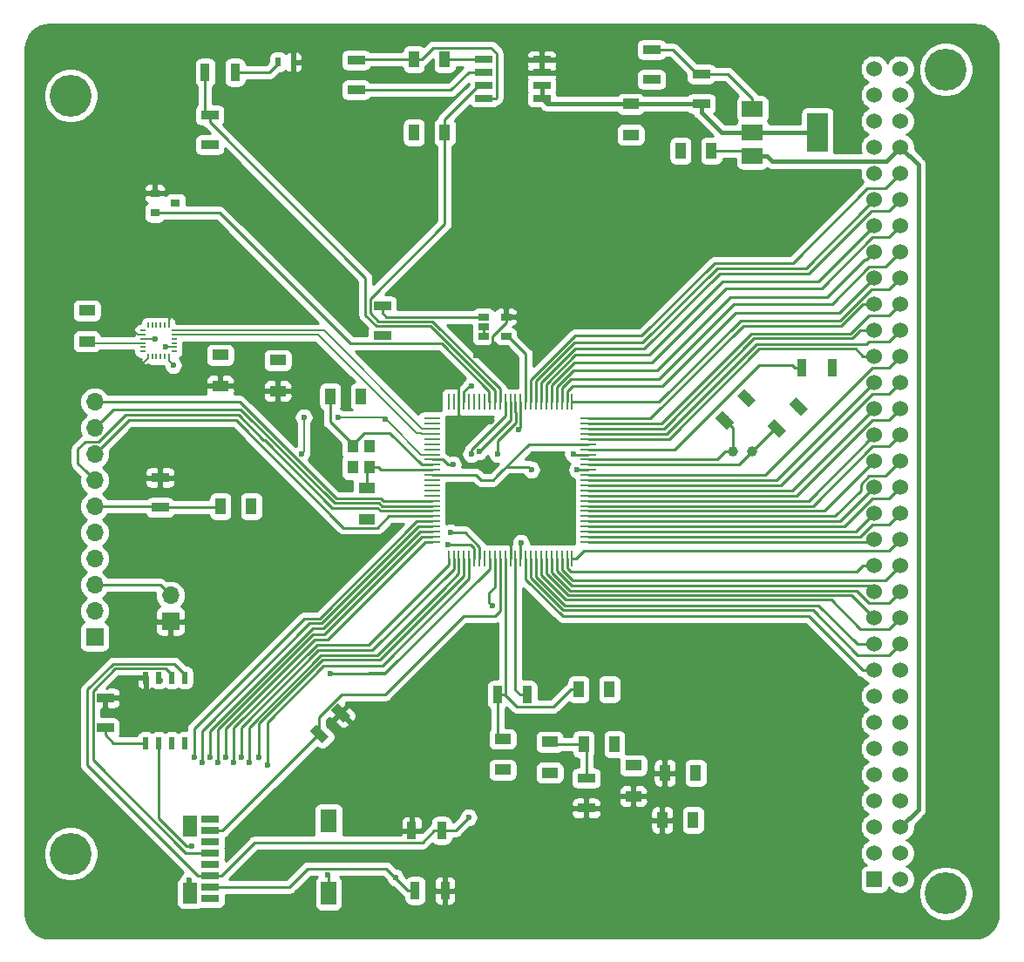
<source format=gtl>
G04 #@! TF.GenerationSoftware,KiCad,Pcbnew,(5.1.2)-1*
G04 #@! TF.CreationDate,2019-06-17T17:11:16-03:00*
G04 #@! TF.ProjectId,pcb_v1,7063625f-7631-42e6-9b69-6361645f7063,rev?*
G04 #@! TF.SameCoordinates,Original*
G04 #@! TF.FileFunction,Copper,L1,Top*
G04 #@! TF.FilePolarity,Positive*
%FSLAX46Y46*%
G04 Gerber Fmt 4.6, Leading zero omitted, Abs format (unit mm)*
G04 Created by KiCad (PCBNEW (5.1.2)-1) date 2019-06-17 17:11:16*
%MOMM*%
%LPD*%
G04 APERTURE LIST*
%ADD10C,4.064000*%
%ADD11C,0.900000*%
%ADD12C,0.100000*%
%ADD13C,1.000000*%
%ADD14R,1.000000X1.600000*%
%ADD15R,1.550000X0.250000*%
%ADD16R,0.250000X1.550000*%
%ADD17R,1.700000X0.900000*%
%ADD18R,1.600000X1.000000*%
%ADD19R,1.750000X0.650000*%
%ADD20R,0.900000X1.700000*%
%ADD21R,2.000000X3.800000*%
%ADD22R,2.000000X1.500000*%
%ADD23C,1.524000*%
%ADD24R,1.060000X0.650000*%
%ADD25R,0.500000X0.900000*%
%ADD26R,1.700000X1.700000*%
%ADD27O,1.700000X1.700000*%
%ADD28R,0.900000X0.800000*%
%ADD29R,0.508000X1.143000*%
%ADD30R,1.100000X1.300000*%
%ADD31R,1.500000X2.200000*%
%ADD32R,1.600000X2.300000*%
%ADD33R,1.400000X2.000000*%
%ADD34R,1.800000X0.800000*%
%ADD35R,0.200000X0.550000*%
%ADD36R,0.550000X0.200000*%
%ADD37C,0.600000*%
%ADD38C,0.250000*%
%ADD39C,0.200000*%
%ADD40C,0.400000*%
%ADD41C,0.254000*%
G04 APERTURE END LIST*
D10*
X140090000Y-55080000D03*
X55080000Y-57620000D03*
X55080000Y-131280000D03*
X140090000Y-135150000D03*
D11*
X79238695Y-119643305D03*
D12*
G36*
X79521538Y-120562544D02*
G01*
X78319456Y-119360462D01*
X78955852Y-118724066D01*
X80157934Y-119926148D01*
X79521538Y-120562544D01*
X79521538Y-120562544D01*
G37*
D11*
X81289305Y-117592695D03*
D12*
G36*
X81572148Y-118511934D02*
G01*
X80370066Y-117309852D01*
X81006462Y-116673456D01*
X82208544Y-117875538D01*
X81572148Y-118511934D01*
X81572148Y-118511934D01*
G37*
D13*
X119380000Y-92202000D03*
X121280000Y-92202000D03*
D14*
X104902000Y-120650000D03*
X107902000Y-120650000D03*
D15*
X90190000Y-100996000D03*
X90190000Y-100496000D03*
X90190000Y-99996000D03*
X90190000Y-99496000D03*
X90190000Y-98996000D03*
X90190000Y-98496000D03*
X90190000Y-97996000D03*
X90190000Y-97496000D03*
X90190000Y-96996000D03*
X90190000Y-96496000D03*
X90190000Y-95996000D03*
X90190000Y-95496000D03*
X90190000Y-94996000D03*
X90190000Y-94496000D03*
X90190000Y-93996000D03*
X90190000Y-93496000D03*
X90190000Y-92996000D03*
X90190000Y-92496000D03*
X90190000Y-91996000D03*
X90190000Y-91496000D03*
X90190000Y-90996000D03*
X90190000Y-90496000D03*
X90190000Y-89996000D03*
X90190000Y-89496000D03*
X90190000Y-88996000D03*
D16*
X91790000Y-87396000D03*
X92290000Y-87396000D03*
X92790000Y-87396000D03*
X93290000Y-87396000D03*
X93790000Y-87396000D03*
X94290000Y-87396000D03*
X94790000Y-87396000D03*
X95290000Y-87396000D03*
X95790000Y-87396000D03*
X96290000Y-87396000D03*
X96790000Y-87396000D03*
X97290000Y-87396000D03*
X97790000Y-87396000D03*
X98290000Y-87396000D03*
X98790000Y-87396000D03*
X99290000Y-87396000D03*
X99790000Y-87396000D03*
X100290000Y-87396000D03*
X100790000Y-87396000D03*
X101290000Y-87396000D03*
X101790000Y-87396000D03*
X102290000Y-87396000D03*
X102790000Y-87396000D03*
X103290000Y-87396000D03*
X103790000Y-87396000D03*
D15*
X105390000Y-88996000D03*
X105390000Y-89496000D03*
X105390000Y-89996000D03*
X105390000Y-90496000D03*
X105390000Y-90996000D03*
X105390000Y-91496000D03*
X105390000Y-91996000D03*
X105390000Y-92496000D03*
X105390000Y-92996000D03*
X105390000Y-93496000D03*
X105390000Y-93996000D03*
X105390000Y-94496000D03*
X105390000Y-94996000D03*
X105390000Y-95496000D03*
X105390000Y-95996000D03*
X105390000Y-96496000D03*
X105390000Y-96996000D03*
X105390000Y-97496000D03*
X105390000Y-97996000D03*
X105390000Y-98496000D03*
X105390000Y-98996000D03*
X105390000Y-99496000D03*
X105390000Y-99996000D03*
X105390000Y-100496000D03*
X105390000Y-100996000D03*
D16*
X103790000Y-102596000D03*
X103290000Y-102596000D03*
X102790000Y-102596000D03*
X102290000Y-102596000D03*
X101790000Y-102596000D03*
X101290000Y-102596000D03*
X100790000Y-102596000D03*
X100290000Y-102596000D03*
X99790000Y-102596000D03*
X99290000Y-102596000D03*
X98790000Y-102596000D03*
X98290000Y-102596000D03*
X97790000Y-102596000D03*
X97290000Y-102596000D03*
X96790000Y-102596000D03*
X96290000Y-102596000D03*
X95790000Y-102596000D03*
X95290000Y-102596000D03*
X94790000Y-102596000D03*
X94290000Y-102596000D03*
X93790000Y-102596000D03*
X93290000Y-102596000D03*
X92790000Y-102596000D03*
X92290000Y-102596000D03*
X91790000Y-102596000D03*
D17*
X63754000Y-94742000D03*
X63754000Y-97642000D03*
D18*
X69596000Y-85828000D03*
X69596000Y-82828000D03*
D19*
X95238000Y-57912000D03*
X95238000Y-56642000D03*
X95238000Y-55372000D03*
X95238000Y-54102000D03*
X100838000Y-54102000D03*
X100838000Y-55372000D03*
X100838000Y-56642000D03*
X100838000Y-57912000D03*
D20*
X126132000Y-84074000D03*
X129032000Y-84074000D03*
D18*
X97028000Y-120142000D03*
X97028000Y-123142000D03*
D13*
X123653340Y-89960660D03*
D12*
G36*
X123865472Y-90879899D02*
G01*
X122734101Y-89748528D01*
X123441208Y-89041421D01*
X124572579Y-90172792D01*
X123865472Y-90879899D01*
X123865472Y-90879899D01*
G37*
D13*
X125774660Y-87839340D03*
D12*
G36*
X125986792Y-88758579D02*
G01*
X124855421Y-87627208D01*
X125562528Y-86920101D01*
X126693899Y-88051472D01*
X125986792Y-88758579D01*
X125986792Y-88758579D01*
G37*
D18*
X83820000Y-95782000D03*
X83820000Y-98782000D03*
D14*
X80288000Y-86868000D03*
X83288000Y-86868000D03*
X104418000Y-115316000D03*
X107418000Y-115316000D03*
X117324000Y-62992000D03*
X114324000Y-62992000D03*
D18*
X109474000Y-58444000D03*
X109474000Y-61444000D03*
X101600000Y-120420000D03*
X101600000Y-123420000D03*
D14*
X112546000Y-128016000D03*
X115546000Y-128016000D03*
X112800000Y-123444000D03*
X115800000Y-123444000D03*
D18*
X109728000Y-125706000D03*
X109728000Y-122706000D03*
D20*
X99420000Y-115824000D03*
X96520000Y-115824000D03*
D17*
X111506000Y-53160000D03*
X111506000Y-56060000D03*
X116332000Y-58420000D03*
X116332000Y-55520000D03*
X105156000Y-126852000D03*
X105156000Y-123952000D03*
D21*
X127610000Y-61214000D03*
D22*
X121310000Y-61214000D03*
X121310000Y-63514000D03*
X121310000Y-58914000D03*
D23*
X135690000Y-55030000D03*
X135690000Y-57570000D03*
X135690000Y-60110000D03*
X135690000Y-62650000D03*
X135690000Y-65190000D03*
X135690000Y-67730000D03*
X135690000Y-70270000D03*
X135690000Y-72810000D03*
X135690000Y-75350000D03*
X135690000Y-77890000D03*
X135690000Y-80430000D03*
X135690000Y-82970000D03*
X135690000Y-85510000D03*
X135690000Y-88050000D03*
X135690000Y-90590000D03*
X135690000Y-93130000D03*
X135690000Y-95670000D03*
X135690000Y-98210000D03*
X135690000Y-100750000D03*
X135690000Y-103290000D03*
X135690000Y-105830000D03*
X135690000Y-108370000D03*
X135690000Y-110910000D03*
X135690000Y-113450000D03*
X135690000Y-115990000D03*
X135690000Y-118530000D03*
X135690000Y-121070000D03*
X135690000Y-123610000D03*
X135690000Y-126150000D03*
X135690000Y-128690000D03*
X135690000Y-131230000D03*
X135690000Y-133770000D03*
X133150000Y-55030000D03*
X133150000Y-57570000D03*
X133150000Y-60110000D03*
X133150000Y-62650000D03*
X133150000Y-65190000D03*
X133150000Y-67730000D03*
X133150000Y-70270000D03*
X133150000Y-72810000D03*
X133150000Y-75350000D03*
X133150000Y-77890000D03*
X133150000Y-80430000D03*
X133150000Y-82970000D03*
X133150000Y-85510000D03*
X133150000Y-88050000D03*
X133150000Y-90590000D03*
X133150000Y-93130000D03*
X133150000Y-95670000D03*
X133150000Y-98210000D03*
X133150000Y-100750000D03*
X133150000Y-103290000D03*
X133150000Y-105830000D03*
X133150000Y-108370000D03*
X133150000Y-110910000D03*
X133150000Y-113450000D03*
X133150000Y-115990000D03*
X133150000Y-118530000D03*
X133150000Y-121070000D03*
X133150000Y-123610000D03*
X133150000Y-126150000D03*
X133150000Y-128690000D03*
X133150000Y-131230000D03*
X133150000Y-133770000D03*
D12*
G36*
X133912000Y-134532000D02*
G01*
X132388000Y-134532000D01*
X132388000Y-133008000D01*
X133912000Y-133008000D01*
X133912000Y-134532000D01*
X133912000Y-134532000D01*
G37*
D18*
X75184000Y-86336000D03*
X75184000Y-83336000D03*
X56642000Y-81510000D03*
X56642000Y-78510000D03*
D14*
X88416000Y-54102000D03*
X91416000Y-54102000D03*
X91416000Y-61214000D03*
X88416000Y-61214000D03*
D17*
X85344000Y-80952000D03*
X85344000Y-78052000D03*
X82804000Y-54176000D03*
X82804000Y-57076000D03*
D24*
X95166000Y-79126000D03*
X95166000Y-80076000D03*
X95166000Y-81026000D03*
X97366000Y-81026000D03*
X97366000Y-79126000D03*
D14*
X69620000Y-97536000D03*
X72620000Y-97536000D03*
D25*
X75208000Y-54356000D03*
X76708000Y-54356000D03*
D26*
X57404000Y-110236000D03*
D27*
X57404000Y-107696000D03*
X57404000Y-105156000D03*
X57404000Y-102616000D03*
X57404000Y-100076000D03*
X57404000Y-97536000D03*
X57404000Y-94996000D03*
X57404000Y-92456000D03*
X57404000Y-89916000D03*
X57404000Y-87376000D03*
D26*
X64770000Y-108712000D03*
D27*
X64770000Y-106172000D03*
D20*
X71046000Y-55372000D03*
X68146000Y-55372000D03*
D17*
X68580000Y-59510000D03*
X68580000Y-62410000D03*
D20*
X88212000Y-129032000D03*
X91112000Y-129032000D03*
X88540000Y-134874000D03*
X91440000Y-134874000D03*
D17*
X58420000Y-119052000D03*
X58420000Y-116152000D03*
D28*
X63262000Y-67122000D03*
X63262000Y-69022000D03*
X65262000Y-68072000D03*
D29*
X62357000Y-114173000D03*
X63627000Y-114173000D03*
X64897000Y-114173000D03*
X66167000Y-114173000D03*
X66167000Y-120523000D03*
X64897000Y-120523000D03*
X63627000Y-120523000D03*
X62357000Y-120523000D03*
D30*
X84137000Y-93760000D03*
X84137000Y-91660000D03*
X82487000Y-91660000D03*
X82487000Y-93760000D03*
D31*
X80130000Y-135136000D03*
D32*
X80130000Y-128136000D03*
D33*
X66680000Y-128636000D03*
X66680000Y-135136000D03*
D34*
X68580000Y-127936000D03*
X68580000Y-129036000D03*
X68580000Y-130136000D03*
X68580000Y-131236000D03*
X68580000Y-132336000D03*
X68580000Y-133436000D03*
X68580000Y-134536000D03*
X68580000Y-135636000D03*
D35*
X64608000Y-79961000D03*
X64208000Y-79961000D03*
X63808000Y-79961000D03*
X63408000Y-79961000D03*
X63008000Y-79961000D03*
X62608000Y-79961000D03*
D36*
X62108000Y-80461000D03*
X62108000Y-80861000D03*
X62108000Y-81261000D03*
X62108000Y-81661000D03*
X62108000Y-82061000D03*
X62108000Y-82461000D03*
D35*
X62608000Y-82961000D03*
X63008000Y-82961000D03*
X63408000Y-82961000D03*
X63808000Y-82961000D03*
X64208000Y-82961000D03*
X64608000Y-82961000D03*
D36*
X65108000Y-82461000D03*
X65108000Y-82061000D03*
X65108000Y-81661000D03*
X65108000Y-81261000D03*
X65108000Y-80861000D03*
X65108000Y-80461000D03*
D13*
X118618000Y-89154000D03*
D12*
G36*
X118830132Y-90073239D02*
G01*
X117698761Y-88941868D01*
X118405868Y-88234761D01*
X119537239Y-89366132D01*
X118830132Y-90073239D01*
X118830132Y-90073239D01*
G37*
D13*
X120739320Y-87032680D03*
D12*
G36*
X120951452Y-87951919D02*
G01*
X119820081Y-86820548D01*
X120527188Y-86113441D01*
X121658559Y-87244812D01*
X120951452Y-87951919D01*
X120951452Y-87951919D01*
G37*
D37*
X80010000Y-133350000D03*
X80010000Y-128016000D03*
X56896000Y-78486000D03*
X65278000Y-68072000D03*
X68580000Y-62484000D03*
X114300000Y-63246000D03*
X109474000Y-61468000D03*
X98806000Y-101092000D03*
X63246000Y-81280000D03*
X65024000Y-83820000D03*
X69596000Y-82828000D03*
X75184000Y-83336000D03*
X92202000Y-93472000D03*
X83288000Y-86868000D03*
X97028000Y-123142000D03*
X72620000Y-97536000D03*
X104284279Y-93995999D03*
X68580000Y-130136000D03*
X66680000Y-128636000D03*
X107418000Y-115316000D03*
X95166000Y-81026000D03*
X88416000Y-61214000D03*
X95238000Y-54102000D03*
X103886000Y-92456000D03*
X111506000Y-56060000D03*
X66167000Y-120523000D03*
X101600000Y-123420000D03*
X107902000Y-120650000D03*
X109728000Y-122706000D03*
X115800000Y-123444000D03*
X115546000Y-128016000D03*
X66548000Y-133858000D03*
X125774660Y-87839340D03*
X129032000Y-84074000D03*
X120739320Y-87032680D03*
X84137000Y-91660000D03*
X82487000Y-93760000D03*
X83820000Y-98782002D03*
X64281000Y-82061000D03*
X93980000Y-85852000D03*
X101600000Y-120420000D03*
X99822000Y-93980000D03*
X68326000Y-132334000D03*
X92710000Y-85598000D03*
X97790000Y-101092000D03*
X95758000Y-89133938D03*
X64481087Y-132334000D03*
X94403137Y-82867414D03*
X95238000Y-57912000D03*
X100838000Y-57912000D03*
X85344000Y-80952000D03*
X81026000Y-88900000D03*
X77724000Y-88900000D03*
X77470000Y-92456000D03*
X69620000Y-97536000D03*
X85670839Y-89059095D03*
X91694000Y-101279363D03*
X91948000Y-100076000D03*
X93726000Y-127762000D03*
X96034913Y-107207222D03*
X66802000Y-130556000D03*
X96520000Y-92456000D03*
X86614000Y-133604000D03*
X86614000Y-133604000D03*
X62357000Y-120523000D03*
X93980000Y-92456000D03*
X80264000Y-113792000D03*
X64897000Y-114173000D03*
X63754000Y-114444491D03*
X98578797Y-90113303D03*
X94742000Y-92202000D03*
X64897000Y-120523000D03*
X70923694Y-122428000D03*
X71628000Y-121920000D03*
X72390000Y-122428000D03*
X73380487Y-121920000D03*
X74168000Y-122682000D03*
X67056000Y-121920000D03*
X67818000Y-122428000D03*
X68580000Y-121920000D03*
X69380013Y-122428000D03*
X70104000Y-121920000D03*
D38*
X80130000Y-133470000D02*
X80010000Y-133350000D01*
X80130000Y-134636000D02*
X80130000Y-133470000D01*
X98395001Y-116999001D02*
X97220000Y-115824000D01*
X101984999Y-116999001D02*
X98395001Y-116999001D01*
X103668000Y-115316000D02*
X101984999Y-116999001D01*
X104418000Y-115316000D02*
X103668000Y-115316000D01*
X97220000Y-115824000D02*
X96520000Y-115824000D01*
X97290000Y-115754000D02*
X97220000Y-115824000D01*
X97290000Y-102596000D02*
X97290000Y-115754000D01*
X96520000Y-119634000D02*
X97028000Y-120142000D01*
X96520000Y-115824000D02*
X96520000Y-119634000D01*
X98790000Y-102596000D02*
X98790000Y-101108000D01*
X98790000Y-101108000D02*
X98806000Y-101092000D01*
X95166000Y-81026000D02*
X95166000Y-80076000D01*
X94113000Y-54102000D02*
X91416000Y-54102000D01*
X95238000Y-54102000D02*
X94113000Y-54102000D01*
D39*
X62108000Y-81261000D02*
X63227000Y-81261000D01*
X63227000Y-81261000D02*
X63246000Y-81280000D01*
X64608000Y-82961000D02*
X64608000Y-83404000D01*
X64608000Y-83404000D02*
X65024000Y-83820000D01*
D38*
X91215000Y-92996000D02*
X91691000Y-93472000D01*
X90190000Y-92996000D02*
X91215000Y-92996000D01*
X91691000Y-93472000D02*
X92202000Y-93472000D01*
X105390000Y-93996000D02*
X104284280Y-93996000D01*
D39*
X104284280Y-93996000D02*
X104284279Y-93995999D01*
D38*
X105390000Y-92496000D02*
X103926000Y-92496000D01*
X103926000Y-92496000D02*
X103886000Y-92456000D01*
X66680000Y-135636000D02*
X66680000Y-133990000D01*
X66680000Y-133990000D02*
X66548000Y-133858000D01*
D39*
X65108000Y-82061000D02*
X64281000Y-82061000D01*
D38*
X93290000Y-86371000D02*
X93809000Y-85852000D01*
X93290000Y-87396000D02*
X93290000Y-86371000D01*
X93809000Y-85852000D02*
X93980000Y-85852000D01*
X123521340Y-89960660D02*
X123653340Y-89960660D01*
X121280000Y-92202000D02*
X123521340Y-89960660D01*
X119986000Y-93496000D02*
X105390000Y-93496000D01*
X121280000Y-92202000D02*
X119986000Y-93496000D01*
X106415000Y-92996000D02*
X105390000Y-92996000D01*
X117878894Y-92996000D02*
X106415000Y-92996000D01*
X118672894Y-92202000D02*
X117878894Y-92996000D01*
X119380000Y-92202000D02*
X118672894Y-92202000D01*
X119380000Y-89916000D02*
X118618000Y-89154000D01*
X119380000Y-92202000D02*
X119380000Y-89916000D01*
X82487000Y-91560000D02*
X80264000Y-89337000D01*
X80288000Y-89313000D02*
X80288000Y-86868000D01*
X80264000Y-89337000D02*
X80288000Y-89313000D01*
X86090011Y-90421011D02*
X89165000Y-93496000D01*
X89165000Y-93496000D02*
X90190000Y-93496000D01*
X83625989Y-90421011D02*
X86090011Y-90421011D01*
X82487000Y-91660000D02*
X82487000Y-91560000D01*
X82487000Y-91560000D02*
X83625989Y-90421011D01*
X89165000Y-93996000D02*
X90190000Y-93996000D01*
X85173000Y-93996000D02*
X89165000Y-93996000D01*
X84937000Y-93760000D02*
X85173000Y-93996000D01*
X84137000Y-93760000D02*
X84937000Y-93760000D01*
X83820000Y-94077000D02*
X84137000Y-93760000D01*
X83820000Y-95782000D02*
X83820000Y-94077000D01*
X99576025Y-91496000D02*
X104365000Y-91496000D01*
X104365000Y-91496000D02*
X105390000Y-91496000D01*
X94939141Y-94975918D02*
X96096107Y-94975918D01*
X96096107Y-94975918D02*
X96467024Y-94605001D01*
X90190000Y-94496000D02*
X94459223Y-94496000D01*
X94459223Y-94496000D02*
X94939141Y-94975918D01*
X105156000Y-120904000D02*
X104902000Y-120650000D01*
X105156000Y-123952000D02*
X105156000Y-120904000D01*
X101830000Y-120650000D02*
X101600000Y-120420000D01*
X104902000Y-120650000D02*
X101830000Y-120650000D01*
X97392023Y-93680001D02*
X96806012Y-94266012D01*
X99522001Y-93680001D02*
X97392023Y-93680001D01*
X99822000Y-93980000D02*
X99522001Y-93680001D01*
X96467024Y-94605001D02*
X96806012Y-94266012D01*
X96806012Y-94266012D02*
X99576025Y-91496000D01*
D39*
X64608000Y-79961000D02*
X64608000Y-79410000D01*
X64608000Y-79410000D02*
X64770000Y-79248000D01*
X62108000Y-80861000D02*
X61557000Y-80861000D01*
X61557000Y-80861000D02*
X61214000Y-80518000D01*
X62608000Y-83136000D02*
X61976000Y-83768000D01*
X62608000Y-82961000D02*
X62608000Y-83136000D01*
D38*
X92790000Y-85678000D02*
X92790000Y-87396000D01*
X92710000Y-85598000D02*
X92790000Y-85678000D01*
X97790000Y-101092000D02*
X97790000Y-102596000D01*
X92790000Y-89264901D02*
X92959036Y-89433937D01*
X95861343Y-89433937D02*
X96161342Y-89133938D01*
X92959036Y-89433937D02*
X95861343Y-89433937D01*
X92790000Y-87396000D02*
X92790000Y-89264901D01*
X96021001Y-81673814D02*
X94827401Y-82867414D01*
X96021001Y-81045999D02*
X96021001Y-81673814D01*
X97366000Y-79126000D02*
X97366000Y-79701000D01*
X94827401Y-82867414D02*
X94403137Y-82867414D01*
X97366000Y-79701000D02*
X96021001Y-81045999D01*
X98720000Y-115824000D02*
X99420000Y-115824000D01*
X98290000Y-115394000D02*
X98720000Y-115824000D01*
X98290000Y-102596000D02*
X98290000Y-115394000D01*
X82878000Y-54102000D02*
X82804000Y-54176000D01*
X88416000Y-54102000D02*
X82878000Y-54102000D01*
X90291001Y-52976999D02*
X89166000Y-54102000D01*
X95898001Y-52976999D02*
X90291001Y-52976999D01*
X96438001Y-57836999D02*
X96438001Y-53516999D01*
X96438001Y-53516999D02*
X95898001Y-52976999D01*
X95238000Y-57912000D02*
X96363000Y-57912000D01*
X96363000Y-57912000D02*
X96438001Y-57836999D01*
X89166000Y-54102000D02*
X88416000Y-54102000D01*
D40*
X126210000Y-61214000D02*
X121310000Y-61214000D01*
X127610000Y-61214000D02*
X126210000Y-61214000D01*
X116332000Y-59270000D02*
X116332000Y-58420000D01*
X118276000Y-61214000D02*
X116332000Y-59270000D01*
X121310000Y-61214000D02*
X118276000Y-61214000D01*
X109498000Y-58420000D02*
X109474000Y-58444000D01*
X116332000Y-58420000D02*
X109498000Y-58420000D01*
X101370000Y-58444000D02*
X100838000Y-57912000D01*
X109474000Y-58444000D02*
X101370000Y-58444000D01*
X100838000Y-57912000D02*
X100838000Y-56642000D01*
D38*
X113572000Y-53160000D02*
X111506000Y-53160000D01*
X116332000Y-55520000D02*
X115932000Y-55520000D01*
X115932000Y-55520000D02*
X113572000Y-53160000D01*
X121310000Y-57914000D02*
X121310000Y-58914000D01*
X118916000Y-55520000D02*
X121310000Y-57914000D01*
X116332000Y-55520000D02*
X118916000Y-55520000D01*
D39*
X56793000Y-81661000D02*
X56642000Y-81510000D01*
X62108000Y-81661000D02*
X56793000Y-81661000D01*
D38*
X85344000Y-78752000D02*
X85344000Y-78052000D01*
X85718000Y-79126000D02*
X85344000Y-78752000D01*
X95166000Y-79126000D02*
X85718000Y-79126000D01*
X92022000Y-57076000D02*
X82804000Y-57076000D01*
X95238000Y-55372000D02*
X93726000Y-55372000D01*
X93726000Y-55372000D02*
X92022000Y-57076000D01*
X95238000Y-56642000D02*
X94688000Y-56642000D01*
X94688000Y-56642000D02*
X91416000Y-59914000D01*
X91416000Y-60164000D02*
X91416000Y-61214000D01*
X91416000Y-59914000D02*
X91416000Y-60164000D01*
X91416000Y-70094998D02*
X91416000Y-62264000D01*
X84168999Y-77341999D02*
X91416000Y-70094998D01*
X96790000Y-87396000D02*
X96790000Y-86138176D01*
X96790000Y-86138176D02*
X90227835Y-79576011D01*
X90227835Y-79576011D02*
X84983009Y-79576011D01*
X91416000Y-62264000D02*
X91416000Y-61214000D01*
X84983009Y-79576011D02*
X84168999Y-78762001D01*
X84168999Y-78762001D02*
X84168999Y-77341999D01*
X63648000Y-97536000D02*
X63754000Y-97642000D01*
X57404000Y-97536000D02*
X63648000Y-97536000D01*
X69236000Y-97642000D02*
X69342000Y-97536000D01*
X63754000Y-97642000D02*
X69236000Y-97642000D01*
D39*
X77724000Y-88900000D02*
X77724000Y-92202000D01*
X77724000Y-92202000D02*
X77470000Y-92456000D01*
X85970838Y-89359094D02*
X85670839Y-89059095D01*
X89107744Y-92496000D02*
X85970838Y-89359094D01*
X81026000Y-88900000D02*
X85511744Y-88900000D01*
X85511744Y-88900000D02*
X85670839Y-89059095D01*
X90190000Y-92496000D02*
X89107744Y-92496000D01*
D38*
X75208000Y-54556000D02*
X75208000Y-54356000D01*
X74392000Y-55372000D02*
X75208000Y-54556000D01*
X71046000Y-55372000D02*
X74392000Y-55372000D01*
D39*
X89215000Y-90496000D02*
X89143000Y-90424000D01*
X90190000Y-90496000D02*
X89215000Y-90496000D01*
X65583000Y-80861000D02*
X65108000Y-80861000D01*
X79121002Y-80861000D02*
X65583000Y-80861000D01*
X88684002Y-90424000D02*
X79121002Y-80861000D01*
X89143000Y-90424000D02*
X88684002Y-90424000D01*
X65583000Y-80461000D02*
X65108000Y-80461000D01*
X79680000Y-80461000D02*
X65583000Y-80461000D01*
X89215000Y-89996000D02*
X79680000Y-80461000D01*
X90190000Y-89996000D02*
X89215000Y-89996000D01*
D38*
X93958366Y-101279363D02*
X92118264Y-101279363D01*
X92118264Y-101279363D02*
X91694000Y-101279363D01*
X94290000Y-102596000D02*
X94290000Y-101610997D01*
X94290000Y-101610997D02*
X93958366Y-101279363D01*
X92372264Y-100076000D02*
X91948000Y-100076000D01*
X93391413Y-100076000D02*
X92372264Y-100076000D01*
X94790000Y-101474587D02*
X93391413Y-100076000D01*
X94790000Y-102596000D02*
X94790000Y-101474587D01*
X85197002Y-97996000D02*
X84880001Y-97678999D01*
X56482999Y-91280999D02*
X55785001Y-91978997D01*
X56554001Y-94146001D02*
X57404000Y-94996000D01*
X84880001Y-97678999D02*
X80503177Y-97678999D01*
X60413002Y-88646000D02*
X57778003Y-91280999D01*
X57778003Y-91280999D02*
X56482999Y-91280999D01*
X55785001Y-91978997D02*
X55785001Y-93377001D01*
X73819001Y-91091001D02*
X71374000Y-88646000D01*
X55785001Y-93377001D02*
X56554001Y-94146001D01*
X71374000Y-88646000D02*
X60413002Y-88646000D01*
X80503177Y-97678999D02*
X73915179Y-91091001D01*
X73915179Y-91091001D02*
X73819001Y-91091001D01*
X90190000Y-97996000D02*
X85197002Y-97996000D01*
X85991002Y-98496000D02*
X90190000Y-98496000D01*
X84880001Y-99607001D02*
X85991002Y-98496000D01*
X81573001Y-99607001D02*
X84880001Y-99607001D01*
X71120000Y-89154000D02*
X81573001Y-99607001D01*
X60706000Y-89154000D02*
X71120000Y-89154000D01*
X57404000Y-92456000D02*
X60706000Y-89154000D01*
X89165000Y-97496000D02*
X90190000Y-97496000D01*
X85066401Y-97228988D02*
X85333413Y-97496000D01*
X59182000Y-88138000D02*
X71598588Y-88138000D01*
X57404000Y-89916000D02*
X59182000Y-88138000D01*
X71598588Y-88138000D02*
X80689576Y-97228988D01*
X80689576Y-97228988D02*
X85066401Y-97228988D01*
X85333413Y-97496000D02*
X89165000Y-97496000D01*
X71472998Y-87376000D02*
X58606081Y-87376000D01*
X58606081Y-87376000D02*
X57404000Y-87376000D01*
X85469824Y-96996000D02*
X85252801Y-96778977D01*
X85252801Y-96778977D02*
X80875975Y-96778977D01*
X80875975Y-96778977D02*
X71472998Y-87376000D01*
X90190000Y-96996000D02*
X85469824Y-96996000D01*
X125432000Y-84074000D02*
X125178000Y-83820000D01*
X126132000Y-84074000D02*
X125432000Y-84074000D01*
X125178000Y-83820000D02*
X121920000Y-83820000D01*
X113744000Y-91996000D02*
X105390000Y-91996000D01*
X121920000Y-83820000D02*
X113744000Y-91996000D01*
X68146000Y-59076000D02*
X68580000Y-59510000D01*
X68146000Y-55372000D02*
X68146000Y-59076000D01*
X68580000Y-60210000D02*
X68580000Y-59510000D01*
X96290000Y-86274587D02*
X90041435Y-80026022D01*
X83718988Y-78948401D02*
X83718988Y-75348988D01*
X96290000Y-87396000D02*
X96290000Y-86274587D01*
X84796609Y-80026022D02*
X83718988Y-78948401D01*
X90041435Y-80026022D02*
X84796609Y-80026022D01*
X83718988Y-75348988D02*
X68580000Y-60210000D01*
X90412000Y-129032000D02*
X91112000Y-129032000D01*
X89236999Y-130207001D02*
X90412000Y-129032000D01*
X72958999Y-130207001D02*
X89236999Y-130207001D01*
X69730000Y-133436000D02*
X72958999Y-130207001D01*
X68580000Y-133436000D02*
X69730000Y-133436000D01*
X56699989Y-122705989D02*
X67430000Y-133436000D01*
X56699989Y-115350598D02*
X56699989Y-122705989D01*
X67430000Y-133436000D02*
X68580000Y-133436000D01*
X59224099Y-112826488D02*
X56699989Y-115350598D01*
X66167000Y-114173000D02*
X66167000Y-113855500D01*
X66167000Y-113855500D02*
X65137988Y-112826488D01*
X65137988Y-112826488D02*
X59224099Y-112826488D01*
X92456000Y-129032000D02*
X91112000Y-129032000D01*
X93726000Y-127762000D02*
X92456000Y-129032000D01*
X95734914Y-105938265D02*
X95734914Y-106907223D01*
X96290000Y-105383179D02*
X95734914Y-105938265D01*
X95734914Y-106907223D02*
X96034913Y-107207222D01*
X96290000Y-102596000D02*
X96290000Y-105383179D01*
X68326000Y-128836002D02*
X68380002Y-128836002D01*
X63627000Y-120523000D02*
X63627000Y-127868002D01*
X63627000Y-127868002D02*
X66314998Y-130556000D01*
X66314998Y-130556000D02*
X66802000Y-130556000D01*
X69846000Y-129036000D02*
X68580000Y-129036000D01*
X79238695Y-119643305D02*
X69846000Y-129036000D01*
X96790000Y-102596000D02*
X96790000Y-107680000D01*
X79238695Y-117981587D02*
X81396282Y-115824000D01*
X79238695Y-119643305D02*
X79238695Y-117981587D01*
X81396282Y-115824000D02*
X85598000Y-115824000D01*
X93218000Y-108204000D02*
X96266000Y-108204000D01*
X85598000Y-115824000D02*
X93218000Y-108204000D01*
X96790000Y-107680000D02*
X96266000Y-108204000D01*
X87840000Y-134874000D02*
X88540000Y-134874000D01*
X86676999Y-133710999D02*
X87840000Y-134874000D01*
X76284000Y-134536000D02*
X78095002Y-132724998D01*
X78095002Y-132724998D02*
X85690998Y-132724998D01*
X86377000Y-133411000D02*
X86676999Y-133710999D01*
X68580000Y-134536000D02*
X76284000Y-134536000D01*
X85690998Y-132724998D02*
X86377000Y-133411000D01*
X98290000Y-88421000D02*
X98298000Y-88429000D01*
X98290000Y-87396000D02*
X98290000Y-88421000D01*
X98298000Y-88429000D02*
X98298000Y-89408000D01*
X98298000Y-89408000D02*
X96520000Y-91186000D01*
X96520000Y-91186000D02*
X96520000Y-92456000D01*
X58420000Y-119752000D02*
X58420000Y-119052000D01*
X59191000Y-120523000D02*
X58420000Y-119752000D01*
X62357000Y-120523000D02*
X59191000Y-120523000D01*
X97290000Y-88421000D02*
X97290000Y-87396000D01*
X97290000Y-88721736D02*
X97290000Y-88421000D01*
X93980000Y-92031736D02*
X97290000Y-88721736D01*
X93980000Y-92456000D02*
X93980000Y-92031736D01*
X64317999Y-113276499D02*
X64897000Y-113855500D01*
X59410499Y-113276499D02*
X64317999Y-113276499D01*
X57244999Y-115441999D02*
X59410499Y-113276499D01*
X66288896Y-131236000D02*
X57244999Y-122192103D01*
X68580000Y-131236000D02*
X66288896Y-131236000D01*
X57244999Y-122192103D02*
X57244999Y-115441999D01*
X95790000Y-102596000D02*
X95790000Y-103621000D01*
X84424558Y-113743807D02*
X84000294Y-113743807D01*
X95790000Y-103621000D02*
X85667193Y-113743807D01*
X85667193Y-113743807D02*
X84424558Y-113743807D01*
X85619000Y-113792000D02*
X85667193Y-113743807D01*
X82296000Y-113792000D02*
X85619000Y-113792000D01*
X82296000Y-113792000D02*
X80264000Y-113792000D01*
X63627000Y-114173000D02*
X63660274Y-114173000D01*
X63660274Y-114173000D02*
X63754000Y-114266726D01*
X63754000Y-114266726D02*
X63754000Y-114444491D01*
X98790000Y-87396000D02*
X98790000Y-89902100D01*
X98790000Y-89902100D02*
X98578797Y-90113303D01*
X97790000Y-87396000D02*
X97790000Y-88687105D01*
X97790000Y-89154000D02*
X94742000Y-92202000D01*
X97790000Y-88687105D02*
X97790000Y-89154000D01*
X97571000Y-81026000D02*
X97366000Y-81026000D01*
X99290000Y-82745000D02*
X97571000Y-81026000D01*
X99290000Y-87396000D02*
X99290000Y-82745000D01*
X69530000Y-69022000D02*
X63262000Y-69022000D01*
X82235001Y-81727001D02*
X69530000Y-69022000D01*
X91106003Y-81727001D02*
X89855001Y-81727001D01*
X95740001Y-86360999D02*
X91106003Y-81727001D01*
X89855001Y-81727001D02*
X82235001Y-81727001D01*
X95790000Y-87396000D02*
X95740001Y-87346001D01*
X95740001Y-87346001D02*
X95740001Y-86360999D01*
X91790000Y-103246000D02*
X91790000Y-102596000D01*
X84038000Y-110998000D02*
X91790000Y-103246000D01*
X78994000Y-110998000D02*
X84038000Y-110998000D01*
X70923694Y-119068306D02*
X78994000Y-110998000D01*
X70923694Y-122428000D02*
X70923694Y-119068306D01*
X71628000Y-119000410D02*
X71628000Y-120904000D01*
X79122410Y-111506000D02*
X71628000Y-119000410D01*
X84405000Y-111506000D02*
X79122410Y-111506000D01*
X92290000Y-103621000D02*
X84405000Y-111506000D01*
X92290000Y-102596000D02*
X92290000Y-103621000D01*
X71628000Y-120904000D02*
X71628000Y-121158000D01*
X71628000Y-121920000D02*
X71628000Y-121158000D01*
X72390000Y-121412000D02*
X72390000Y-122428000D01*
X72390000Y-119000410D02*
X72390000Y-121412000D01*
X92790000Y-102596000D02*
X92790000Y-104062821D01*
X92790000Y-104062821D02*
X91304801Y-105548020D01*
X91304801Y-105548020D02*
X91301980Y-105548020D01*
X91301980Y-105548020D02*
X84836000Y-112014000D01*
X84836000Y-112014000D02*
X79376410Y-112014000D01*
X79376410Y-112014000D02*
X72390000Y-119000410D01*
X73380487Y-121698710D02*
X73380487Y-122122974D01*
X73380487Y-118646334D02*
X73380487Y-121698710D01*
X79562810Y-112464011D02*
X73380487Y-118646334D01*
X85147989Y-112464011D02*
X79562810Y-112464011D01*
X93290000Y-104322000D02*
X85147989Y-112464011D01*
X93290000Y-102596000D02*
X93290000Y-104322000D01*
X74168000Y-122257736D02*
X74168000Y-122682000D01*
X74168000Y-118495232D02*
X74168000Y-122257736D01*
X85344000Y-113030000D02*
X79633232Y-113030000D01*
X79633232Y-113030000D02*
X74168000Y-118495232D01*
X93790000Y-102596000D02*
X93790000Y-104584000D01*
X93790000Y-104584000D02*
X85344000Y-113030000D01*
X99290000Y-104626814D02*
X99290000Y-102596000D01*
X102868593Y-108205407D02*
X99290000Y-104626814D01*
X126747407Y-108205407D02*
X102868593Y-108205407D01*
X131992000Y-113450000D02*
X126747407Y-108205407D01*
X133150000Y-113450000D02*
X131992000Y-113450000D01*
X99790000Y-103621000D02*
X99790000Y-102596000D01*
X135690000Y-110910000D02*
X134602999Y-111997001D01*
X134602999Y-111997001D02*
X131555001Y-111997001D01*
X131555001Y-111997001D02*
X127191202Y-107633202D01*
X127191202Y-107633202D02*
X102932798Y-107633202D01*
X102932798Y-107633202D02*
X99790000Y-104490404D01*
X99790000Y-104490404D02*
X99790000Y-103621000D01*
X131484000Y-110910000D02*
X133150000Y-110910000D01*
X127757191Y-107183191D02*
X131484000Y-110910000D01*
X103119195Y-107183191D02*
X127757191Y-107183191D01*
X100290000Y-102596000D02*
X100290000Y-104353995D01*
X100290000Y-104353995D02*
X103119195Y-107183191D01*
X134984000Y-109076000D02*
X135690000Y-108370000D01*
X100790000Y-102596000D02*
X100790000Y-104217585D01*
X100790000Y-104217585D02*
X103188207Y-106615793D01*
X103188207Y-106615793D02*
X128967793Y-106615793D01*
X128967793Y-106615793D02*
X131809001Y-109457001D01*
X131809001Y-109457001D02*
X134602999Y-109457001D01*
X134602999Y-109457001D02*
X134984000Y-109076000D01*
X130945782Y-106165782D02*
X133150000Y-108370000D01*
X103374606Y-106165782D02*
X130945782Y-106165782D01*
X101290000Y-102596000D02*
X101290000Y-104081175D01*
X101290000Y-104081175D02*
X103374606Y-106165782D01*
X134928001Y-106591999D02*
X135690000Y-105830000D01*
X132628239Y-106917001D02*
X134602999Y-106917001D01*
X131427009Y-105715771D02*
X132628239Y-106917001D01*
X103561006Y-105715771D02*
X131427009Y-105715771D01*
X134602999Y-106917001D02*
X134928001Y-106591999D01*
X101790000Y-103944765D02*
X103561006Y-105715771D01*
X101790000Y-102596000D02*
X101790000Y-103944765D01*
X132585760Y-105265760D02*
X133150000Y-105830000D01*
X103747405Y-105265760D02*
X132585760Y-105265760D01*
X102290000Y-103808355D02*
X103747405Y-105265760D01*
X102290000Y-102596000D02*
X102290000Y-103808355D01*
X134237001Y-104742999D02*
X135690000Y-103290000D01*
X103861054Y-104742999D02*
X134237001Y-104742999D01*
X102790000Y-102596000D02*
X102790000Y-103671944D01*
X102790000Y-103671944D02*
X103861054Y-104742999D01*
X103290000Y-103535535D02*
X103290000Y-102596000D01*
X103636232Y-103881768D02*
X103290000Y-103535535D01*
X131480602Y-103881768D02*
X103636232Y-103881768D01*
X132072370Y-103290000D02*
X131480602Y-103881768D01*
X133150000Y-103290000D02*
X132072370Y-103290000D01*
X134928001Y-101511999D02*
X135690000Y-100750000D01*
X134602999Y-101837001D02*
X134928001Y-101511999D01*
X104923999Y-101837001D02*
X134602999Y-101837001D01*
X104165000Y-102596000D02*
X104923999Y-101837001D01*
X103790000Y-102596000D02*
X104165000Y-102596000D01*
X132904000Y-100996000D02*
X133150000Y-100750000D01*
X105390000Y-100996000D02*
X132904000Y-100996000D01*
X134928001Y-98971999D02*
X135690000Y-98210000D01*
X134602999Y-99297001D02*
X134928001Y-98971999D01*
X132994237Y-99297001D02*
X134602999Y-99297001D01*
X131795238Y-100496000D02*
X132994237Y-99297001D01*
X105390000Y-100496000D02*
X131795238Y-100496000D01*
X131364000Y-99996000D02*
X133150000Y-98210000D01*
X105390000Y-99996000D02*
X131364000Y-99996000D01*
X134928001Y-96431999D02*
X135690000Y-95670000D01*
X134602999Y-96757001D02*
X134928001Y-96431999D01*
X132994237Y-96757001D02*
X134602999Y-96757001D01*
X130255238Y-99496000D02*
X132994237Y-96757001D01*
X105390000Y-99496000D02*
X130255238Y-99496000D01*
X129824000Y-98996000D02*
X133150000Y-95670000D01*
X105390000Y-98996000D02*
X129824000Y-98996000D01*
X135690000Y-93130000D02*
X134237001Y-94582999D01*
X132628239Y-94582999D02*
X131826000Y-95385238D01*
X134237001Y-94582999D02*
X132628239Y-94582999D01*
X131826000Y-95385238D02*
X131826000Y-96012000D01*
X129342000Y-98496000D02*
X105390000Y-98496000D01*
X131826000Y-96012000D02*
X129342000Y-98496000D01*
X128284000Y-97996000D02*
X133150000Y-93130000D01*
X105390000Y-97996000D02*
X128284000Y-97996000D01*
X134928001Y-91351999D02*
X135690000Y-90590000D01*
X134602999Y-91677001D02*
X134928001Y-91351999D01*
X132994237Y-91677001D02*
X134602999Y-91677001D01*
X127175238Y-97496000D02*
X132994237Y-91677001D01*
X105390000Y-97496000D02*
X127175238Y-97496000D01*
X126744000Y-96996000D02*
X133150000Y-90590000D01*
X105390000Y-96996000D02*
X126744000Y-96996000D01*
X134928001Y-88811999D02*
X135690000Y-88050000D01*
X134602999Y-89137001D02*
X134928001Y-88811999D01*
X132994237Y-89137001D02*
X134602999Y-89137001D01*
X125635238Y-96496000D02*
X132994237Y-89137001D01*
X105390000Y-96496000D02*
X125635238Y-96496000D01*
X125204000Y-95996000D02*
X133150000Y-88050000D01*
X105390000Y-95996000D02*
X125204000Y-95996000D01*
X134928001Y-86271999D02*
X135690000Y-85510000D01*
X134602999Y-86597001D02*
X134928001Y-86271999D01*
X132994237Y-86597001D02*
X134602999Y-86597001D01*
X124095238Y-95496000D02*
X132994237Y-86597001D01*
X105390000Y-95496000D02*
X124095238Y-95496000D01*
X123664000Y-94996000D02*
X133150000Y-85510000D01*
X105390000Y-94996000D02*
X123664000Y-94996000D01*
X106415000Y-94496000D02*
X106423000Y-94488000D01*
X105390000Y-94496000D02*
X106415000Y-94496000D01*
X134928001Y-83731999D02*
X135690000Y-82970000D01*
X134602999Y-84057001D02*
X134928001Y-83731999D01*
X132994237Y-84057001D02*
X134602999Y-84057001D01*
X122563238Y-94488000D02*
X132994237Y-84057001D01*
X106423000Y-94488000D02*
X122563238Y-94488000D01*
X121977989Y-82238011D02*
X113220000Y-90996000D01*
X106415000Y-90996000D02*
X105390000Y-90996000D01*
X131340381Y-82238011D02*
X121977989Y-82238011D01*
X132072370Y-82970000D02*
X131340381Y-82238011D01*
X113220000Y-90996000D02*
X106415000Y-90996000D01*
X133150000Y-82970000D02*
X132072370Y-82970000D01*
X134928001Y-81191999D02*
X135690000Y-80430000D01*
X134602999Y-81517001D02*
X134928001Y-81191999D01*
X135690000Y-80430000D02*
X134602999Y-81517001D01*
X112958000Y-90496000D02*
X106415000Y-90496000D01*
X106415000Y-90496000D02*
X105390000Y-90496000D01*
X134602999Y-81517001D02*
X132604999Y-81517001D01*
X132334000Y-81788000D02*
X121666000Y-81788000D01*
X132604999Y-81517001D02*
X132334000Y-81788000D01*
X121666000Y-81788000D02*
X112958000Y-90496000D01*
X112696000Y-89996000D02*
X106415000Y-89996000D01*
X133150000Y-80430000D02*
X131788411Y-80430000D01*
X131788411Y-80430000D02*
X130996400Y-81222011D01*
X121469989Y-81222011D02*
X112696000Y-89996000D01*
X106415000Y-89996000D02*
X105390000Y-89996000D01*
X130996400Y-81222011D02*
X121469989Y-81222011D01*
X134602999Y-78977001D02*
X134928001Y-78651999D01*
X134928001Y-78651999D02*
X135690000Y-77890000D01*
X135690000Y-77890000D02*
X134602999Y-78977001D01*
X134602999Y-78977001D02*
X132604999Y-78977001D01*
X132604999Y-78977001D02*
X130810000Y-80772000D01*
X130810000Y-80772000D02*
X121158000Y-80772000D01*
X112434000Y-89496000D02*
X105390000Y-89496000D01*
X121158000Y-80772000D02*
X112434000Y-89496000D01*
X106415000Y-88996000D02*
X105390000Y-88996000D01*
X111410000Y-88996000D02*
X106415000Y-88996000D01*
X120396000Y-80010000D02*
X111410000Y-88996000D01*
X129952370Y-80010000D02*
X120396000Y-80010000D01*
X132072370Y-77890000D02*
X129952370Y-80010000D01*
X133150000Y-77890000D02*
X132072370Y-77890000D01*
X120788000Y-62992000D02*
X121310000Y-63514000D01*
X117324000Y-62992000D02*
X120788000Y-62992000D01*
D40*
X122710000Y-63514000D02*
X121310000Y-63514000D01*
X123204000Y-64008000D02*
X122710000Y-63514000D01*
X134332000Y-64008000D02*
X123204000Y-64008000D01*
X135690000Y-62650000D02*
X134332000Y-64008000D01*
D39*
X136752001Y-63712001D02*
X136451999Y-63411999D01*
X136451999Y-63411999D02*
X135690000Y-62650000D01*
D40*
X135690000Y-128690000D02*
X137414000Y-126966000D01*
X137414000Y-64374000D02*
X135690000Y-62650000D01*
X137414000Y-126966000D02*
X137414000Y-64374000D01*
D38*
X63754000Y-105156000D02*
X57404000Y-105156000D01*
X64770000Y-106172000D02*
X63754000Y-105156000D01*
X102790000Y-87396000D02*
X102790000Y-86057590D01*
X132628239Y-74262999D02*
X129032000Y-77859238D01*
X135690000Y-72810000D02*
X134237001Y-74262999D01*
X134237001Y-74262999D02*
X132628239Y-74262999D01*
X129032000Y-77859238D02*
X119498762Y-77859238D01*
X112205205Y-85152795D02*
X103694795Y-85152795D01*
X119498762Y-77859238D02*
X112205205Y-85152795D01*
X102790000Y-86057590D02*
X103694795Y-85152795D01*
X101290000Y-85648357D02*
X101290000Y-87396000D01*
X104134358Y-82804000D02*
X101290000Y-85648357D01*
X111252000Y-82804000D02*
X104134358Y-82804000D01*
X118364000Y-75692000D02*
X111252000Y-82804000D01*
X127728000Y-75692000D02*
X118364000Y-75692000D01*
X133150000Y-70270000D02*
X127728000Y-75692000D01*
X103290000Y-86371000D02*
X103809000Y-85852000D01*
X103290000Y-87396000D02*
X103290000Y-86371000D01*
X103809000Y-85852000D02*
X112522000Y-85852000D01*
X112522000Y-85852000D02*
X119634000Y-78740000D01*
X129760000Y-78740000D02*
X133150000Y-75350000D01*
X119634000Y-78740000D02*
X129760000Y-78740000D01*
X104008768Y-83566000D02*
X101790000Y-85784768D01*
X135690000Y-70270000D02*
X134602999Y-71357001D01*
X134602999Y-71357001D02*
X132994237Y-71357001D01*
X132994237Y-71357001D02*
X128016000Y-76335238D01*
X101790000Y-85784768D02*
X101790000Y-87396000D01*
X118736762Y-76335238D02*
X111506000Y-83566000D01*
X128016000Y-76335238D02*
X118736762Y-76335238D01*
X111506000Y-83566000D02*
X104008768Y-83566000D01*
X135690000Y-75350000D02*
X134602999Y-76437001D01*
X134602999Y-76437001D02*
X132858999Y-76437001D01*
X132858999Y-76437001D02*
X129794000Y-79502000D01*
X129794000Y-79502000D02*
X120142000Y-79502000D01*
X112248000Y-87396000D02*
X103790000Y-87396000D01*
X120142000Y-79502000D02*
X112248000Y-87396000D01*
X102290000Y-87396000D02*
X102290000Y-85921179D01*
X132388001Y-73571999D02*
X132168001Y-73571999D01*
X133150000Y-72810000D02*
X132388001Y-73571999D01*
X132168001Y-73571999D02*
X128524000Y-77216000D01*
X128524000Y-77216000D02*
X119126000Y-77216000D01*
X112015410Y-84326590D02*
X103884590Y-84326590D01*
X119126000Y-77216000D02*
X112015410Y-84326590D01*
X102290000Y-85921179D02*
X103884590Y-84326590D01*
X88710002Y-98996000D02*
X79248002Y-108458000D01*
X90190000Y-98996000D02*
X88710002Y-98996000D01*
X79248002Y-108458000D02*
X77724000Y-108458000D01*
X77724000Y-108458000D02*
X67056000Y-119126000D01*
X67056000Y-119126000D02*
X67056000Y-120904000D01*
X67056000Y-121920000D02*
X67056000Y-121412000D01*
X67056000Y-120904000D02*
X67056000Y-121412000D01*
X67818000Y-120650000D02*
X67818000Y-122428000D01*
X67818000Y-119380000D02*
X67818000Y-120650000D01*
X78289989Y-108908011D02*
X67818000Y-119380000D01*
X79434402Y-108908011D02*
X78289989Y-108908011D01*
X90190000Y-99496000D02*
X88846413Y-99496000D01*
X88846413Y-99496000D02*
X79434402Y-108908011D01*
X68580000Y-119380000D02*
X68580000Y-120396000D01*
X78601978Y-109358022D02*
X68580000Y-119380000D01*
X79620802Y-109358022D02*
X78601978Y-109358022D01*
X90190000Y-99996000D02*
X88982824Y-99996000D01*
X88982824Y-99996000D02*
X79620802Y-109358022D01*
X68580000Y-121920000D02*
X68580000Y-121412000D01*
X68580000Y-120396000D02*
X68580000Y-121412000D01*
X69380013Y-120396000D02*
X69380013Y-122428000D01*
X69380013Y-119216397D02*
X69380013Y-120396000D01*
X78614410Y-109982000D02*
X69380013Y-119216397D01*
X79679000Y-109982000D02*
X78614410Y-109982000D01*
X89165000Y-100496000D02*
X79679000Y-109982000D01*
X90190000Y-100496000D02*
X89165000Y-100496000D01*
X89540000Y-100996000D02*
X90190000Y-100996000D01*
X80046000Y-110490000D02*
X89540000Y-100996000D01*
X78742820Y-110490000D02*
X80046000Y-110490000D01*
X70104000Y-119128820D02*
X78742820Y-110490000D01*
X70104000Y-121920000D02*
X70104000Y-119128820D01*
X135690000Y-67730000D02*
X134602999Y-68817001D01*
X100790000Y-86371000D02*
X100790000Y-87396000D01*
X100790000Y-85511946D02*
X100790000Y-86371000D01*
X134602999Y-68817001D02*
X132858999Y-68817001D01*
X132858999Y-68817001D02*
X126746000Y-74930000D01*
X126746000Y-74930000D02*
X118110000Y-74930000D01*
X110811027Y-82228973D02*
X104072973Y-82228973D01*
X118110000Y-74930000D02*
X110811027Y-82228973D01*
X104072973Y-82228973D02*
X100790000Y-85511946D01*
X100290000Y-85375535D02*
X100290000Y-87396000D01*
X132388001Y-68491999D02*
X132388001Y-68525999D01*
X133150000Y-67730000D02*
X132388001Y-68491999D01*
X132388001Y-68525999D02*
X126492000Y-74422000D01*
X126492000Y-74422000D02*
X117856000Y-74422000D01*
X110621233Y-81656767D02*
X104008767Y-81656767D01*
X117856000Y-74422000D02*
X110621233Y-81656767D01*
X104008767Y-81656767D02*
X100290000Y-85375535D01*
X135636000Y-65024000D02*
X135128000Y-65024000D01*
X99790000Y-85239124D02*
X99790000Y-87396000D01*
X134237001Y-66642999D02*
X132493001Y-66642999D01*
X135690000Y-65190000D02*
X134237001Y-66642999D01*
X132493001Y-66642999D02*
X125222000Y-73914000D01*
X125222000Y-73914000D02*
X117602000Y-73914000D01*
X110558438Y-80957562D02*
X104071562Y-80957562D01*
X117602000Y-73914000D02*
X110558438Y-80957562D01*
X104071562Y-80957562D02*
X99790000Y-85239124D01*
D41*
G36*
X143334134Y-50756953D02*
G01*
X143761355Y-50885938D01*
X144155384Y-51095446D01*
X144501214Y-51377499D01*
X144785673Y-51721351D01*
X144997929Y-52113910D01*
X145129892Y-52540213D01*
X145180001Y-53016974D01*
X145180000Y-137135279D01*
X145133048Y-137614133D01*
X145004063Y-138041353D01*
X144794554Y-138435384D01*
X144512501Y-138781214D01*
X144168651Y-139065672D01*
X143776093Y-139277927D01*
X143349788Y-139409891D01*
X142873036Y-139460000D01*
X53034721Y-139460000D01*
X52555867Y-139413048D01*
X52128647Y-139284063D01*
X51734616Y-139074554D01*
X51388786Y-138792501D01*
X51104328Y-138448651D01*
X50892073Y-138056093D01*
X50760109Y-137629788D01*
X50710000Y-137153036D01*
X50710000Y-131017323D01*
X52413000Y-131017323D01*
X52413000Y-131542677D01*
X52515492Y-132057935D01*
X52716536Y-132543298D01*
X53008406Y-132980113D01*
X53379887Y-133351594D01*
X53816702Y-133643464D01*
X54302065Y-133844508D01*
X54817323Y-133947000D01*
X55342677Y-133947000D01*
X55857935Y-133844508D01*
X56343298Y-133643464D01*
X56780113Y-133351594D01*
X57151594Y-132980113D01*
X57443464Y-132543298D01*
X57644508Y-132057935D01*
X57747000Y-131542677D01*
X57747000Y-131017323D01*
X57644508Y-130502065D01*
X57443464Y-130016702D01*
X57151594Y-129579887D01*
X56780113Y-129208406D01*
X56343298Y-128916536D01*
X55857935Y-128715492D01*
X55342677Y-128613000D01*
X54817323Y-128613000D01*
X54302065Y-128715492D01*
X53816702Y-128916536D01*
X53379887Y-129208406D01*
X53008406Y-129579887D01*
X52716536Y-130016702D01*
X52515492Y-130502065D01*
X52413000Y-131017323D01*
X50710000Y-131017323D01*
X50710000Y-91978997D01*
X55021325Y-91978997D01*
X55025001Y-92016320D01*
X55025002Y-93339669D01*
X55021325Y-93377001D01*
X55025002Y-93414334D01*
X55035999Y-93525987D01*
X55044227Y-93553110D01*
X55079455Y-93669247D01*
X55150027Y-93801277D01*
X55221202Y-93888003D01*
X55245001Y-93917002D01*
X55273999Y-93940800D01*
X55963203Y-94630005D01*
X55940487Y-94704889D01*
X55911815Y-94996000D01*
X55940487Y-95287111D01*
X56025401Y-95567034D01*
X56163294Y-95825014D01*
X56348866Y-96051134D01*
X56574986Y-96236706D01*
X56629791Y-96266000D01*
X56574986Y-96295294D01*
X56348866Y-96480866D01*
X56163294Y-96706986D01*
X56025401Y-96964966D01*
X55940487Y-97244889D01*
X55911815Y-97536000D01*
X55940487Y-97827111D01*
X56025401Y-98107034D01*
X56163294Y-98365014D01*
X56348866Y-98591134D01*
X56574986Y-98776706D01*
X56629791Y-98806000D01*
X56574986Y-98835294D01*
X56348866Y-99020866D01*
X56163294Y-99246986D01*
X56025401Y-99504966D01*
X55940487Y-99784889D01*
X55911815Y-100076000D01*
X55940487Y-100367111D01*
X56025401Y-100647034D01*
X56163294Y-100905014D01*
X56348866Y-101131134D01*
X56574986Y-101316706D01*
X56629791Y-101346000D01*
X56574986Y-101375294D01*
X56348866Y-101560866D01*
X56163294Y-101786986D01*
X56025401Y-102044966D01*
X55940487Y-102324889D01*
X55911815Y-102616000D01*
X55940487Y-102907111D01*
X56025401Y-103187034D01*
X56163294Y-103445014D01*
X56348866Y-103671134D01*
X56574986Y-103856706D01*
X56629791Y-103886000D01*
X56574986Y-103915294D01*
X56348866Y-104100866D01*
X56163294Y-104326986D01*
X56025401Y-104584966D01*
X55940487Y-104864889D01*
X55911815Y-105156000D01*
X55940487Y-105447111D01*
X56025401Y-105727034D01*
X56163294Y-105985014D01*
X56348866Y-106211134D01*
X56574986Y-106396706D01*
X56629791Y-106426000D01*
X56574986Y-106455294D01*
X56348866Y-106640866D01*
X56163294Y-106866986D01*
X56025401Y-107124966D01*
X55940487Y-107404889D01*
X55911815Y-107696000D01*
X55940487Y-107987111D01*
X56025401Y-108267034D01*
X56163294Y-108525014D01*
X56348866Y-108751134D01*
X56378687Y-108775607D01*
X56309820Y-108796498D01*
X56199506Y-108855463D01*
X56102815Y-108934815D01*
X56023463Y-109031506D01*
X55964498Y-109141820D01*
X55928188Y-109261518D01*
X55915928Y-109386000D01*
X55915928Y-111086000D01*
X55928188Y-111210482D01*
X55964498Y-111330180D01*
X56023463Y-111440494D01*
X56102815Y-111537185D01*
X56199506Y-111616537D01*
X56309820Y-111675502D01*
X56429518Y-111711812D01*
X56554000Y-111724072D01*
X58254000Y-111724072D01*
X58378482Y-111711812D01*
X58498180Y-111675502D01*
X58608494Y-111616537D01*
X58705185Y-111537185D01*
X58784537Y-111440494D01*
X58843502Y-111330180D01*
X58879812Y-111210482D01*
X58892072Y-111086000D01*
X58892072Y-109562000D01*
X63281928Y-109562000D01*
X63294188Y-109686482D01*
X63330498Y-109806180D01*
X63389463Y-109916494D01*
X63468815Y-110013185D01*
X63565506Y-110092537D01*
X63675820Y-110151502D01*
X63795518Y-110187812D01*
X63920000Y-110200072D01*
X64484250Y-110197000D01*
X64643000Y-110038250D01*
X64643000Y-108839000D01*
X64897000Y-108839000D01*
X64897000Y-110038250D01*
X65055750Y-110197000D01*
X65620000Y-110200072D01*
X65744482Y-110187812D01*
X65864180Y-110151502D01*
X65974494Y-110092537D01*
X66071185Y-110013185D01*
X66150537Y-109916494D01*
X66209502Y-109806180D01*
X66245812Y-109686482D01*
X66258072Y-109562000D01*
X66255000Y-108997750D01*
X66096250Y-108839000D01*
X64897000Y-108839000D01*
X64643000Y-108839000D01*
X63443750Y-108839000D01*
X63285000Y-108997750D01*
X63281928Y-109562000D01*
X58892072Y-109562000D01*
X58892072Y-109386000D01*
X58879812Y-109261518D01*
X58843502Y-109141820D01*
X58784537Y-109031506D01*
X58705185Y-108934815D01*
X58608494Y-108855463D01*
X58498180Y-108796498D01*
X58429313Y-108775607D01*
X58459134Y-108751134D01*
X58644706Y-108525014D01*
X58782599Y-108267034D01*
X58867513Y-107987111D01*
X58896185Y-107696000D01*
X58867513Y-107404889D01*
X58782599Y-107124966D01*
X58644706Y-106866986D01*
X58459134Y-106640866D01*
X58233014Y-106455294D01*
X58178209Y-106426000D01*
X58233014Y-106396706D01*
X58459134Y-106211134D01*
X58644706Y-105985014D01*
X58681595Y-105916000D01*
X63303029Y-105916000D01*
X63277815Y-106172000D01*
X63306487Y-106463111D01*
X63391401Y-106743034D01*
X63529294Y-107001014D01*
X63714866Y-107227134D01*
X63744687Y-107251607D01*
X63675820Y-107272498D01*
X63565506Y-107331463D01*
X63468815Y-107410815D01*
X63389463Y-107507506D01*
X63330498Y-107617820D01*
X63294188Y-107737518D01*
X63281928Y-107862000D01*
X63285000Y-108426250D01*
X63443750Y-108585000D01*
X64643000Y-108585000D01*
X64643000Y-108565000D01*
X64897000Y-108565000D01*
X64897000Y-108585000D01*
X66096250Y-108585000D01*
X66255000Y-108426250D01*
X66258072Y-107862000D01*
X66245812Y-107737518D01*
X66209502Y-107617820D01*
X66150537Y-107507506D01*
X66071185Y-107410815D01*
X65974494Y-107331463D01*
X65864180Y-107272498D01*
X65795313Y-107251607D01*
X65825134Y-107227134D01*
X66010706Y-107001014D01*
X66148599Y-106743034D01*
X66233513Y-106463111D01*
X66262185Y-106172000D01*
X66233513Y-105880889D01*
X66148599Y-105600966D01*
X66010706Y-105342986D01*
X65825134Y-105116866D01*
X65599014Y-104931294D01*
X65341034Y-104793401D01*
X65061111Y-104708487D01*
X64842950Y-104687000D01*
X64697050Y-104687000D01*
X64478889Y-104708487D01*
X64404004Y-104731203D01*
X64317804Y-104645002D01*
X64294001Y-104615999D01*
X64178276Y-104521026D01*
X64046247Y-104450454D01*
X63902986Y-104406997D01*
X63791333Y-104396000D01*
X63791322Y-104396000D01*
X63754000Y-104392324D01*
X63716678Y-104396000D01*
X58681595Y-104396000D01*
X58644706Y-104326986D01*
X58459134Y-104100866D01*
X58233014Y-103915294D01*
X58178209Y-103886000D01*
X58233014Y-103856706D01*
X58459134Y-103671134D01*
X58644706Y-103445014D01*
X58782599Y-103187034D01*
X58867513Y-102907111D01*
X58896185Y-102616000D01*
X58867513Y-102324889D01*
X58782599Y-102044966D01*
X58644706Y-101786986D01*
X58459134Y-101560866D01*
X58233014Y-101375294D01*
X58178209Y-101346000D01*
X58233014Y-101316706D01*
X58459134Y-101131134D01*
X58644706Y-100905014D01*
X58782599Y-100647034D01*
X58867513Y-100367111D01*
X58896185Y-100076000D01*
X58867513Y-99784889D01*
X58782599Y-99504966D01*
X58644706Y-99246986D01*
X58459134Y-99020866D01*
X58233014Y-98835294D01*
X58178209Y-98806000D01*
X58233014Y-98776706D01*
X58459134Y-98591134D01*
X58644706Y-98365014D01*
X58681595Y-98296000D01*
X62302310Y-98296000D01*
X62314498Y-98336180D01*
X62373463Y-98446494D01*
X62452815Y-98543185D01*
X62549506Y-98622537D01*
X62659820Y-98681502D01*
X62779518Y-98717812D01*
X62904000Y-98730072D01*
X64604000Y-98730072D01*
X64728482Y-98717812D01*
X64848180Y-98681502D01*
X64958494Y-98622537D01*
X65055185Y-98543185D01*
X65134537Y-98446494D01*
X65158320Y-98402000D01*
X68488428Y-98402000D01*
X68494188Y-98460482D01*
X68530498Y-98580180D01*
X68589463Y-98690494D01*
X68668815Y-98787185D01*
X68765506Y-98866537D01*
X68875820Y-98925502D01*
X68995518Y-98961812D01*
X69120000Y-98974072D01*
X70120000Y-98974072D01*
X70244482Y-98961812D01*
X70364180Y-98925502D01*
X70474494Y-98866537D01*
X70571185Y-98787185D01*
X70650537Y-98690494D01*
X70709502Y-98580180D01*
X70745812Y-98460482D01*
X70758072Y-98336000D01*
X70758072Y-96736000D01*
X71481928Y-96736000D01*
X71481928Y-98336000D01*
X71494188Y-98460482D01*
X71530498Y-98580180D01*
X71589463Y-98690494D01*
X71668815Y-98787185D01*
X71765506Y-98866537D01*
X71875820Y-98925502D01*
X71995518Y-98961812D01*
X72120000Y-98974072D01*
X73120000Y-98974072D01*
X73244482Y-98961812D01*
X73364180Y-98925502D01*
X73474494Y-98866537D01*
X73571185Y-98787185D01*
X73650537Y-98690494D01*
X73709502Y-98580180D01*
X73745812Y-98460482D01*
X73758072Y-98336000D01*
X73758072Y-96736000D01*
X73745812Y-96611518D01*
X73709502Y-96491820D01*
X73650537Y-96381506D01*
X73571185Y-96284815D01*
X73474494Y-96205463D01*
X73364180Y-96146498D01*
X73244482Y-96110188D01*
X73120000Y-96097928D01*
X72120000Y-96097928D01*
X71995518Y-96110188D01*
X71875820Y-96146498D01*
X71765506Y-96205463D01*
X71668815Y-96284815D01*
X71589463Y-96381506D01*
X71530498Y-96491820D01*
X71494188Y-96611518D01*
X71481928Y-96736000D01*
X70758072Y-96736000D01*
X70745812Y-96611518D01*
X70709502Y-96491820D01*
X70650537Y-96381506D01*
X70571185Y-96284815D01*
X70474494Y-96205463D01*
X70364180Y-96146498D01*
X70244482Y-96110188D01*
X70120000Y-96097928D01*
X69120000Y-96097928D01*
X68995518Y-96110188D01*
X68875820Y-96146498D01*
X68765506Y-96205463D01*
X68668815Y-96284815D01*
X68589463Y-96381506D01*
X68530498Y-96491820D01*
X68494188Y-96611518D01*
X68481928Y-96736000D01*
X68481928Y-96882000D01*
X65158320Y-96882000D01*
X65134537Y-96837506D01*
X65055185Y-96740815D01*
X64958494Y-96661463D01*
X64848180Y-96602498D01*
X64728482Y-96566188D01*
X64604000Y-96553928D01*
X62904000Y-96553928D01*
X62779518Y-96566188D01*
X62659820Y-96602498D01*
X62549506Y-96661463D01*
X62452815Y-96740815D01*
X62423940Y-96776000D01*
X58681595Y-96776000D01*
X58644706Y-96706986D01*
X58459134Y-96480866D01*
X58233014Y-96295294D01*
X58178209Y-96266000D01*
X58233014Y-96236706D01*
X58459134Y-96051134D01*
X58644706Y-95825014D01*
X58782599Y-95567034D01*
X58867513Y-95287111D01*
X58876880Y-95192000D01*
X62265928Y-95192000D01*
X62278188Y-95316482D01*
X62314498Y-95436180D01*
X62373463Y-95546494D01*
X62452815Y-95643185D01*
X62549506Y-95722537D01*
X62659820Y-95781502D01*
X62779518Y-95817812D01*
X62904000Y-95830072D01*
X63468250Y-95827000D01*
X63627000Y-95668250D01*
X63627000Y-94869000D01*
X63881000Y-94869000D01*
X63881000Y-95668250D01*
X64039750Y-95827000D01*
X64604000Y-95830072D01*
X64728482Y-95817812D01*
X64848180Y-95781502D01*
X64958494Y-95722537D01*
X65055185Y-95643185D01*
X65134537Y-95546494D01*
X65193502Y-95436180D01*
X65229812Y-95316482D01*
X65242072Y-95192000D01*
X65239000Y-95027750D01*
X65080250Y-94869000D01*
X63881000Y-94869000D01*
X63627000Y-94869000D01*
X62427750Y-94869000D01*
X62269000Y-95027750D01*
X62265928Y-95192000D01*
X58876880Y-95192000D01*
X58896185Y-94996000D01*
X58867513Y-94704889D01*
X58782599Y-94424966D01*
X58711528Y-94292000D01*
X62265928Y-94292000D01*
X62269000Y-94456250D01*
X62427750Y-94615000D01*
X63627000Y-94615000D01*
X63627000Y-93815750D01*
X63881000Y-93815750D01*
X63881000Y-94615000D01*
X65080250Y-94615000D01*
X65239000Y-94456250D01*
X65242072Y-94292000D01*
X65229812Y-94167518D01*
X65193502Y-94047820D01*
X65134537Y-93937506D01*
X65055185Y-93840815D01*
X64958494Y-93761463D01*
X64848180Y-93702498D01*
X64728482Y-93666188D01*
X64604000Y-93653928D01*
X64039750Y-93657000D01*
X63881000Y-93815750D01*
X63627000Y-93815750D01*
X63468250Y-93657000D01*
X62904000Y-93653928D01*
X62779518Y-93666188D01*
X62659820Y-93702498D01*
X62549506Y-93761463D01*
X62452815Y-93840815D01*
X62373463Y-93937506D01*
X62314498Y-94047820D01*
X62278188Y-94167518D01*
X62265928Y-94292000D01*
X58711528Y-94292000D01*
X58644706Y-94166986D01*
X58459134Y-93940866D01*
X58233014Y-93755294D01*
X58178209Y-93726000D01*
X58233014Y-93696706D01*
X58459134Y-93511134D01*
X58644706Y-93285014D01*
X58782599Y-93027034D01*
X58867513Y-92747111D01*
X58896185Y-92456000D01*
X58867513Y-92164889D01*
X58844797Y-92090004D01*
X61020802Y-89914000D01*
X70805199Y-89914000D01*
X81009202Y-100118004D01*
X81033000Y-100147002D01*
X81148725Y-100241975D01*
X81280754Y-100312547D01*
X81424015Y-100356004D01*
X81535668Y-100367001D01*
X81535676Y-100367001D01*
X81573001Y-100370677D01*
X81610326Y-100367001D01*
X84842679Y-100367001D01*
X84880001Y-100370677D01*
X84917323Y-100367001D01*
X84917334Y-100367001D01*
X85028987Y-100356004D01*
X85172248Y-100312547D01*
X85304277Y-100241975D01*
X85420002Y-100147002D01*
X85443805Y-100117999D01*
X86305804Y-99256000D01*
X87375200Y-99256000D01*
X78933201Y-107698000D01*
X77761322Y-107698000D01*
X77723999Y-107694324D01*
X77686676Y-107698000D01*
X77686667Y-107698000D01*
X77575014Y-107708997D01*
X77431753Y-107752454D01*
X77299724Y-107823026D01*
X77183999Y-107917999D01*
X77160201Y-107946997D01*
X66545003Y-118562196D01*
X66515999Y-118585999D01*
X66468375Y-118644030D01*
X66421026Y-118701724D01*
X66372707Y-118792122D01*
X66350454Y-118833754D01*
X66306997Y-118977015D01*
X66296000Y-119088668D01*
X66296000Y-119088678D01*
X66292324Y-119126000D01*
X66296000Y-119163323D01*
X66296000Y-119313428D01*
X65913000Y-119313428D01*
X65788518Y-119325688D01*
X65668820Y-119361998D01*
X65558506Y-119420963D01*
X65532000Y-119442716D01*
X65505494Y-119420963D01*
X65395180Y-119361998D01*
X65275482Y-119325688D01*
X65151000Y-119313428D01*
X64643000Y-119313428D01*
X64518518Y-119325688D01*
X64398820Y-119361998D01*
X64288506Y-119420963D01*
X64262000Y-119442716D01*
X64235494Y-119420963D01*
X64125180Y-119361998D01*
X64005482Y-119325688D01*
X63881000Y-119313428D01*
X63373000Y-119313428D01*
X63248518Y-119325688D01*
X63128820Y-119361998D01*
X63018506Y-119420963D01*
X62992000Y-119442716D01*
X62965494Y-119420963D01*
X62855180Y-119361998D01*
X62735482Y-119325688D01*
X62611000Y-119313428D01*
X62103000Y-119313428D01*
X61978518Y-119325688D01*
X61858820Y-119361998D01*
X61748506Y-119420963D01*
X61651815Y-119500315D01*
X61572463Y-119597006D01*
X61513498Y-119707320D01*
X61496608Y-119763000D01*
X59850511Y-119763000D01*
X59859502Y-119746180D01*
X59895812Y-119626482D01*
X59908072Y-119502000D01*
X59908072Y-118602000D01*
X59895812Y-118477518D01*
X59859502Y-118357820D01*
X59800537Y-118247506D01*
X59721185Y-118150815D01*
X59624494Y-118071463D01*
X59514180Y-118012498D01*
X59394482Y-117976188D01*
X59270000Y-117963928D01*
X58004999Y-117963928D01*
X58004999Y-117237704D01*
X58134250Y-117237000D01*
X58293000Y-117078250D01*
X58293000Y-116279000D01*
X58547000Y-116279000D01*
X58547000Y-117078250D01*
X58705750Y-117237000D01*
X59270000Y-117240072D01*
X59394482Y-117227812D01*
X59514180Y-117191502D01*
X59624494Y-117132537D01*
X59721185Y-117053185D01*
X59800537Y-116956494D01*
X59859502Y-116846180D01*
X59895812Y-116726482D01*
X59908072Y-116602000D01*
X59905000Y-116437750D01*
X59746250Y-116279000D01*
X58547000Y-116279000D01*
X58293000Y-116279000D01*
X58273000Y-116279000D01*
X58273000Y-116025000D01*
X58293000Y-116025000D01*
X58293000Y-116005000D01*
X58547000Y-116005000D01*
X58547000Y-116025000D01*
X59746250Y-116025000D01*
X59905000Y-115866250D01*
X59908072Y-115702000D01*
X59895812Y-115577518D01*
X59859502Y-115457820D01*
X59800537Y-115347506D01*
X59721185Y-115250815D01*
X59624494Y-115171463D01*
X59514180Y-115112498D01*
X59394482Y-115076188D01*
X59270000Y-115063928D01*
X58705750Y-115067000D01*
X58547002Y-115225748D01*
X58547002Y-115214797D01*
X59028691Y-114733108D01*
X61465030Y-114733108D01*
X61475066Y-114857788D01*
X61509233Y-114978116D01*
X61566218Y-115089465D01*
X61643831Y-115187558D01*
X61739090Y-115268624D01*
X61848334Y-115329548D01*
X61967365Y-115367989D01*
X62071250Y-115379500D01*
X62230000Y-115220750D01*
X62230000Y-114300000D01*
X61626750Y-114300000D01*
X61468000Y-114458750D01*
X61465030Y-114733108D01*
X59028691Y-114733108D01*
X59725302Y-114036499D01*
X61617249Y-114036499D01*
X61626750Y-114046000D01*
X62230000Y-114046000D01*
X62230000Y-114036499D01*
X62484000Y-114036499D01*
X62484000Y-114046000D01*
X62504000Y-114046000D01*
X62504000Y-114300000D01*
X62484000Y-114300000D01*
X62484000Y-115220750D01*
X62642750Y-115379500D01*
X62746635Y-115367989D01*
X62865666Y-115329548D01*
X62974910Y-115268624D01*
X62992476Y-115253675D01*
X63018506Y-115275037D01*
X63128820Y-115334002D01*
X63248518Y-115370312D01*
X63373000Y-115382572D01*
X63881000Y-115382572D01*
X64005482Y-115370312D01*
X64125180Y-115334002D01*
X64235494Y-115275037D01*
X64262000Y-115253284D01*
X64288506Y-115275037D01*
X64398820Y-115334002D01*
X64518518Y-115370312D01*
X64643000Y-115382572D01*
X65151000Y-115382572D01*
X65275482Y-115370312D01*
X65395180Y-115334002D01*
X65505494Y-115275037D01*
X65532000Y-115253284D01*
X65558506Y-115275037D01*
X65668820Y-115334002D01*
X65788518Y-115370312D01*
X65913000Y-115382572D01*
X66421000Y-115382572D01*
X66545482Y-115370312D01*
X66665180Y-115334002D01*
X66775494Y-115275037D01*
X66872185Y-115195685D01*
X66951537Y-115098994D01*
X67010502Y-114988680D01*
X67046812Y-114868982D01*
X67059072Y-114744500D01*
X67059072Y-113601500D01*
X67046812Y-113477018D01*
X67010502Y-113357320D01*
X66951537Y-113247006D01*
X66872185Y-113150315D01*
X66775494Y-113070963D01*
X66665180Y-113011998D01*
X66545482Y-112975688D01*
X66421000Y-112963428D01*
X66349730Y-112963428D01*
X65701792Y-112315490D01*
X65677989Y-112286487D01*
X65562264Y-112191514D01*
X65430235Y-112120942D01*
X65286974Y-112077485D01*
X65175321Y-112066488D01*
X65175310Y-112066488D01*
X65137988Y-112062812D01*
X65100666Y-112066488D01*
X59261432Y-112066488D01*
X59224099Y-112062811D01*
X59186766Y-112066488D01*
X59075113Y-112077485D01*
X58931852Y-112120942D01*
X58799823Y-112191514D01*
X58684098Y-112286487D01*
X58660300Y-112315485D01*
X56188992Y-114786794D01*
X56159988Y-114810597D01*
X56121260Y-114857788D01*
X56065015Y-114926322D01*
X56022962Y-115004998D01*
X55994443Y-115058352D01*
X55950986Y-115201613D01*
X55939989Y-115313266D01*
X55939989Y-115313276D01*
X55936313Y-115350598D01*
X55939989Y-115387920D01*
X55939990Y-122668657D01*
X55936313Y-122705989D01*
X55939990Y-122743322D01*
X55950987Y-122854975D01*
X55957422Y-122876188D01*
X55994443Y-122998235D01*
X56065015Y-123130265D01*
X56115415Y-123191677D01*
X56159989Y-123245990D01*
X56188987Y-123269788D01*
X66011297Y-133092099D01*
X65951972Y-133131738D01*
X65821738Y-133261972D01*
X65719414Y-133415111D01*
X65648932Y-133585271D01*
X65647225Y-133593854D01*
X65625506Y-133605463D01*
X65528815Y-133684815D01*
X65449463Y-133781506D01*
X65390498Y-133891820D01*
X65354188Y-134011518D01*
X65341928Y-134136000D01*
X65341928Y-136136000D01*
X65354188Y-136260482D01*
X65390498Y-136380180D01*
X65449463Y-136490494D01*
X65528815Y-136587185D01*
X65625506Y-136666537D01*
X65735820Y-136725502D01*
X65855518Y-136761812D01*
X65980000Y-136774072D01*
X67380000Y-136774072D01*
X67504482Y-136761812D01*
X67624180Y-136725502D01*
X67720397Y-136674072D01*
X69480000Y-136674072D01*
X69604482Y-136661812D01*
X69724180Y-136625502D01*
X69834494Y-136566537D01*
X69931185Y-136487185D01*
X70010537Y-136390494D01*
X70069502Y-136280180D01*
X70105812Y-136160482D01*
X70118072Y-136036000D01*
X70118072Y-135296000D01*
X76246678Y-135296000D01*
X76284000Y-135299676D01*
X76321322Y-135296000D01*
X76321333Y-135296000D01*
X76432986Y-135285003D01*
X76576247Y-135241546D01*
X76708276Y-135170974D01*
X76824001Y-135076001D01*
X76847804Y-135046997D01*
X78409804Y-133484998D01*
X79063793Y-133484998D01*
X79025506Y-133505463D01*
X78928815Y-133584815D01*
X78849463Y-133681506D01*
X78790498Y-133791820D01*
X78754188Y-133911518D01*
X78741928Y-134036000D01*
X78741928Y-136236000D01*
X78754188Y-136360482D01*
X78790498Y-136480180D01*
X78849463Y-136590494D01*
X78928815Y-136687185D01*
X79025506Y-136766537D01*
X79135820Y-136825502D01*
X79255518Y-136861812D01*
X79380000Y-136874072D01*
X80880000Y-136874072D01*
X81004482Y-136861812D01*
X81124180Y-136825502D01*
X81234494Y-136766537D01*
X81331185Y-136687185D01*
X81410537Y-136590494D01*
X81469502Y-136480180D01*
X81505812Y-136360482D01*
X81518072Y-136236000D01*
X81518072Y-134036000D01*
X81505812Y-133911518D01*
X81469502Y-133791820D01*
X81410537Y-133681506D01*
X81331185Y-133584815D01*
X81234494Y-133505463D01*
X81196207Y-133484998D01*
X85376197Y-133484998D01*
X85701773Y-133810575D01*
X85714932Y-133876729D01*
X85785414Y-134046889D01*
X85887738Y-134200028D01*
X86017972Y-134330262D01*
X86171111Y-134432586D01*
X86341271Y-134503068D01*
X86407426Y-134516227D01*
X87276201Y-135385003D01*
X87299999Y-135414001D01*
X87415724Y-135508974D01*
X87451928Y-135528326D01*
X87451928Y-135724000D01*
X87464188Y-135848482D01*
X87500498Y-135968180D01*
X87559463Y-136078494D01*
X87638815Y-136175185D01*
X87735506Y-136254537D01*
X87845820Y-136313502D01*
X87965518Y-136349812D01*
X88090000Y-136362072D01*
X88990000Y-136362072D01*
X89114482Y-136349812D01*
X89234180Y-136313502D01*
X89344494Y-136254537D01*
X89441185Y-136175185D01*
X89520537Y-136078494D01*
X89579502Y-135968180D01*
X89615812Y-135848482D01*
X89628072Y-135724000D01*
X90351928Y-135724000D01*
X90364188Y-135848482D01*
X90400498Y-135968180D01*
X90459463Y-136078494D01*
X90538815Y-136175185D01*
X90635506Y-136254537D01*
X90745820Y-136313502D01*
X90865518Y-136349812D01*
X90990000Y-136362072D01*
X91154250Y-136359000D01*
X91313000Y-136200250D01*
X91313000Y-135001000D01*
X91567000Y-135001000D01*
X91567000Y-136200250D01*
X91725750Y-136359000D01*
X91890000Y-136362072D01*
X92014482Y-136349812D01*
X92134180Y-136313502D01*
X92244494Y-136254537D01*
X92341185Y-136175185D01*
X92420537Y-136078494D01*
X92479502Y-135968180D01*
X92515812Y-135848482D01*
X92528072Y-135724000D01*
X92525000Y-135159750D01*
X92366250Y-135001000D01*
X91567000Y-135001000D01*
X91313000Y-135001000D01*
X90513750Y-135001000D01*
X90355000Y-135159750D01*
X90351928Y-135724000D01*
X89628072Y-135724000D01*
X89628072Y-134024000D01*
X90351928Y-134024000D01*
X90355000Y-134588250D01*
X90513750Y-134747000D01*
X91313000Y-134747000D01*
X91313000Y-133547750D01*
X91567000Y-133547750D01*
X91567000Y-134747000D01*
X92366250Y-134747000D01*
X92525000Y-134588250D01*
X92528072Y-134024000D01*
X92515812Y-133899518D01*
X92479502Y-133779820D01*
X92420537Y-133669506D01*
X92341185Y-133572815D01*
X92244494Y-133493463D01*
X92134180Y-133434498D01*
X92014482Y-133398188D01*
X91890000Y-133385928D01*
X91725750Y-133389000D01*
X91567000Y-133547750D01*
X91313000Y-133547750D01*
X91154250Y-133389000D01*
X90990000Y-133385928D01*
X90865518Y-133398188D01*
X90745820Y-133434498D01*
X90635506Y-133493463D01*
X90538815Y-133572815D01*
X90459463Y-133669506D01*
X90400498Y-133779820D01*
X90364188Y-133899518D01*
X90351928Y-134024000D01*
X89628072Y-134024000D01*
X89615812Y-133899518D01*
X89579502Y-133779820D01*
X89520537Y-133669506D01*
X89441185Y-133572815D01*
X89344494Y-133493463D01*
X89234180Y-133434498D01*
X89114482Y-133398188D01*
X88990000Y-133385928D01*
X88090000Y-133385928D01*
X87965518Y-133398188D01*
X87845820Y-133434498D01*
X87735506Y-133493463D01*
X87638815Y-133572815D01*
X87627457Y-133586655D01*
X87548078Y-133507277D01*
X87513068Y-133331271D01*
X87442586Y-133161111D01*
X87340262Y-133007972D01*
X87210028Y-132877738D01*
X87056889Y-132775414D01*
X86886729Y-132704932D01*
X86710724Y-132669922D01*
X86254801Y-132214000D01*
X86230999Y-132184997D01*
X86115274Y-132090024D01*
X85983245Y-132019452D01*
X85839984Y-131975995D01*
X85728331Y-131964998D01*
X85728320Y-131964998D01*
X85690998Y-131961322D01*
X85653676Y-131964998D01*
X78132335Y-131964998D01*
X78095002Y-131961321D01*
X78057669Y-131964998D01*
X77946016Y-131975995D01*
X77802755Y-132019452D01*
X77670726Y-132090024D01*
X77555001Y-132184997D01*
X77531203Y-132213995D01*
X75969199Y-133776000D01*
X70464801Y-133776000D01*
X73273801Y-130967001D01*
X89199677Y-130967001D01*
X89236999Y-130970677D01*
X89274321Y-130967001D01*
X89274332Y-130967001D01*
X89385985Y-130956004D01*
X89529246Y-130912547D01*
X89661275Y-130841975D01*
X89777000Y-130747002D01*
X89800803Y-130717998D01*
X90199457Y-130319345D01*
X90210815Y-130333185D01*
X90307506Y-130412537D01*
X90417820Y-130471502D01*
X90537518Y-130507812D01*
X90662000Y-130520072D01*
X91562000Y-130520072D01*
X91686482Y-130507812D01*
X91806180Y-130471502D01*
X91916494Y-130412537D01*
X92013185Y-130333185D01*
X92092537Y-130236494D01*
X92151502Y-130126180D01*
X92187812Y-130006482D01*
X92200072Y-129882000D01*
X92200072Y-129792000D01*
X92418678Y-129792000D01*
X92456000Y-129795676D01*
X92493322Y-129792000D01*
X92493333Y-129792000D01*
X92604986Y-129781003D01*
X92748247Y-129737546D01*
X92880276Y-129666974D01*
X92996001Y-129572001D01*
X93019804Y-129542997D01*
X93746801Y-128816000D01*
X111407928Y-128816000D01*
X111420188Y-128940482D01*
X111456498Y-129060180D01*
X111515463Y-129170494D01*
X111594815Y-129267185D01*
X111691506Y-129346537D01*
X111801820Y-129405502D01*
X111921518Y-129441812D01*
X112046000Y-129454072D01*
X112260250Y-129451000D01*
X112419000Y-129292250D01*
X112419000Y-128143000D01*
X112673000Y-128143000D01*
X112673000Y-129292250D01*
X112831750Y-129451000D01*
X113046000Y-129454072D01*
X113170482Y-129441812D01*
X113290180Y-129405502D01*
X113400494Y-129346537D01*
X113497185Y-129267185D01*
X113576537Y-129170494D01*
X113635502Y-129060180D01*
X113671812Y-128940482D01*
X113684072Y-128816000D01*
X113681000Y-128301750D01*
X113522250Y-128143000D01*
X112673000Y-128143000D01*
X112419000Y-128143000D01*
X111569750Y-128143000D01*
X111411000Y-128301750D01*
X111407928Y-128816000D01*
X93746801Y-128816000D01*
X93877649Y-128685153D01*
X93998729Y-128661068D01*
X94168889Y-128590586D01*
X94322028Y-128488262D01*
X94452262Y-128358028D01*
X94554586Y-128204889D01*
X94625068Y-128034729D01*
X94661000Y-127854089D01*
X94661000Y-127669911D01*
X94625068Y-127489271D01*
X94554586Y-127319111D01*
X94543153Y-127302000D01*
X103667928Y-127302000D01*
X103680188Y-127426482D01*
X103716498Y-127546180D01*
X103775463Y-127656494D01*
X103854815Y-127753185D01*
X103951506Y-127832537D01*
X104061820Y-127891502D01*
X104181518Y-127927812D01*
X104306000Y-127940072D01*
X104870250Y-127937000D01*
X105029000Y-127778250D01*
X105029000Y-126979000D01*
X105283000Y-126979000D01*
X105283000Y-127778250D01*
X105441750Y-127937000D01*
X106006000Y-127940072D01*
X106130482Y-127927812D01*
X106250180Y-127891502D01*
X106360494Y-127832537D01*
X106457185Y-127753185D01*
X106536537Y-127656494D01*
X106595502Y-127546180D01*
X106631812Y-127426482D01*
X106644072Y-127302000D01*
X106642464Y-127216000D01*
X111407928Y-127216000D01*
X111411000Y-127730250D01*
X111569750Y-127889000D01*
X112419000Y-127889000D01*
X112419000Y-126739750D01*
X112673000Y-126739750D01*
X112673000Y-127889000D01*
X113522250Y-127889000D01*
X113681000Y-127730250D01*
X113684072Y-127216000D01*
X114407928Y-127216000D01*
X114407928Y-128816000D01*
X114420188Y-128940482D01*
X114456498Y-129060180D01*
X114515463Y-129170494D01*
X114594815Y-129267185D01*
X114691506Y-129346537D01*
X114801820Y-129405502D01*
X114921518Y-129441812D01*
X115046000Y-129454072D01*
X116046000Y-129454072D01*
X116170482Y-129441812D01*
X116290180Y-129405502D01*
X116400494Y-129346537D01*
X116497185Y-129267185D01*
X116576537Y-129170494D01*
X116635502Y-129060180D01*
X116671812Y-128940482D01*
X116684072Y-128816000D01*
X116684072Y-127216000D01*
X116671812Y-127091518D01*
X116635502Y-126971820D01*
X116576537Y-126861506D01*
X116497185Y-126764815D01*
X116400494Y-126685463D01*
X116290180Y-126626498D01*
X116170482Y-126590188D01*
X116046000Y-126577928D01*
X115046000Y-126577928D01*
X114921518Y-126590188D01*
X114801820Y-126626498D01*
X114691506Y-126685463D01*
X114594815Y-126764815D01*
X114515463Y-126861506D01*
X114456498Y-126971820D01*
X114420188Y-127091518D01*
X114407928Y-127216000D01*
X113684072Y-127216000D01*
X113671812Y-127091518D01*
X113635502Y-126971820D01*
X113576537Y-126861506D01*
X113497185Y-126764815D01*
X113400494Y-126685463D01*
X113290180Y-126626498D01*
X113170482Y-126590188D01*
X113046000Y-126577928D01*
X112831750Y-126581000D01*
X112673000Y-126739750D01*
X112419000Y-126739750D01*
X112260250Y-126581000D01*
X112046000Y-126577928D01*
X111921518Y-126590188D01*
X111801820Y-126626498D01*
X111691506Y-126685463D01*
X111594815Y-126764815D01*
X111515463Y-126861506D01*
X111456498Y-126971820D01*
X111420188Y-127091518D01*
X111407928Y-127216000D01*
X106642464Y-127216000D01*
X106641000Y-127137750D01*
X106482250Y-126979000D01*
X105283000Y-126979000D01*
X105029000Y-126979000D01*
X103829750Y-126979000D01*
X103671000Y-127137750D01*
X103667928Y-127302000D01*
X94543153Y-127302000D01*
X94452262Y-127165972D01*
X94322028Y-127035738D01*
X94168889Y-126933414D01*
X93998729Y-126862932D01*
X93818089Y-126827000D01*
X93633911Y-126827000D01*
X93453271Y-126862932D01*
X93283111Y-126933414D01*
X93129972Y-127035738D01*
X92999738Y-127165972D01*
X92897414Y-127319111D01*
X92826932Y-127489271D01*
X92802847Y-127610351D01*
X92200072Y-128213127D01*
X92200072Y-128182000D01*
X92187812Y-128057518D01*
X92151502Y-127937820D01*
X92092537Y-127827506D01*
X92013185Y-127730815D01*
X91916494Y-127651463D01*
X91806180Y-127592498D01*
X91686482Y-127556188D01*
X91562000Y-127543928D01*
X90662000Y-127543928D01*
X90537518Y-127556188D01*
X90417820Y-127592498D01*
X90307506Y-127651463D01*
X90210815Y-127730815D01*
X90131463Y-127827506D01*
X90072498Y-127937820D01*
X90036188Y-128057518D01*
X90023928Y-128182000D01*
X90023928Y-128377674D01*
X89987724Y-128397026D01*
X89871999Y-128491999D01*
X89848201Y-128520997D01*
X89174224Y-129194974D01*
X89138250Y-129159000D01*
X88339000Y-129159000D01*
X88339000Y-129179000D01*
X88085000Y-129179000D01*
X88085000Y-129159000D01*
X87285750Y-129159000D01*
X87127000Y-129317750D01*
X87126296Y-129447001D01*
X81544734Y-129447001D01*
X81555812Y-129410482D01*
X81568072Y-129286000D01*
X81568072Y-128182000D01*
X87123928Y-128182000D01*
X87127000Y-128746250D01*
X87285750Y-128905000D01*
X88085000Y-128905000D01*
X88085000Y-127705750D01*
X88339000Y-127705750D01*
X88339000Y-128905000D01*
X89138250Y-128905000D01*
X89297000Y-128746250D01*
X89300072Y-128182000D01*
X89287812Y-128057518D01*
X89251502Y-127937820D01*
X89192537Y-127827506D01*
X89113185Y-127730815D01*
X89016494Y-127651463D01*
X88906180Y-127592498D01*
X88786482Y-127556188D01*
X88662000Y-127543928D01*
X88497750Y-127547000D01*
X88339000Y-127705750D01*
X88085000Y-127705750D01*
X87926250Y-127547000D01*
X87762000Y-127543928D01*
X87637518Y-127556188D01*
X87517820Y-127592498D01*
X87407506Y-127651463D01*
X87310815Y-127730815D01*
X87231463Y-127827506D01*
X87172498Y-127937820D01*
X87136188Y-128057518D01*
X87123928Y-128182000D01*
X81568072Y-128182000D01*
X81568072Y-126986000D01*
X81555812Y-126861518D01*
X81519502Y-126741820D01*
X81460537Y-126631506D01*
X81381185Y-126534815D01*
X81284494Y-126455463D01*
X81184474Y-126402000D01*
X103667928Y-126402000D01*
X103671000Y-126566250D01*
X103829750Y-126725000D01*
X105029000Y-126725000D01*
X105029000Y-125925750D01*
X105283000Y-125925750D01*
X105283000Y-126725000D01*
X106482250Y-126725000D01*
X106641000Y-126566250D01*
X106644072Y-126402000D01*
X106631812Y-126277518D01*
X106610118Y-126206000D01*
X108289928Y-126206000D01*
X108302188Y-126330482D01*
X108338498Y-126450180D01*
X108397463Y-126560494D01*
X108476815Y-126657185D01*
X108573506Y-126736537D01*
X108683820Y-126795502D01*
X108803518Y-126831812D01*
X108928000Y-126844072D01*
X109442250Y-126841000D01*
X109601000Y-126682250D01*
X109601000Y-125833000D01*
X109855000Y-125833000D01*
X109855000Y-126682250D01*
X110013750Y-126841000D01*
X110528000Y-126844072D01*
X110652482Y-126831812D01*
X110772180Y-126795502D01*
X110882494Y-126736537D01*
X110979185Y-126657185D01*
X111058537Y-126560494D01*
X111117502Y-126450180D01*
X111153812Y-126330482D01*
X111166072Y-126206000D01*
X111163000Y-125991750D01*
X111004250Y-125833000D01*
X109855000Y-125833000D01*
X109601000Y-125833000D01*
X108451750Y-125833000D01*
X108293000Y-125991750D01*
X108289928Y-126206000D01*
X106610118Y-126206000D01*
X106595502Y-126157820D01*
X106536537Y-126047506D01*
X106457185Y-125950815D01*
X106360494Y-125871463D01*
X106250180Y-125812498D01*
X106130482Y-125776188D01*
X106006000Y-125763928D01*
X105441750Y-125767000D01*
X105283000Y-125925750D01*
X105029000Y-125925750D01*
X104870250Y-125767000D01*
X104306000Y-125763928D01*
X104181518Y-125776188D01*
X104061820Y-125812498D01*
X103951506Y-125871463D01*
X103854815Y-125950815D01*
X103775463Y-126047506D01*
X103716498Y-126157820D01*
X103680188Y-126277518D01*
X103667928Y-126402000D01*
X81184474Y-126402000D01*
X81174180Y-126396498D01*
X81054482Y-126360188D01*
X80930000Y-126347928D01*
X79330000Y-126347928D01*
X79205518Y-126360188D01*
X79085820Y-126396498D01*
X78975506Y-126455463D01*
X78878815Y-126534815D01*
X78799463Y-126631506D01*
X78740498Y-126741820D01*
X78704188Y-126861518D01*
X78691928Y-126986000D01*
X78691928Y-129286000D01*
X78704188Y-129410482D01*
X78715266Y-129447001D01*
X72996321Y-129447001D01*
X72958998Y-129443325D01*
X72921675Y-129447001D01*
X72921666Y-129447001D01*
X72810013Y-129457998D01*
X72666752Y-129501455D01*
X72534723Y-129572027D01*
X72418998Y-129667000D01*
X72395200Y-129695998D01*
X70117046Y-131974153D01*
X70118072Y-131936000D01*
X70105812Y-131811518D01*
X70098071Y-131786000D01*
X70105812Y-131760482D01*
X70118072Y-131636000D01*
X70118072Y-130836000D01*
X70105812Y-130711518D01*
X70098071Y-130686000D01*
X70105812Y-130660482D01*
X70118072Y-130536000D01*
X70118072Y-129747666D01*
X70138247Y-129741546D01*
X70270276Y-129670974D01*
X70386001Y-129576001D01*
X70409804Y-129546997D01*
X74750801Y-125206000D01*
X108289928Y-125206000D01*
X108293000Y-125420250D01*
X108451750Y-125579000D01*
X109601000Y-125579000D01*
X109601000Y-124729750D01*
X109855000Y-124729750D01*
X109855000Y-125579000D01*
X111004250Y-125579000D01*
X111163000Y-125420250D01*
X111166072Y-125206000D01*
X111153812Y-125081518D01*
X111117502Y-124961820D01*
X111058537Y-124851506D01*
X110979185Y-124754815D01*
X110882494Y-124675463D01*
X110772180Y-124616498D01*
X110652482Y-124580188D01*
X110528000Y-124567928D01*
X110013750Y-124571000D01*
X109855000Y-124729750D01*
X109601000Y-124729750D01*
X109442250Y-124571000D01*
X108928000Y-124567928D01*
X108803518Y-124580188D01*
X108683820Y-124616498D01*
X108573506Y-124675463D01*
X108476815Y-124754815D01*
X108397463Y-124851506D01*
X108338498Y-124961820D01*
X108302188Y-125081518D01*
X108289928Y-125206000D01*
X74750801Y-125206000D01*
X77314801Y-122642000D01*
X95589928Y-122642000D01*
X95589928Y-123642000D01*
X95602188Y-123766482D01*
X95638498Y-123886180D01*
X95697463Y-123996494D01*
X95776815Y-124093185D01*
X95873506Y-124172537D01*
X95983820Y-124231502D01*
X96103518Y-124267812D01*
X96228000Y-124280072D01*
X97828000Y-124280072D01*
X97952482Y-124267812D01*
X98072180Y-124231502D01*
X98182494Y-124172537D01*
X98279185Y-124093185D01*
X98358537Y-123996494D01*
X98417502Y-123886180D01*
X98453812Y-123766482D01*
X98466072Y-123642000D01*
X98466072Y-122920000D01*
X100161928Y-122920000D01*
X100161928Y-123920000D01*
X100174188Y-124044482D01*
X100210498Y-124164180D01*
X100269463Y-124274494D01*
X100348815Y-124371185D01*
X100445506Y-124450537D01*
X100555820Y-124509502D01*
X100675518Y-124545812D01*
X100800000Y-124558072D01*
X102400000Y-124558072D01*
X102524482Y-124545812D01*
X102644180Y-124509502D01*
X102754494Y-124450537D01*
X102851185Y-124371185D01*
X102930537Y-124274494D01*
X102989502Y-124164180D01*
X103025812Y-124044482D01*
X103038072Y-123920000D01*
X103038072Y-122920000D01*
X103025812Y-122795518D01*
X102989502Y-122675820D01*
X102930537Y-122565506D01*
X102851185Y-122468815D01*
X102754494Y-122389463D01*
X102644180Y-122330498D01*
X102524482Y-122294188D01*
X102400000Y-122281928D01*
X100800000Y-122281928D01*
X100675518Y-122294188D01*
X100555820Y-122330498D01*
X100445506Y-122389463D01*
X100348815Y-122468815D01*
X100269463Y-122565506D01*
X100210498Y-122675820D01*
X100174188Y-122795518D01*
X100161928Y-122920000D01*
X98466072Y-122920000D01*
X98466072Y-122642000D01*
X98453812Y-122517518D01*
X98417502Y-122397820D01*
X98358537Y-122287506D01*
X98279185Y-122190815D01*
X98182494Y-122111463D01*
X98072180Y-122052498D01*
X97952482Y-122016188D01*
X97828000Y-122003928D01*
X96228000Y-122003928D01*
X96103518Y-122016188D01*
X95983820Y-122052498D01*
X95873506Y-122111463D01*
X95776815Y-122190815D01*
X95697463Y-122287506D01*
X95638498Y-122397820D01*
X95602188Y-122517518D01*
X95589928Y-122642000D01*
X77314801Y-122642000D01*
X79006713Y-120950089D01*
X79070353Y-121013729D01*
X79167044Y-121093081D01*
X79277358Y-121152046D01*
X79397056Y-121188356D01*
X79521538Y-121200616D01*
X79646020Y-121188356D01*
X79765718Y-121152046D01*
X79876032Y-121093081D01*
X79972723Y-121013729D01*
X80609119Y-120377333D01*
X80688471Y-120280642D01*
X80747436Y-120170328D01*
X80783746Y-120050630D01*
X80796006Y-119926148D01*
X80783746Y-119801666D01*
X80747436Y-119681968D01*
X80688471Y-119571654D01*
X80609119Y-119474963D01*
X79998695Y-118864539D01*
X79998695Y-118337455D01*
X80724150Y-118337455D01*
X80724150Y-118561962D01*
X81120963Y-118963119D01*
X81217654Y-119042472D01*
X81327968Y-119101436D01*
X81447667Y-119137745D01*
X81572148Y-119150006D01*
X81696629Y-119137745D01*
X81816327Y-119101436D01*
X81926642Y-119042472D01*
X82023333Y-118963119D01*
X82137303Y-118844804D01*
X82137303Y-118620298D01*
X81289305Y-117772300D01*
X80724150Y-118337455D01*
X79998695Y-118337455D01*
X79998695Y-118296388D01*
X80228138Y-118066945D01*
X80320038Y-118157850D01*
X80544545Y-118157850D01*
X81109700Y-117592695D01*
X81468910Y-117592695D01*
X82316908Y-118440693D01*
X82541414Y-118440693D01*
X82659729Y-118326723D01*
X82739082Y-118230032D01*
X82798046Y-118119717D01*
X82834355Y-118000019D01*
X82846616Y-117875538D01*
X82834355Y-117751057D01*
X82798046Y-117631358D01*
X82739082Y-117521044D01*
X82659729Y-117424353D01*
X82258572Y-117027540D01*
X82034065Y-117027540D01*
X81468910Y-117592695D01*
X81109700Y-117592695D01*
X81095558Y-117578553D01*
X81275163Y-117398948D01*
X81289305Y-117413090D01*
X81854460Y-116847935D01*
X81854460Y-116623428D01*
X81815459Y-116584000D01*
X85560678Y-116584000D01*
X85598000Y-116587676D01*
X85635322Y-116584000D01*
X85635333Y-116584000D01*
X85746986Y-116573003D01*
X85890247Y-116529546D01*
X86022276Y-116458974D01*
X86138001Y-116364001D01*
X86161804Y-116334997D01*
X93532802Y-108964000D01*
X96228678Y-108964000D01*
X96266000Y-108967676D01*
X96303322Y-108964000D01*
X96303333Y-108964000D01*
X96414986Y-108953003D01*
X96530000Y-108918114D01*
X96530001Y-114335928D01*
X96070000Y-114335928D01*
X95945518Y-114348188D01*
X95825820Y-114384498D01*
X95715506Y-114443463D01*
X95618815Y-114522815D01*
X95539463Y-114619506D01*
X95480498Y-114729820D01*
X95444188Y-114849518D01*
X95431928Y-114974000D01*
X95431928Y-116674000D01*
X95444188Y-116798482D01*
X95480498Y-116918180D01*
X95539463Y-117028494D01*
X95618815Y-117125185D01*
X95715506Y-117204537D01*
X95760000Y-117228320D01*
X95760001Y-119211303D01*
X95697463Y-119287506D01*
X95638498Y-119397820D01*
X95602188Y-119517518D01*
X95589928Y-119642000D01*
X95589928Y-120642000D01*
X95602188Y-120766482D01*
X95638498Y-120886180D01*
X95697463Y-120996494D01*
X95776815Y-121093185D01*
X95873506Y-121172537D01*
X95983820Y-121231502D01*
X96103518Y-121267812D01*
X96228000Y-121280072D01*
X97828000Y-121280072D01*
X97952482Y-121267812D01*
X98072180Y-121231502D01*
X98182494Y-121172537D01*
X98279185Y-121093185D01*
X98358537Y-120996494D01*
X98417502Y-120886180D01*
X98453812Y-120766482D01*
X98466072Y-120642000D01*
X98466072Y-119920000D01*
X100161928Y-119920000D01*
X100161928Y-120920000D01*
X100174188Y-121044482D01*
X100210498Y-121164180D01*
X100269463Y-121274494D01*
X100348815Y-121371185D01*
X100445506Y-121450537D01*
X100555820Y-121509502D01*
X100675518Y-121545812D01*
X100800000Y-121558072D01*
X102400000Y-121558072D01*
X102524482Y-121545812D01*
X102644180Y-121509502D01*
X102754494Y-121450537D01*
X102803889Y-121410000D01*
X103763928Y-121410000D01*
X103763928Y-121450000D01*
X103776188Y-121574482D01*
X103812498Y-121694180D01*
X103871463Y-121804494D01*
X103950815Y-121901185D01*
X104047506Y-121980537D01*
X104157820Y-122039502D01*
X104277518Y-122075812D01*
X104396001Y-122087481D01*
X104396000Y-122863928D01*
X104306000Y-122863928D01*
X104181518Y-122876188D01*
X104061820Y-122912498D01*
X103951506Y-122971463D01*
X103854815Y-123050815D01*
X103775463Y-123147506D01*
X103716498Y-123257820D01*
X103680188Y-123377518D01*
X103667928Y-123502000D01*
X103667928Y-124402000D01*
X103680188Y-124526482D01*
X103716498Y-124646180D01*
X103775463Y-124756494D01*
X103854815Y-124853185D01*
X103951506Y-124932537D01*
X104061820Y-124991502D01*
X104181518Y-125027812D01*
X104306000Y-125040072D01*
X106006000Y-125040072D01*
X106130482Y-125027812D01*
X106250180Y-124991502D01*
X106360494Y-124932537D01*
X106457185Y-124853185D01*
X106536537Y-124756494D01*
X106595502Y-124646180D01*
X106631812Y-124526482D01*
X106644072Y-124402000D01*
X106644072Y-124244000D01*
X111661928Y-124244000D01*
X111674188Y-124368482D01*
X111710498Y-124488180D01*
X111769463Y-124598494D01*
X111848815Y-124695185D01*
X111945506Y-124774537D01*
X112055820Y-124833502D01*
X112175518Y-124869812D01*
X112300000Y-124882072D01*
X112514250Y-124879000D01*
X112673000Y-124720250D01*
X112673000Y-123571000D01*
X112927000Y-123571000D01*
X112927000Y-124720250D01*
X113085750Y-124879000D01*
X113300000Y-124882072D01*
X113424482Y-124869812D01*
X113544180Y-124833502D01*
X113654494Y-124774537D01*
X113751185Y-124695185D01*
X113830537Y-124598494D01*
X113889502Y-124488180D01*
X113925812Y-124368482D01*
X113938072Y-124244000D01*
X113935000Y-123729750D01*
X113776250Y-123571000D01*
X112927000Y-123571000D01*
X112673000Y-123571000D01*
X111823750Y-123571000D01*
X111665000Y-123729750D01*
X111661928Y-124244000D01*
X106644072Y-124244000D01*
X106644072Y-123502000D01*
X106631812Y-123377518D01*
X106595502Y-123257820D01*
X106536537Y-123147506D01*
X106457185Y-123050815D01*
X106360494Y-122971463D01*
X106250180Y-122912498D01*
X106130482Y-122876188D01*
X106006000Y-122863928D01*
X105916000Y-122863928D01*
X105916000Y-121824644D01*
X105932537Y-121804494D01*
X105991502Y-121694180D01*
X106027812Y-121574482D01*
X106040072Y-121450000D01*
X106040072Y-119850000D01*
X106763928Y-119850000D01*
X106763928Y-121450000D01*
X106776188Y-121574482D01*
X106812498Y-121694180D01*
X106871463Y-121804494D01*
X106950815Y-121901185D01*
X107047506Y-121980537D01*
X107157820Y-122039502D01*
X107277518Y-122075812D01*
X107402000Y-122088072D01*
X108301543Y-122088072D01*
X108289928Y-122206000D01*
X108289928Y-123206000D01*
X108302188Y-123330482D01*
X108338498Y-123450180D01*
X108397463Y-123560494D01*
X108476815Y-123657185D01*
X108573506Y-123736537D01*
X108683820Y-123795502D01*
X108803518Y-123831812D01*
X108928000Y-123844072D01*
X110528000Y-123844072D01*
X110652482Y-123831812D01*
X110772180Y-123795502D01*
X110882494Y-123736537D01*
X110979185Y-123657185D01*
X111058537Y-123560494D01*
X111117502Y-123450180D01*
X111153812Y-123330482D01*
X111166072Y-123206000D01*
X111166072Y-122644000D01*
X111661928Y-122644000D01*
X111665000Y-123158250D01*
X111823750Y-123317000D01*
X112673000Y-123317000D01*
X112673000Y-122167750D01*
X112927000Y-122167750D01*
X112927000Y-123317000D01*
X113776250Y-123317000D01*
X113935000Y-123158250D01*
X113938072Y-122644000D01*
X114661928Y-122644000D01*
X114661928Y-124244000D01*
X114674188Y-124368482D01*
X114710498Y-124488180D01*
X114769463Y-124598494D01*
X114848815Y-124695185D01*
X114945506Y-124774537D01*
X115055820Y-124833502D01*
X115175518Y-124869812D01*
X115300000Y-124882072D01*
X116300000Y-124882072D01*
X116424482Y-124869812D01*
X116544180Y-124833502D01*
X116654494Y-124774537D01*
X116751185Y-124695185D01*
X116830537Y-124598494D01*
X116889502Y-124488180D01*
X116925812Y-124368482D01*
X116938072Y-124244000D01*
X116938072Y-122644000D01*
X116925812Y-122519518D01*
X116889502Y-122399820D01*
X116830537Y-122289506D01*
X116751185Y-122192815D01*
X116654494Y-122113463D01*
X116544180Y-122054498D01*
X116424482Y-122018188D01*
X116300000Y-122005928D01*
X115300000Y-122005928D01*
X115175518Y-122018188D01*
X115055820Y-122054498D01*
X114945506Y-122113463D01*
X114848815Y-122192815D01*
X114769463Y-122289506D01*
X114710498Y-122399820D01*
X114674188Y-122519518D01*
X114661928Y-122644000D01*
X113938072Y-122644000D01*
X113925812Y-122519518D01*
X113889502Y-122399820D01*
X113830537Y-122289506D01*
X113751185Y-122192815D01*
X113654494Y-122113463D01*
X113544180Y-122054498D01*
X113424482Y-122018188D01*
X113300000Y-122005928D01*
X113085750Y-122009000D01*
X112927000Y-122167750D01*
X112673000Y-122167750D01*
X112514250Y-122009000D01*
X112300000Y-122005928D01*
X112175518Y-122018188D01*
X112055820Y-122054498D01*
X111945506Y-122113463D01*
X111848815Y-122192815D01*
X111769463Y-122289506D01*
X111710498Y-122399820D01*
X111674188Y-122519518D01*
X111661928Y-122644000D01*
X111166072Y-122644000D01*
X111166072Y-122206000D01*
X111153812Y-122081518D01*
X111117502Y-121961820D01*
X111058537Y-121851506D01*
X110979185Y-121754815D01*
X110882494Y-121675463D01*
X110772180Y-121616498D01*
X110652482Y-121580188D01*
X110528000Y-121567928D01*
X109028457Y-121567928D01*
X109040072Y-121450000D01*
X109040072Y-119850000D01*
X109027812Y-119725518D01*
X108991502Y-119605820D01*
X108932537Y-119495506D01*
X108853185Y-119398815D01*
X108756494Y-119319463D01*
X108646180Y-119260498D01*
X108526482Y-119224188D01*
X108402000Y-119211928D01*
X107402000Y-119211928D01*
X107277518Y-119224188D01*
X107157820Y-119260498D01*
X107047506Y-119319463D01*
X106950815Y-119398815D01*
X106871463Y-119495506D01*
X106812498Y-119605820D01*
X106776188Y-119725518D01*
X106763928Y-119850000D01*
X106040072Y-119850000D01*
X106027812Y-119725518D01*
X105991502Y-119605820D01*
X105932537Y-119495506D01*
X105853185Y-119398815D01*
X105756494Y-119319463D01*
X105646180Y-119260498D01*
X105526482Y-119224188D01*
X105402000Y-119211928D01*
X104402000Y-119211928D01*
X104277518Y-119224188D01*
X104157820Y-119260498D01*
X104047506Y-119319463D01*
X103950815Y-119398815D01*
X103871463Y-119495506D01*
X103812498Y-119605820D01*
X103776188Y-119725518D01*
X103763928Y-119850000D01*
X103763928Y-119890000D01*
X103035117Y-119890000D01*
X103025812Y-119795518D01*
X102989502Y-119675820D01*
X102930537Y-119565506D01*
X102851185Y-119468815D01*
X102754494Y-119389463D01*
X102644180Y-119330498D01*
X102524482Y-119294188D01*
X102400000Y-119281928D01*
X100800000Y-119281928D01*
X100675518Y-119294188D01*
X100555820Y-119330498D01*
X100445506Y-119389463D01*
X100348815Y-119468815D01*
X100269463Y-119565506D01*
X100210498Y-119675820D01*
X100174188Y-119795518D01*
X100161928Y-119920000D01*
X98466072Y-119920000D01*
X98466072Y-119642000D01*
X98453812Y-119517518D01*
X98417502Y-119397820D01*
X98358537Y-119287506D01*
X98279185Y-119190815D01*
X98182494Y-119111463D01*
X98072180Y-119052498D01*
X97952482Y-119016188D01*
X97828000Y-119003928D01*
X97280000Y-119003928D01*
X97280000Y-117228320D01*
X97324494Y-117204537D01*
X97421185Y-117125185D01*
X97432543Y-117111345D01*
X97831202Y-117510004D01*
X97855000Y-117539002D01*
X97970725Y-117633975D01*
X98102754Y-117704547D01*
X98246015Y-117748004D01*
X98357668Y-117759001D01*
X98357677Y-117759001D01*
X98395000Y-117762677D01*
X98432323Y-117759001D01*
X101947677Y-117759001D01*
X101984999Y-117762677D01*
X102022321Y-117759001D01*
X102022332Y-117759001D01*
X102133985Y-117748004D01*
X102277246Y-117704547D01*
X102409275Y-117633975D01*
X102525000Y-117539002D01*
X102548803Y-117509998D01*
X103480437Y-116578364D01*
X103563506Y-116646537D01*
X103673820Y-116705502D01*
X103793518Y-116741812D01*
X103918000Y-116754072D01*
X104918000Y-116754072D01*
X105042482Y-116741812D01*
X105162180Y-116705502D01*
X105272494Y-116646537D01*
X105369185Y-116567185D01*
X105448537Y-116470494D01*
X105507502Y-116360180D01*
X105543812Y-116240482D01*
X105556072Y-116116000D01*
X105556072Y-114516000D01*
X106279928Y-114516000D01*
X106279928Y-116116000D01*
X106292188Y-116240482D01*
X106328498Y-116360180D01*
X106387463Y-116470494D01*
X106466815Y-116567185D01*
X106563506Y-116646537D01*
X106673820Y-116705502D01*
X106793518Y-116741812D01*
X106918000Y-116754072D01*
X107918000Y-116754072D01*
X108042482Y-116741812D01*
X108162180Y-116705502D01*
X108272494Y-116646537D01*
X108369185Y-116567185D01*
X108448537Y-116470494D01*
X108507502Y-116360180D01*
X108543812Y-116240482D01*
X108556072Y-116116000D01*
X108556072Y-114516000D01*
X108543812Y-114391518D01*
X108507502Y-114271820D01*
X108448537Y-114161506D01*
X108369185Y-114064815D01*
X108272494Y-113985463D01*
X108162180Y-113926498D01*
X108042482Y-113890188D01*
X107918000Y-113877928D01*
X106918000Y-113877928D01*
X106793518Y-113890188D01*
X106673820Y-113926498D01*
X106563506Y-113985463D01*
X106466815Y-114064815D01*
X106387463Y-114161506D01*
X106328498Y-114271820D01*
X106292188Y-114391518D01*
X106279928Y-114516000D01*
X105556072Y-114516000D01*
X105543812Y-114391518D01*
X105507502Y-114271820D01*
X105448537Y-114161506D01*
X105369185Y-114064815D01*
X105272494Y-113985463D01*
X105162180Y-113926498D01*
X105042482Y-113890188D01*
X104918000Y-113877928D01*
X103918000Y-113877928D01*
X103793518Y-113890188D01*
X103673820Y-113926498D01*
X103563506Y-113985463D01*
X103466815Y-114064815D01*
X103387463Y-114161506D01*
X103328498Y-114271820D01*
X103292188Y-114391518D01*
X103279928Y-114516000D01*
X103279928Y-114661674D01*
X103243724Y-114681026D01*
X103127999Y-114775999D01*
X103104201Y-114804997D01*
X101670198Y-116239001D01*
X100508072Y-116239001D01*
X100508072Y-114974000D01*
X100495812Y-114849518D01*
X100459502Y-114729820D01*
X100400537Y-114619506D01*
X100321185Y-114522815D01*
X100224494Y-114443463D01*
X100114180Y-114384498D01*
X99994482Y-114348188D01*
X99870000Y-114335928D01*
X99050000Y-114335928D01*
X99050000Y-105461615D01*
X102304793Y-108716409D01*
X102328592Y-108745408D01*
X102444317Y-108840381D01*
X102576346Y-108910953D01*
X102719607Y-108954410D01*
X102831260Y-108965407D01*
X102831268Y-108965407D01*
X102868593Y-108969083D01*
X102905918Y-108965407D01*
X126432606Y-108965407D01*
X131428201Y-113961003D01*
X131451999Y-113990001D01*
X131480997Y-114013799D01*
X131567724Y-114084974D01*
X131699753Y-114155546D01*
X131843014Y-114199003D01*
X131979279Y-114212424D01*
X132064880Y-114340535D01*
X132259465Y-114535120D01*
X132488273Y-114688005D01*
X132565515Y-114720000D01*
X132488273Y-114751995D01*
X132259465Y-114904880D01*
X132064880Y-115099465D01*
X131911995Y-115328273D01*
X131806686Y-115582510D01*
X131753000Y-115852408D01*
X131753000Y-116127592D01*
X131806686Y-116397490D01*
X131911995Y-116651727D01*
X132064880Y-116880535D01*
X132259465Y-117075120D01*
X132488273Y-117228005D01*
X132565515Y-117260000D01*
X132488273Y-117291995D01*
X132259465Y-117444880D01*
X132064880Y-117639465D01*
X131911995Y-117868273D01*
X131806686Y-118122510D01*
X131753000Y-118392408D01*
X131753000Y-118667592D01*
X131806686Y-118937490D01*
X131911995Y-119191727D01*
X132064880Y-119420535D01*
X132259465Y-119615120D01*
X132488273Y-119768005D01*
X132565515Y-119800000D01*
X132488273Y-119831995D01*
X132259465Y-119984880D01*
X132064880Y-120179465D01*
X131911995Y-120408273D01*
X131806686Y-120662510D01*
X131753000Y-120932408D01*
X131753000Y-121207592D01*
X131806686Y-121477490D01*
X131911995Y-121731727D01*
X132064880Y-121960535D01*
X132259465Y-122155120D01*
X132488273Y-122308005D01*
X132565515Y-122340000D01*
X132488273Y-122371995D01*
X132259465Y-122524880D01*
X132064880Y-122719465D01*
X131911995Y-122948273D01*
X131806686Y-123202510D01*
X131753000Y-123472408D01*
X131753000Y-123747592D01*
X131806686Y-124017490D01*
X131911995Y-124271727D01*
X132064880Y-124500535D01*
X132259465Y-124695120D01*
X132488273Y-124848005D01*
X132565515Y-124880000D01*
X132488273Y-124911995D01*
X132259465Y-125064880D01*
X132064880Y-125259465D01*
X131911995Y-125488273D01*
X131806686Y-125742510D01*
X131753000Y-126012408D01*
X131753000Y-126287592D01*
X131806686Y-126557490D01*
X131911995Y-126811727D01*
X132064880Y-127040535D01*
X132259465Y-127235120D01*
X132488273Y-127388005D01*
X132565515Y-127420000D01*
X132488273Y-127451995D01*
X132259465Y-127604880D01*
X132064880Y-127799465D01*
X131911995Y-128028273D01*
X131806686Y-128282510D01*
X131753000Y-128552408D01*
X131753000Y-128827592D01*
X131806686Y-129097490D01*
X131911995Y-129351727D01*
X132064880Y-129580535D01*
X132259465Y-129775120D01*
X132488273Y-129928005D01*
X132565515Y-129960000D01*
X132488273Y-129991995D01*
X132259465Y-130144880D01*
X132064880Y-130339465D01*
X131911995Y-130568273D01*
X131806686Y-130822510D01*
X131753000Y-131092408D01*
X131753000Y-131367592D01*
X131806686Y-131637490D01*
X131911995Y-131891727D01*
X132064880Y-132120535D01*
X132259465Y-132315120D01*
X132347465Y-132373920D01*
X132263518Y-132382188D01*
X132143820Y-132418498D01*
X132033506Y-132477463D01*
X131936815Y-132556815D01*
X131857463Y-132653506D01*
X131798498Y-132763820D01*
X131762188Y-132883518D01*
X131749928Y-133008000D01*
X131749928Y-134532000D01*
X131762188Y-134656482D01*
X131798498Y-134776180D01*
X131857463Y-134886494D01*
X131936815Y-134983185D01*
X132033506Y-135062537D01*
X132143820Y-135121502D01*
X132263518Y-135157812D01*
X132388000Y-135170072D01*
X133912000Y-135170072D01*
X134036482Y-135157812D01*
X134156180Y-135121502D01*
X134266494Y-135062537D01*
X134363185Y-134983185D01*
X134442537Y-134886494D01*
X134501502Y-134776180D01*
X134537812Y-134656482D01*
X134546080Y-134572535D01*
X134604880Y-134660535D01*
X134799465Y-134855120D01*
X135028273Y-135008005D01*
X135282510Y-135113314D01*
X135552408Y-135167000D01*
X135827592Y-135167000D01*
X136097490Y-135113314D01*
X136351727Y-135008005D01*
X136532339Y-134887323D01*
X137423000Y-134887323D01*
X137423000Y-135412677D01*
X137525492Y-135927935D01*
X137726536Y-136413298D01*
X138018406Y-136850113D01*
X138389887Y-137221594D01*
X138826702Y-137513464D01*
X139312065Y-137714508D01*
X139827323Y-137817000D01*
X140352677Y-137817000D01*
X140867935Y-137714508D01*
X141353298Y-137513464D01*
X141790113Y-137221594D01*
X142161594Y-136850113D01*
X142453464Y-136413298D01*
X142654508Y-135927935D01*
X142757000Y-135412677D01*
X142757000Y-134887323D01*
X142654508Y-134372065D01*
X142453464Y-133886702D01*
X142161594Y-133449887D01*
X141790113Y-133078406D01*
X141353298Y-132786536D01*
X140867935Y-132585492D01*
X140352677Y-132483000D01*
X139827323Y-132483000D01*
X139312065Y-132585492D01*
X138826702Y-132786536D01*
X138389887Y-133078406D01*
X138018406Y-133449887D01*
X137726536Y-133886702D01*
X137525492Y-134372065D01*
X137423000Y-134887323D01*
X136532339Y-134887323D01*
X136580535Y-134855120D01*
X136775120Y-134660535D01*
X136928005Y-134431727D01*
X137033314Y-134177490D01*
X137087000Y-133907592D01*
X137087000Y-133632408D01*
X137033314Y-133362510D01*
X136928005Y-133108273D01*
X136775120Y-132879465D01*
X136580535Y-132684880D01*
X136351727Y-132531995D01*
X136274485Y-132500000D01*
X136351727Y-132468005D01*
X136580535Y-132315120D01*
X136775120Y-132120535D01*
X136928005Y-131891727D01*
X137033314Y-131637490D01*
X137087000Y-131367592D01*
X137087000Y-131092408D01*
X137033314Y-130822510D01*
X136928005Y-130568273D01*
X136775120Y-130339465D01*
X136580535Y-130144880D01*
X136351727Y-129991995D01*
X136274485Y-129960000D01*
X136351727Y-129928005D01*
X136580535Y-129775120D01*
X136775120Y-129580535D01*
X136928005Y-129351727D01*
X137033314Y-129097490D01*
X137087000Y-128827592D01*
X137087000Y-128552408D01*
X137073969Y-128486898D01*
X137975428Y-127585440D01*
X138007291Y-127559291D01*
X138111636Y-127432146D01*
X138189172Y-127287087D01*
X138236918Y-127129689D01*
X138249000Y-127007019D01*
X138249000Y-127007018D01*
X138253040Y-126966001D01*
X138249000Y-126924982D01*
X138249000Y-64415018D01*
X138253040Y-64373999D01*
X138236918Y-64210311D01*
X138189172Y-64052913D01*
X138111636Y-63907854D01*
X138069151Y-63856086D01*
X138007291Y-63780709D01*
X137975426Y-63754559D01*
X137073969Y-62853102D01*
X137087000Y-62787592D01*
X137087000Y-62512408D01*
X137033314Y-62242510D01*
X136928005Y-61988273D01*
X136775120Y-61759465D01*
X136580535Y-61564880D01*
X136351727Y-61411995D01*
X136274485Y-61380000D01*
X136351727Y-61348005D01*
X136580535Y-61195120D01*
X136775120Y-61000535D01*
X136928005Y-60771727D01*
X137033314Y-60517490D01*
X137087000Y-60247592D01*
X137087000Y-59972408D01*
X137033314Y-59702510D01*
X136928005Y-59448273D01*
X136775120Y-59219465D01*
X136580535Y-59024880D01*
X136351727Y-58871995D01*
X136274485Y-58840000D01*
X136351727Y-58808005D01*
X136580535Y-58655120D01*
X136775120Y-58460535D01*
X136928005Y-58231727D01*
X137033314Y-57977490D01*
X137087000Y-57707592D01*
X137087000Y-57432408D01*
X137033314Y-57162510D01*
X136928005Y-56908273D01*
X136775120Y-56679465D01*
X136580535Y-56484880D01*
X136351727Y-56331995D01*
X136274485Y-56300000D01*
X136351727Y-56268005D01*
X136580535Y-56115120D01*
X136775120Y-55920535D01*
X136928005Y-55691727D01*
X137033314Y-55437490D01*
X137087000Y-55167592D01*
X137087000Y-54892408D01*
X137072065Y-54817323D01*
X137423000Y-54817323D01*
X137423000Y-55342677D01*
X137525492Y-55857935D01*
X137726536Y-56343298D01*
X138018406Y-56780113D01*
X138389887Y-57151594D01*
X138826702Y-57443464D01*
X139312065Y-57644508D01*
X139827323Y-57747000D01*
X140352677Y-57747000D01*
X140867935Y-57644508D01*
X141353298Y-57443464D01*
X141790113Y-57151594D01*
X142161594Y-56780113D01*
X142453464Y-56343298D01*
X142654508Y-55857935D01*
X142757000Y-55342677D01*
X142757000Y-54817323D01*
X142654508Y-54302065D01*
X142453464Y-53816702D01*
X142161594Y-53379887D01*
X141790113Y-53008406D01*
X141353298Y-52716536D01*
X140867935Y-52515492D01*
X140352677Y-52413000D01*
X139827323Y-52413000D01*
X139312065Y-52515492D01*
X138826702Y-52716536D01*
X138389887Y-53008406D01*
X138018406Y-53379887D01*
X137726536Y-53816702D01*
X137525492Y-54302065D01*
X137423000Y-54817323D01*
X137072065Y-54817323D01*
X137033314Y-54622510D01*
X136928005Y-54368273D01*
X136775120Y-54139465D01*
X136580535Y-53944880D01*
X136351727Y-53791995D01*
X136097490Y-53686686D01*
X135827592Y-53633000D01*
X135552408Y-53633000D01*
X135282510Y-53686686D01*
X135028273Y-53791995D01*
X134799465Y-53944880D01*
X134604880Y-54139465D01*
X134451995Y-54368273D01*
X134420000Y-54445515D01*
X134388005Y-54368273D01*
X134235120Y-54139465D01*
X134040535Y-53944880D01*
X133811727Y-53791995D01*
X133557490Y-53686686D01*
X133287592Y-53633000D01*
X133012408Y-53633000D01*
X132742510Y-53686686D01*
X132488273Y-53791995D01*
X132259465Y-53944880D01*
X132064880Y-54139465D01*
X131911995Y-54368273D01*
X131806686Y-54622510D01*
X131753000Y-54892408D01*
X131753000Y-55167592D01*
X131806686Y-55437490D01*
X131911995Y-55691727D01*
X132064880Y-55920535D01*
X132259465Y-56115120D01*
X132488273Y-56268005D01*
X132565515Y-56300000D01*
X132488273Y-56331995D01*
X132259465Y-56484880D01*
X132064880Y-56679465D01*
X131911995Y-56908273D01*
X131806686Y-57162510D01*
X131753000Y-57432408D01*
X131753000Y-57707592D01*
X131806686Y-57977490D01*
X131911995Y-58231727D01*
X132064880Y-58460535D01*
X132259465Y-58655120D01*
X132488273Y-58808005D01*
X132565515Y-58840000D01*
X132488273Y-58871995D01*
X132259465Y-59024880D01*
X132064880Y-59219465D01*
X131911995Y-59448273D01*
X131806686Y-59702510D01*
X131753000Y-59972408D01*
X131753000Y-60247592D01*
X131806686Y-60517490D01*
X131911995Y-60771727D01*
X132064880Y-61000535D01*
X132259465Y-61195120D01*
X132488273Y-61348005D01*
X132565515Y-61380000D01*
X132488273Y-61411995D01*
X132259465Y-61564880D01*
X132064880Y-61759465D01*
X131911995Y-61988273D01*
X131806686Y-62242510D01*
X131753000Y-62512408D01*
X131753000Y-62787592D01*
X131806686Y-63057490D01*
X131854532Y-63173000D01*
X129242261Y-63173000D01*
X129248072Y-63114000D01*
X129248072Y-59314000D01*
X129235812Y-59189518D01*
X129199502Y-59069820D01*
X129140537Y-58959506D01*
X129061185Y-58862815D01*
X128964494Y-58783463D01*
X128854180Y-58724498D01*
X128734482Y-58688188D01*
X128610000Y-58675928D01*
X126610000Y-58675928D01*
X126485518Y-58688188D01*
X126365820Y-58724498D01*
X126255506Y-58783463D01*
X126158815Y-58862815D01*
X126079463Y-58959506D01*
X126020498Y-59069820D01*
X125984188Y-59189518D01*
X125971928Y-59314000D01*
X125971928Y-60379000D01*
X122939701Y-60379000D01*
X122935812Y-60339518D01*
X122899502Y-60219820D01*
X122840537Y-60109506D01*
X122803191Y-60064000D01*
X122840537Y-60018494D01*
X122899502Y-59908180D01*
X122935812Y-59788482D01*
X122948072Y-59664000D01*
X122948072Y-58164000D01*
X122935812Y-58039518D01*
X122899502Y-57919820D01*
X122840537Y-57809506D01*
X122761185Y-57712815D01*
X122664494Y-57633463D01*
X122554180Y-57574498D01*
X122434482Y-57538188D01*
X122310000Y-57525928D01*
X121964326Y-57525928D01*
X121944974Y-57489724D01*
X121850001Y-57373999D01*
X121821004Y-57350202D01*
X119479804Y-55009003D01*
X119456001Y-54979999D01*
X119340276Y-54885026D01*
X119208247Y-54814454D01*
X119064986Y-54770997D01*
X118953333Y-54760000D01*
X118953322Y-54760000D01*
X118916000Y-54756324D01*
X118878678Y-54760000D01*
X117736320Y-54760000D01*
X117712537Y-54715506D01*
X117633185Y-54618815D01*
X117536494Y-54539463D01*
X117426180Y-54480498D01*
X117306482Y-54444188D01*
X117182000Y-54431928D01*
X115918730Y-54431928D01*
X114135804Y-52649003D01*
X114112001Y-52619999D01*
X113996276Y-52525026D01*
X113864247Y-52454454D01*
X113720986Y-52410997D01*
X113609333Y-52400000D01*
X113609322Y-52400000D01*
X113572000Y-52396324D01*
X113534678Y-52400000D01*
X112910320Y-52400000D01*
X112886537Y-52355506D01*
X112807185Y-52258815D01*
X112710494Y-52179463D01*
X112600180Y-52120498D01*
X112480482Y-52084188D01*
X112356000Y-52071928D01*
X110656000Y-52071928D01*
X110531518Y-52084188D01*
X110411820Y-52120498D01*
X110301506Y-52179463D01*
X110204815Y-52258815D01*
X110125463Y-52355506D01*
X110066498Y-52465820D01*
X110030188Y-52585518D01*
X110017928Y-52710000D01*
X110017928Y-53610000D01*
X110030188Y-53734482D01*
X110066498Y-53854180D01*
X110125463Y-53964494D01*
X110204815Y-54061185D01*
X110301506Y-54140537D01*
X110411820Y-54199502D01*
X110531518Y-54235812D01*
X110656000Y-54248072D01*
X112356000Y-54248072D01*
X112480482Y-54235812D01*
X112600180Y-54199502D01*
X112710494Y-54140537D01*
X112807185Y-54061185D01*
X112886537Y-53964494D01*
X112910320Y-53920000D01*
X113257199Y-53920000D01*
X114843928Y-55506730D01*
X114843928Y-55970000D01*
X114856188Y-56094482D01*
X114892498Y-56214180D01*
X114951463Y-56324494D01*
X115030815Y-56421185D01*
X115127506Y-56500537D01*
X115237820Y-56559502D01*
X115357518Y-56595812D01*
X115482000Y-56608072D01*
X117182000Y-56608072D01*
X117306482Y-56595812D01*
X117426180Y-56559502D01*
X117536494Y-56500537D01*
X117633185Y-56421185D01*
X117712537Y-56324494D01*
X117736320Y-56280000D01*
X118601199Y-56280000D01*
X119955042Y-57633844D01*
X119858815Y-57712815D01*
X119779463Y-57809506D01*
X119720498Y-57919820D01*
X119684188Y-58039518D01*
X119671928Y-58164000D01*
X119671928Y-59664000D01*
X119684188Y-59788482D01*
X119720498Y-59908180D01*
X119779463Y-60018494D01*
X119816809Y-60064000D01*
X119779463Y-60109506D01*
X119720498Y-60219820D01*
X119684188Y-60339518D01*
X119680299Y-60379000D01*
X118621868Y-60379000D01*
X117595214Y-59352347D01*
X117633185Y-59321185D01*
X117712537Y-59224494D01*
X117771502Y-59114180D01*
X117807812Y-58994482D01*
X117820072Y-58870000D01*
X117820072Y-57970000D01*
X117807812Y-57845518D01*
X117771502Y-57725820D01*
X117712537Y-57615506D01*
X117633185Y-57518815D01*
X117536494Y-57439463D01*
X117426180Y-57380498D01*
X117306482Y-57344188D01*
X117182000Y-57331928D01*
X115482000Y-57331928D01*
X115357518Y-57344188D01*
X115237820Y-57380498D01*
X115127506Y-57439463D01*
X115030815Y-57518815D01*
X114976499Y-57585000D01*
X110800839Y-57585000D01*
X110725185Y-57492815D01*
X110628494Y-57413463D01*
X110518180Y-57354498D01*
X110398482Y-57318188D01*
X110274000Y-57305928D01*
X108674000Y-57305928D01*
X108549518Y-57318188D01*
X108429820Y-57354498D01*
X108319506Y-57413463D01*
X108222815Y-57492815D01*
X108143463Y-57589506D01*
X108133043Y-57609000D01*
X102351072Y-57609000D01*
X102351072Y-57587000D01*
X102338812Y-57462518D01*
X102302502Y-57342820D01*
X102267320Y-57277000D01*
X102302502Y-57211180D01*
X102338812Y-57091482D01*
X102351072Y-56967000D01*
X102351072Y-56317000D01*
X102338812Y-56192518D01*
X102302502Y-56072820D01*
X102267320Y-56007000D01*
X102302502Y-55941180D01*
X102338812Y-55821482D01*
X102351072Y-55697000D01*
X102348000Y-55657750D01*
X102300250Y-55610000D01*
X110017928Y-55610000D01*
X110017928Y-56510000D01*
X110030188Y-56634482D01*
X110066498Y-56754180D01*
X110125463Y-56864494D01*
X110204815Y-56961185D01*
X110301506Y-57040537D01*
X110411820Y-57099502D01*
X110531518Y-57135812D01*
X110656000Y-57148072D01*
X112356000Y-57148072D01*
X112480482Y-57135812D01*
X112600180Y-57099502D01*
X112710494Y-57040537D01*
X112807185Y-56961185D01*
X112886537Y-56864494D01*
X112945502Y-56754180D01*
X112981812Y-56634482D01*
X112994072Y-56510000D01*
X112994072Y-55610000D01*
X112981812Y-55485518D01*
X112945502Y-55365820D01*
X112886537Y-55255506D01*
X112807185Y-55158815D01*
X112710494Y-55079463D01*
X112600180Y-55020498D01*
X112480482Y-54984188D01*
X112356000Y-54971928D01*
X110656000Y-54971928D01*
X110531518Y-54984188D01*
X110411820Y-55020498D01*
X110301506Y-55079463D01*
X110204815Y-55158815D01*
X110125463Y-55255506D01*
X110066498Y-55365820D01*
X110030188Y-55485518D01*
X110017928Y-55610000D01*
X102300250Y-55610000D01*
X102189250Y-55499000D01*
X100965000Y-55499000D01*
X100965000Y-55519000D01*
X100711000Y-55519000D01*
X100711000Y-55499000D01*
X99486750Y-55499000D01*
X99328000Y-55657750D01*
X99324928Y-55697000D01*
X99337188Y-55821482D01*
X99373498Y-55941180D01*
X99408680Y-56007000D01*
X99373498Y-56072820D01*
X99337188Y-56192518D01*
X99324928Y-56317000D01*
X99324928Y-56967000D01*
X99337188Y-57091482D01*
X99373498Y-57211180D01*
X99408680Y-57277000D01*
X99373498Y-57342820D01*
X99337188Y-57462518D01*
X99324928Y-57587000D01*
X99324928Y-58237000D01*
X99337188Y-58361482D01*
X99373498Y-58481180D01*
X99432463Y-58591494D01*
X99511815Y-58688185D01*
X99608506Y-58767537D01*
X99718820Y-58826502D01*
X99838518Y-58862812D01*
X99963000Y-58875072D01*
X100620204Y-58875072D01*
X100750558Y-59005426D01*
X100776709Y-59037291D01*
X100903854Y-59141636D01*
X101048913Y-59219172D01*
X101206311Y-59266918D01*
X101328981Y-59279000D01*
X101328982Y-59279000D01*
X101370000Y-59283040D01*
X101411018Y-59279000D01*
X108133043Y-59279000D01*
X108143463Y-59298494D01*
X108222815Y-59395185D01*
X108319506Y-59474537D01*
X108429820Y-59533502D01*
X108549518Y-59569812D01*
X108674000Y-59582072D01*
X110274000Y-59582072D01*
X110398482Y-59569812D01*
X110518180Y-59533502D01*
X110628494Y-59474537D01*
X110725185Y-59395185D01*
X110804537Y-59298494D01*
X110827785Y-59255000D01*
X114976499Y-59255000D01*
X115030815Y-59321185D01*
X115127506Y-59400537D01*
X115237820Y-59459502D01*
X115357518Y-59495812D01*
X115482000Y-59508072D01*
X115531646Y-59508072D01*
X115556828Y-59591086D01*
X115634364Y-59736145D01*
X115738709Y-59863291D01*
X115770579Y-59889446D01*
X117435060Y-61553928D01*
X116824000Y-61553928D01*
X116699518Y-61566188D01*
X116579820Y-61602498D01*
X116469506Y-61661463D01*
X116372815Y-61740815D01*
X116293463Y-61837506D01*
X116234498Y-61947820D01*
X116198188Y-62067518D01*
X116185928Y-62192000D01*
X116185928Y-63792000D01*
X116198188Y-63916482D01*
X116234498Y-64036180D01*
X116293463Y-64146494D01*
X116372815Y-64243185D01*
X116469506Y-64322537D01*
X116579820Y-64381502D01*
X116699518Y-64417812D01*
X116824000Y-64430072D01*
X117824000Y-64430072D01*
X117948482Y-64417812D01*
X118068180Y-64381502D01*
X118178494Y-64322537D01*
X118275185Y-64243185D01*
X118354537Y-64146494D01*
X118413502Y-64036180D01*
X118449812Y-63916482D01*
X118462072Y-63792000D01*
X118462072Y-63752000D01*
X119671928Y-63752000D01*
X119671928Y-64264000D01*
X119684188Y-64388482D01*
X119720498Y-64508180D01*
X119779463Y-64618494D01*
X119858815Y-64715185D01*
X119955506Y-64794537D01*
X120065820Y-64853502D01*
X120185518Y-64889812D01*
X120310000Y-64902072D01*
X122310000Y-64902072D01*
X122434482Y-64889812D01*
X122554180Y-64853502D01*
X122664494Y-64794537D01*
X122759029Y-64716954D01*
X122882913Y-64783172D01*
X123040311Y-64830918D01*
X123162981Y-64843000D01*
X123162991Y-64843000D01*
X123203999Y-64847039D01*
X123245007Y-64843000D01*
X131794654Y-64843000D01*
X131753000Y-65052408D01*
X131753000Y-65327592D01*
X131806686Y-65597490D01*
X131911995Y-65851727D01*
X132034951Y-66035743D01*
X131953000Y-66102998D01*
X131929202Y-66131996D01*
X124907199Y-73154000D01*
X117639323Y-73154000D01*
X117602000Y-73150324D01*
X117564677Y-73154000D01*
X117564667Y-73154000D01*
X117453014Y-73164997D01*
X117309753Y-73208454D01*
X117177723Y-73279026D01*
X117094083Y-73347668D01*
X117061999Y-73373999D01*
X117038201Y-73402997D01*
X110243637Y-80197562D01*
X104108884Y-80197562D01*
X104071561Y-80193886D01*
X104034238Y-80197562D01*
X104034229Y-80197562D01*
X103922576Y-80208559D01*
X103779315Y-80252016D01*
X103647285Y-80322588D01*
X103572226Y-80384188D01*
X103531561Y-80417561D01*
X103507763Y-80446559D01*
X100050000Y-83904323D01*
X100050000Y-82782322D01*
X100053676Y-82744999D01*
X100050000Y-82707676D01*
X100050000Y-82707667D01*
X100039003Y-82596014D01*
X99995546Y-82452753D01*
X99970432Y-82405769D01*
X99924974Y-82320723D01*
X99853799Y-82233997D01*
X99830001Y-82204999D01*
X99801003Y-82181201D01*
X98534072Y-80914271D01*
X98534072Y-80701000D01*
X98521812Y-80576518D01*
X98485502Y-80456820D01*
X98426537Y-80346506D01*
X98347185Y-80249815D01*
X98250494Y-80170463D01*
X98140180Y-80111498D01*
X98023159Y-80076000D01*
X98140180Y-80040502D01*
X98250494Y-79981537D01*
X98347185Y-79902185D01*
X98426537Y-79805494D01*
X98485502Y-79695180D01*
X98521812Y-79575482D01*
X98534072Y-79451000D01*
X98531000Y-79411750D01*
X98372250Y-79253000D01*
X97493000Y-79253000D01*
X97493000Y-79273000D01*
X97239000Y-79273000D01*
X97239000Y-79253000D01*
X97219000Y-79253000D01*
X97219000Y-78999000D01*
X97239000Y-78999000D01*
X97239000Y-78324750D01*
X97493000Y-78324750D01*
X97493000Y-78999000D01*
X98372250Y-78999000D01*
X98531000Y-78840250D01*
X98534072Y-78801000D01*
X98521812Y-78676518D01*
X98485502Y-78556820D01*
X98426537Y-78446506D01*
X98347185Y-78349815D01*
X98250494Y-78270463D01*
X98140180Y-78211498D01*
X98020482Y-78175188D01*
X97896000Y-78162928D01*
X97651750Y-78166000D01*
X97493000Y-78324750D01*
X97239000Y-78324750D01*
X97080250Y-78166000D01*
X96836000Y-78162928D01*
X96711518Y-78175188D01*
X96591820Y-78211498D01*
X96481506Y-78270463D01*
X96384815Y-78349815D01*
X96305463Y-78446506D01*
X96266000Y-78520335D01*
X96226537Y-78446506D01*
X96147185Y-78349815D01*
X96050494Y-78270463D01*
X95940180Y-78211498D01*
X95820482Y-78175188D01*
X95696000Y-78162928D01*
X94636000Y-78162928D01*
X94511518Y-78175188D01*
X94391820Y-78211498D01*
X94281506Y-78270463D01*
X94184815Y-78349815D01*
X94171532Y-78366000D01*
X86832072Y-78366000D01*
X86832072Y-77602000D01*
X86819812Y-77477518D01*
X86783502Y-77357820D01*
X86724537Y-77247506D01*
X86645185Y-77150815D01*
X86548494Y-77071463D01*
X86438180Y-77012498D01*
X86318482Y-76976188D01*
X86194000Y-76963928D01*
X85621871Y-76963928D01*
X91927004Y-70658796D01*
X91956001Y-70634999D01*
X92015707Y-70562247D01*
X92050974Y-70519275D01*
X92121546Y-70387245D01*
X92157111Y-70270000D01*
X92165003Y-70243984D01*
X92176000Y-70132331D01*
X92176000Y-70132322D01*
X92179676Y-70094999D01*
X92176000Y-70057676D01*
X92176000Y-62595046D01*
X92270494Y-62544537D01*
X92367185Y-62465185D01*
X92446537Y-62368494D01*
X92505502Y-62258180D01*
X92541812Y-62138482D01*
X92554072Y-62014000D01*
X92554072Y-60944000D01*
X108035928Y-60944000D01*
X108035928Y-61944000D01*
X108048188Y-62068482D01*
X108084498Y-62188180D01*
X108143463Y-62298494D01*
X108222815Y-62395185D01*
X108319506Y-62474537D01*
X108429820Y-62533502D01*
X108549518Y-62569812D01*
X108674000Y-62582072D01*
X110274000Y-62582072D01*
X110398482Y-62569812D01*
X110518180Y-62533502D01*
X110628494Y-62474537D01*
X110725185Y-62395185D01*
X110804537Y-62298494D01*
X110861460Y-62192000D01*
X113185928Y-62192000D01*
X113185928Y-63792000D01*
X113198188Y-63916482D01*
X113234498Y-64036180D01*
X113293463Y-64146494D01*
X113372815Y-64243185D01*
X113469506Y-64322537D01*
X113579820Y-64381502D01*
X113699518Y-64417812D01*
X113824000Y-64430072D01*
X114824000Y-64430072D01*
X114948482Y-64417812D01*
X115068180Y-64381502D01*
X115178494Y-64322537D01*
X115275185Y-64243185D01*
X115354537Y-64146494D01*
X115413502Y-64036180D01*
X115449812Y-63916482D01*
X115462072Y-63792000D01*
X115462072Y-62192000D01*
X115449812Y-62067518D01*
X115413502Y-61947820D01*
X115354537Y-61837506D01*
X115275185Y-61740815D01*
X115178494Y-61661463D01*
X115068180Y-61602498D01*
X114948482Y-61566188D01*
X114824000Y-61553928D01*
X113824000Y-61553928D01*
X113699518Y-61566188D01*
X113579820Y-61602498D01*
X113469506Y-61661463D01*
X113372815Y-61740815D01*
X113293463Y-61837506D01*
X113234498Y-61947820D01*
X113198188Y-62067518D01*
X113185928Y-62192000D01*
X110861460Y-62192000D01*
X110863502Y-62188180D01*
X110899812Y-62068482D01*
X110912072Y-61944000D01*
X110912072Y-60944000D01*
X110899812Y-60819518D01*
X110863502Y-60699820D01*
X110804537Y-60589506D01*
X110725185Y-60492815D01*
X110628494Y-60413463D01*
X110518180Y-60354498D01*
X110398482Y-60318188D01*
X110274000Y-60305928D01*
X108674000Y-60305928D01*
X108549518Y-60318188D01*
X108429820Y-60354498D01*
X108319506Y-60413463D01*
X108222815Y-60492815D01*
X108143463Y-60589506D01*
X108084498Y-60699820D01*
X108048188Y-60819518D01*
X108035928Y-60944000D01*
X92554072Y-60944000D01*
X92554072Y-60414000D01*
X92541812Y-60289518D01*
X92505502Y-60169820D01*
X92446537Y-60059506D01*
X92400902Y-60003899D01*
X93825791Y-58579011D01*
X93832463Y-58591494D01*
X93911815Y-58688185D01*
X94008506Y-58767537D01*
X94118820Y-58826502D01*
X94238518Y-58862812D01*
X94363000Y-58875072D01*
X96113000Y-58875072D01*
X96237482Y-58862812D01*
X96357180Y-58826502D01*
X96467494Y-58767537D01*
X96564185Y-58688185D01*
X96611189Y-58630911D01*
X96655247Y-58617546D01*
X96787276Y-58546974D01*
X96903001Y-58452001D01*
X96926802Y-58423000D01*
X96949003Y-58400799D01*
X96978002Y-58377000D01*
X97072975Y-58261275D01*
X97143547Y-58129246D01*
X97187004Y-57985985D01*
X97198001Y-57874332D01*
X97198001Y-57874322D01*
X97201677Y-57837000D01*
X97198001Y-57799677D01*
X97198001Y-54427000D01*
X99324928Y-54427000D01*
X99337188Y-54551482D01*
X99373498Y-54671180D01*
X99408680Y-54737000D01*
X99373498Y-54802820D01*
X99337188Y-54922518D01*
X99324928Y-55047000D01*
X99328000Y-55086250D01*
X99486750Y-55245000D01*
X100711000Y-55245000D01*
X100711000Y-54229000D01*
X100965000Y-54229000D01*
X100965000Y-55245000D01*
X102189250Y-55245000D01*
X102348000Y-55086250D01*
X102351072Y-55047000D01*
X102338812Y-54922518D01*
X102302502Y-54802820D01*
X102267320Y-54737000D01*
X102302502Y-54671180D01*
X102338812Y-54551482D01*
X102351072Y-54427000D01*
X102348000Y-54387750D01*
X102189250Y-54229000D01*
X100965000Y-54229000D01*
X100711000Y-54229000D01*
X99486750Y-54229000D01*
X99328000Y-54387750D01*
X99324928Y-54427000D01*
X97198001Y-54427000D01*
X97198001Y-53777000D01*
X99324928Y-53777000D01*
X99328000Y-53816250D01*
X99486750Y-53975000D01*
X100711000Y-53975000D01*
X100711000Y-53300750D01*
X100965000Y-53300750D01*
X100965000Y-53975000D01*
X102189250Y-53975000D01*
X102348000Y-53816250D01*
X102351072Y-53777000D01*
X102338812Y-53652518D01*
X102302502Y-53532820D01*
X102243537Y-53422506D01*
X102164185Y-53325815D01*
X102067494Y-53246463D01*
X101957180Y-53187498D01*
X101837482Y-53151188D01*
X101713000Y-53138928D01*
X101123750Y-53142000D01*
X100965000Y-53300750D01*
X100711000Y-53300750D01*
X100552250Y-53142000D01*
X99963000Y-53138928D01*
X99838518Y-53151188D01*
X99718820Y-53187498D01*
X99608506Y-53246463D01*
X99511815Y-53325815D01*
X99432463Y-53422506D01*
X99373498Y-53532820D01*
X99337188Y-53652518D01*
X99324928Y-53777000D01*
X97198001Y-53777000D01*
X97198001Y-53554321D01*
X97201677Y-53516998D01*
X97198001Y-53479675D01*
X97198001Y-53479666D01*
X97187004Y-53368013D01*
X97143547Y-53224752D01*
X97072975Y-53092723D01*
X96978002Y-52976998D01*
X96949003Y-52953199D01*
X96461804Y-52466001D01*
X96438002Y-52436998D01*
X96322277Y-52342025D01*
X96190248Y-52271453D01*
X96046987Y-52227996D01*
X95935334Y-52216999D01*
X95935323Y-52216999D01*
X95898001Y-52213323D01*
X95860679Y-52216999D01*
X90328326Y-52216999D01*
X90291001Y-52213323D01*
X90253676Y-52216999D01*
X90253668Y-52216999D01*
X90142015Y-52227996D01*
X89998754Y-52271453D01*
X89866725Y-52342025D01*
X89751000Y-52436998D01*
X89727202Y-52465996D01*
X89353563Y-52839636D01*
X89270494Y-52771463D01*
X89160180Y-52712498D01*
X89040482Y-52676188D01*
X88916000Y-52663928D01*
X87916000Y-52663928D01*
X87791518Y-52676188D01*
X87671820Y-52712498D01*
X87561506Y-52771463D01*
X87464815Y-52850815D01*
X87385463Y-52947506D01*
X87326498Y-53057820D01*
X87290188Y-53177518D01*
X87277928Y-53302000D01*
X87277928Y-53342000D01*
X84160322Y-53342000D01*
X84105185Y-53274815D01*
X84008494Y-53195463D01*
X83898180Y-53136498D01*
X83778482Y-53100188D01*
X83654000Y-53087928D01*
X81954000Y-53087928D01*
X81829518Y-53100188D01*
X81709820Y-53136498D01*
X81599506Y-53195463D01*
X81502815Y-53274815D01*
X81423463Y-53371506D01*
X81364498Y-53481820D01*
X81328188Y-53601518D01*
X81315928Y-53726000D01*
X81315928Y-54626000D01*
X81328188Y-54750482D01*
X81364498Y-54870180D01*
X81423463Y-54980494D01*
X81502815Y-55077185D01*
X81599506Y-55156537D01*
X81709820Y-55215502D01*
X81829518Y-55251812D01*
X81954000Y-55264072D01*
X83654000Y-55264072D01*
X83778482Y-55251812D01*
X83898180Y-55215502D01*
X84008494Y-55156537D01*
X84105185Y-55077185D01*
X84184537Y-54980494D01*
X84243502Y-54870180D01*
X84245983Y-54862000D01*
X87277928Y-54862000D01*
X87277928Y-54902000D01*
X87290188Y-55026482D01*
X87326498Y-55146180D01*
X87385463Y-55256494D01*
X87464815Y-55353185D01*
X87561506Y-55432537D01*
X87671820Y-55491502D01*
X87791518Y-55527812D01*
X87916000Y-55540072D01*
X88916000Y-55540072D01*
X89040482Y-55527812D01*
X89160180Y-55491502D01*
X89270494Y-55432537D01*
X89367185Y-55353185D01*
X89446537Y-55256494D01*
X89505502Y-55146180D01*
X89541812Y-55026482D01*
X89554072Y-54902000D01*
X89554072Y-54756326D01*
X89590276Y-54736974D01*
X89706001Y-54642001D01*
X89729804Y-54612998D01*
X90277928Y-54064874D01*
X90277928Y-54902000D01*
X90290188Y-55026482D01*
X90326498Y-55146180D01*
X90385463Y-55256494D01*
X90464815Y-55353185D01*
X90561506Y-55432537D01*
X90671820Y-55491502D01*
X90791518Y-55527812D01*
X90916000Y-55540072D01*
X91916000Y-55540072D01*
X92040482Y-55527812D01*
X92160180Y-55491502D01*
X92270494Y-55432537D01*
X92367185Y-55353185D01*
X92446537Y-55256494D01*
X92505502Y-55146180D01*
X92541812Y-55026482D01*
X92554072Y-54902000D01*
X92554072Y-54862000D01*
X93161198Y-54862000D01*
X91707199Y-56316000D01*
X84208320Y-56316000D01*
X84184537Y-56271506D01*
X84105185Y-56174815D01*
X84008494Y-56095463D01*
X83898180Y-56036498D01*
X83778482Y-56000188D01*
X83654000Y-55987928D01*
X81954000Y-55987928D01*
X81829518Y-56000188D01*
X81709820Y-56036498D01*
X81599506Y-56095463D01*
X81502815Y-56174815D01*
X81423463Y-56271506D01*
X81364498Y-56381820D01*
X81328188Y-56501518D01*
X81315928Y-56626000D01*
X81315928Y-57526000D01*
X81328188Y-57650482D01*
X81364498Y-57770180D01*
X81423463Y-57880494D01*
X81502815Y-57977185D01*
X81599506Y-58056537D01*
X81709820Y-58115502D01*
X81829518Y-58151812D01*
X81954000Y-58164072D01*
X83654000Y-58164072D01*
X83778482Y-58151812D01*
X83898180Y-58115502D01*
X84008494Y-58056537D01*
X84105185Y-57977185D01*
X84184537Y-57880494D01*
X84208320Y-57836000D01*
X91984678Y-57836000D01*
X92022000Y-57839676D01*
X92059322Y-57836000D01*
X92059333Y-57836000D01*
X92170986Y-57825003D01*
X92314247Y-57781546D01*
X92446276Y-57710974D01*
X92562001Y-57616001D01*
X92585804Y-57586997D01*
X93724928Y-56447874D01*
X93724928Y-56530270D01*
X90905003Y-59350196D01*
X90875999Y-59373999D01*
X90827014Y-59433688D01*
X90781026Y-59489724D01*
X90726847Y-59591086D01*
X90710454Y-59621754D01*
X90666997Y-59765015D01*
X90660545Y-59830525D01*
X90561506Y-59883463D01*
X90464815Y-59962815D01*
X90385463Y-60059506D01*
X90326498Y-60169820D01*
X90290188Y-60289518D01*
X90277928Y-60414000D01*
X90277928Y-62014000D01*
X90290188Y-62138482D01*
X90326498Y-62258180D01*
X90385463Y-62368494D01*
X90464815Y-62465185D01*
X90561506Y-62544537D01*
X90656001Y-62595046D01*
X90656000Y-69780196D01*
X84478988Y-75957209D01*
X84478988Y-75386310D01*
X84482664Y-75348987D01*
X84478988Y-75311664D01*
X84478988Y-75311655D01*
X84467991Y-75200002D01*
X84424534Y-75056741D01*
X84400620Y-75012001D01*
X84353962Y-74924711D01*
X84282787Y-74837985D01*
X84258989Y-74808987D01*
X84229991Y-74785189D01*
X69867345Y-60422544D01*
X69877755Y-60414000D01*
X87277928Y-60414000D01*
X87277928Y-62014000D01*
X87290188Y-62138482D01*
X87326498Y-62258180D01*
X87385463Y-62368494D01*
X87464815Y-62465185D01*
X87561506Y-62544537D01*
X87671820Y-62603502D01*
X87791518Y-62639812D01*
X87916000Y-62652072D01*
X88916000Y-62652072D01*
X89040482Y-62639812D01*
X89160180Y-62603502D01*
X89270494Y-62544537D01*
X89367185Y-62465185D01*
X89446537Y-62368494D01*
X89505502Y-62258180D01*
X89541812Y-62138482D01*
X89554072Y-62014000D01*
X89554072Y-60414000D01*
X89541812Y-60289518D01*
X89505502Y-60169820D01*
X89446537Y-60059506D01*
X89367185Y-59962815D01*
X89270494Y-59883463D01*
X89160180Y-59824498D01*
X89040482Y-59788188D01*
X88916000Y-59775928D01*
X87916000Y-59775928D01*
X87791518Y-59788188D01*
X87671820Y-59824498D01*
X87561506Y-59883463D01*
X87464815Y-59962815D01*
X87385463Y-60059506D01*
X87326498Y-60169820D01*
X87290188Y-60289518D01*
X87277928Y-60414000D01*
X69877755Y-60414000D01*
X69881185Y-60411185D01*
X69960537Y-60314494D01*
X70019502Y-60204180D01*
X70055812Y-60084482D01*
X70068072Y-59960000D01*
X70068072Y-59060000D01*
X70055812Y-58935518D01*
X70019502Y-58815820D01*
X69960537Y-58705506D01*
X69881185Y-58608815D01*
X69784494Y-58529463D01*
X69674180Y-58470498D01*
X69554482Y-58434188D01*
X69430000Y-58421928D01*
X68906000Y-58421928D01*
X68906000Y-56776320D01*
X68950494Y-56752537D01*
X69047185Y-56673185D01*
X69126537Y-56576494D01*
X69185502Y-56466180D01*
X69221812Y-56346482D01*
X69234072Y-56222000D01*
X69234072Y-54522000D01*
X69957928Y-54522000D01*
X69957928Y-56222000D01*
X69970188Y-56346482D01*
X70006498Y-56466180D01*
X70065463Y-56576494D01*
X70144815Y-56673185D01*
X70241506Y-56752537D01*
X70351820Y-56811502D01*
X70471518Y-56847812D01*
X70596000Y-56860072D01*
X71496000Y-56860072D01*
X71620482Y-56847812D01*
X71740180Y-56811502D01*
X71850494Y-56752537D01*
X71947185Y-56673185D01*
X72026537Y-56576494D01*
X72085502Y-56466180D01*
X72121812Y-56346482D01*
X72134072Y-56222000D01*
X72134072Y-56132000D01*
X74354678Y-56132000D01*
X74392000Y-56135676D01*
X74429322Y-56132000D01*
X74429333Y-56132000D01*
X74540986Y-56121003D01*
X74684247Y-56077546D01*
X74816276Y-56006974D01*
X74932001Y-55912001D01*
X74955803Y-55882998D01*
X75394730Y-55444072D01*
X75458000Y-55444072D01*
X75582482Y-55431812D01*
X75702180Y-55395502D01*
X75812494Y-55336537D01*
X75909185Y-55257185D01*
X75958105Y-55197575D01*
X75997581Y-55247758D01*
X76092611Y-55329093D01*
X76201682Y-55390326D01*
X76320603Y-55429104D01*
X76426250Y-55441000D01*
X76585000Y-55282250D01*
X76585000Y-54483000D01*
X76831000Y-54483000D01*
X76831000Y-55282250D01*
X76989750Y-55441000D01*
X77095397Y-55429104D01*
X77214318Y-55390326D01*
X77323389Y-55329093D01*
X77418419Y-55247758D01*
X77495755Y-55149447D01*
X77552425Y-55037937D01*
X77586252Y-54917514D01*
X77595936Y-54792805D01*
X77593000Y-54641750D01*
X77434250Y-54483000D01*
X76831000Y-54483000D01*
X76585000Y-54483000D01*
X76561000Y-54483000D01*
X76561000Y-54229000D01*
X76585000Y-54229000D01*
X76585000Y-53429750D01*
X76831000Y-53429750D01*
X76831000Y-54229000D01*
X77434250Y-54229000D01*
X77593000Y-54070250D01*
X77595936Y-53919195D01*
X77586252Y-53794486D01*
X77552425Y-53674063D01*
X77495755Y-53562553D01*
X77418419Y-53464242D01*
X77323389Y-53382907D01*
X77214318Y-53321674D01*
X77095397Y-53282896D01*
X76989750Y-53271000D01*
X76831000Y-53429750D01*
X76585000Y-53429750D01*
X76426250Y-53271000D01*
X76320603Y-53282896D01*
X76201682Y-53321674D01*
X76092611Y-53382907D01*
X75997581Y-53464242D01*
X75958105Y-53514425D01*
X75909185Y-53454815D01*
X75812494Y-53375463D01*
X75702180Y-53316498D01*
X75582482Y-53280188D01*
X75458000Y-53267928D01*
X74958000Y-53267928D01*
X74833518Y-53280188D01*
X74713820Y-53316498D01*
X74603506Y-53375463D01*
X74506815Y-53454815D01*
X74427463Y-53551506D01*
X74368498Y-53661820D01*
X74332188Y-53781518D01*
X74319928Y-53906000D01*
X74319928Y-54369270D01*
X74077199Y-54612000D01*
X72134072Y-54612000D01*
X72134072Y-54522000D01*
X72121812Y-54397518D01*
X72085502Y-54277820D01*
X72026537Y-54167506D01*
X71947185Y-54070815D01*
X71850494Y-53991463D01*
X71740180Y-53932498D01*
X71620482Y-53896188D01*
X71496000Y-53883928D01*
X70596000Y-53883928D01*
X70471518Y-53896188D01*
X70351820Y-53932498D01*
X70241506Y-53991463D01*
X70144815Y-54070815D01*
X70065463Y-54167506D01*
X70006498Y-54277820D01*
X69970188Y-54397518D01*
X69957928Y-54522000D01*
X69234072Y-54522000D01*
X69221812Y-54397518D01*
X69185502Y-54277820D01*
X69126537Y-54167506D01*
X69047185Y-54070815D01*
X68950494Y-53991463D01*
X68840180Y-53932498D01*
X68720482Y-53896188D01*
X68596000Y-53883928D01*
X67696000Y-53883928D01*
X67571518Y-53896188D01*
X67451820Y-53932498D01*
X67341506Y-53991463D01*
X67244815Y-54070815D01*
X67165463Y-54167506D01*
X67106498Y-54277820D01*
X67070188Y-54397518D01*
X67057928Y-54522000D01*
X67057928Y-56222000D01*
X67070188Y-56346482D01*
X67106498Y-56466180D01*
X67165463Y-56576494D01*
X67244815Y-56673185D01*
X67341506Y-56752537D01*
X67386000Y-56776320D01*
X67386001Y-58523853D01*
X67375506Y-58529463D01*
X67278815Y-58608815D01*
X67199463Y-58705506D01*
X67140498Y-58815820D01*
X67104188Y-58935518D01*
X67091928Y-59060000D01*
X67091928Y-59960000D01*
X67104188Y-60084482D01*
X67140498Y-60204180D01*
X67199463Y-60314494D01*
X67278815Y-60411185D01*
X67375506Y-60490537D01*
X67485820Y-60549502D01*
X67605518Y-60585812D01*
X67730000Y-60598072D01*
X67925674Y-60598072D01*
X67945026Y-60634276D01*
X67949243Y-60639414D01*
X68039999Y-60750001D01*
X68069003Y-60773804D01*
X68617127Y-61321928D01*
X67730000Y-61321928D01*
X67605518Y-61334188D01*
X67485820Y-61370498D01*
X67375506Y-61429463D01*
X67278815Y-61508815D01*
X67199463Y-61605506D01*
X67140498Y-61715820D01*
X67104188Y-61835518D01*
X67091928Y-61960000D01*
X67091928Y-62860000D01*
X67104188Y-62984482D01*
X67140498Y-63104180D01*
X67199463Y-63214494D01*
X67278815Y-63311185D01*
X67375506Y-63390537D01*
X67485820Y-63449502D01*
X67605518Y-63485812D01*
X67730000Y-63498072D01*
X69430000Y-63498072D01*
X69554482Y-63485812D01*
X69674180Y-63449502D01*
X69784494Y-63390537D01*
X69881185Y-63311185D01*
X69960537Y-63214494D01*
X70019502Y-63104180D01*
X70055812Y-62984482D01*
X70068072Y-62860000D01*
X70068072Y-62772873D01*
X82958989Y-75663791D01*
X82958988Y-78911078D01*
X82955312Y-78948401D01*
X82958988Y-78985723D01*
X82958988Y-78985733D01*
X82969985Y-79097386D01*
X83004070Y-79209750D01*
X83013442Y-79240647D01*
X83084014Y-79372677D01*
X83107486Y-79401277D01*
X83178987Y-79488402D01*
X83207990Y-79512205D01*
X83921604Y-80225818D01*
X83904498Y-80257820D01*
X83868188Y-80377518D01*
X83855928Y-80502000D01*
X83855928Y-80967001D01*
X82549803Y-80967001D01*
X70093804Y-68511003D01*
X70070001Y-68481999D01*
X69954276Y-68387026D01*
X69822247Y-68316454D01*
X69678986Y-68272997D01*
X69567333Y-68262000D01*
X69567322Y-68262000D01*
X69530000Y-68258324D01*
X69492678Y-68262000D01*
X66350072Y-68262000D01*
X66350072Y-67672000D01*
X66337812Y-67547518D01*
X66301502Y-67427820D01*
X66242537Y-67317506D01*
X66163185Y-67220815D01*
X66066494Y-67141463D01*
X65956180Y-67082498D01*
X65836482Y-67046188D01*
X65712000Y-67033928D01*
X64812000Y-67033928D01*
X64687518Y-67046188D01*
X64567820Y-67082498D01*
X64457506Y-67141463D01*
X64360815Y-67220815D01*
X64281463Y-67317506D01*
X64272857Y-67333607D01*
X64188250Y-67249000D01*
X63389000Y-67249000D01*
X63389000Y-67269000D01*
X63135000Y-67269000D01*
X63135000Y-67249000D01*
X62335750Y-67249000D01*
X62177000Y-67407750D01*
X62173928Y-67522000D01*
X62186188Y-67646482D01*
X62222498Y-67766180D01*
X62281463Y-67876494D01*
X62360815Y-67973185D01*
X62457506Y-68052537D01*
X62493918Y-68072000D01*
X62457506Y-68091463D01*
X62360815Y-68170815D01*
X62281463Y-68267506D01*
X62222498Y-68377820D01*
X62186188Y-68497518D01*
X62173928Y-68622000D01*
X62173928Y-69422000D01*
X62186188Y-69546482D01*
X62222498Y-69666180D01*
X62281463Y-69776494D01*
X62360815Y-69873185D01*
X62457506Y-69952537D01*
X62567820Y-70011502D01*
X62687518Y-70047812D01*
X62812000Y-70060072D01*
X63712000Y-70060072D01*
X63836482Y-70047812D01*
X63956180Y-70011502D01*
X64066494Y-69952537D01*
X64163185Y-69873185D01*
X64238018Y-69782000D01*
X69215199Y-69782000D01*
X79159198Y-79726000D01*
X65414192Y-79726000D01*
X65383000Y-79722928D01*
X65295322Y-79722928D01*
X65343000Y-79675250D01*
X65339208Y-79592659D01*
X65308870Y-79471310D01*
X65255440Y-79358212D01*
X65180973Y-79257710D01*
X65088330Y-79173667D01*
X64981071Y-79109313D01*
X64863317Y-79067120D01*
X64766750Y-79051000D01*
X64662359Y-79155391D01*
X64552180Y-79096498D01*
X64469740Y-79071490D01*
X64449250Y-79051000D01*
X64408411Y-79057817D01*
X64308000Y-79047928D01*
X64108000Y-79047928D01*
X64008000Y-79057777D01*
X63908000Y-79047928D01*
X63708000Y-79047928D01*
X63608000Y-79057777D01*
X63508000Y-79047928D01*
X63308000Y-79047928D01*
X63208000Y-79057777D01*
X63108000Y-79047928D01*
X62908000Y-79047928D01*
X62808000Y-79057777D01*
X62708000Y-79047928D01*
X62508000Y-79047928D01*
X62383518Y-79060188D01*
X62263820Y-79096498D01*
X62153506Y-79155463D01*
X62056815Y-79234815D01*
X61977463Y-79331506D01*
X61918498Y-79441820D01*
X61882188Y-79561518D01*
X61869928Y-79686000D01*
X61869928Y-79722928D01*
X61833000Y-79722928D01*
X61708518Y-79735188D01*
X61588820Y-79771498D01*
X61478506Y-79830463D01*
X61381815Y-79909815D01*
X61302463Y-80006506D01*
X61243498Y-80116820D01*
X61207188Y-80236518D01*
X61194928Y-80361000D01*
X61194928Y-80561000D01*
X61204817Y-80661411D01*
X61198000Y-80702250D01*
X61218490Y-80722740D01*
X61243498Y-80805180D01*
X61273335Y-80861000D01*
X61243498Y-80916820D01*
X61240713Y-80926000D01*
X58071799Y-80926000D01*
X58067812Y-80885518D01*
X58031502Y-80765820D01*
X57972537Y-80655506D01*
X57893185Y-80558815D01*
X57796494Y-80479463D01*
X57686180Y-80420498D01*
X57566482Y-80384188D01*
X57442000Y-80371928D01*
X55842000Y-80371928D01*
X55717518Y-80384188D01*
X55597820Y-80420498D01*
X55487506Y-80479463D01*
X55390815Y-80558815D01*
X55311463Y-80655506D01*
X55252498Y-80765820D01*
X55216188Y-80885518D01*
X55203928Y-81010000D01*
X55203928Y-82010000D01*
X55216188Y-82134482D01*
X55252498Y-82254180D01*
X55311463Y-82364494D01*
X55390815Y-82461185D01*
X55487506Y-82540537D01*
X55597820Y-82599502D01*
X55717518Y-82635812D01*
X55842000Y-82648072D01*
X57442000Y-82648072D01*
X57566482Y-82635812D01*
X57686180Y-82599502D01*
X57796494Y-82540537D01*
X57893185Y-82461185D01*
X57946681Y-82396000D01*
X61194928Y-82396000D01*
X61194928Y-82561000D01*
X61207188Y-82685482D01*
X61243498Y-82805180D01*
X61302463Y-82915494D01*
X61381815Y-83012185D01*
X61478506Y-83091537D01*
X61588820Y-83150502D01*
X61708518Y-83186812D01*
X61833000Y-83199072D01*
X61920678Y-83199072D01*
X61873000Y-83246750D01*
X61876792Y-83329341D01*
X61907130Y-83450690D01*
X61960560Y-83563788D01*
X62035027Y-83664290D01*
X62127670Y-83748333D01*
X62234929Y-83812687D01*
X62352683Y-83854880D01*
X62449250Y-83871000D01*
X62553641Y-83766609D01*
X62663820Y-83825502D01*
X62746260Y-83850510D01*
X62766750Y-83871000D01*
X62807589Y-83864183D01*
X62908000Y-83874072D01*
X63108000Y-83874072D01*
X63208000Y-83864223D01*
X63308000Y-83874072D01*
X63508000Y-83874072D01*
X63608000Y-83864223D01*
X63708000Y-83874072D01*
X63908000Y-83874072D01*
X64008000Y-83864223D01*
X64037231Y-83867102D01*
X64085763Y-83926238D01*
X64092995Y-83932173D01*
X64124932Y-84092729D01*
X64195414Y-84262889D01*
X64297738Y-84416028D01*
X64427972Y-84546262D01*
X64581111Y-84648586D01*
X64751271Y-84719068D01*
X64931911Y-84755000D01*
X65116089Y-84755000D01*
X65296729Y-84719068D01*
X65466889Y-84648586D01*
X65620028Y-84546262D01*
X65750262Y-84416028D01*
X65852586Y-84262889D01*
X65923068Y-84092729D01*
X65959000Y-83912089D01*
X65959000Y-83727911D01*
X65923068Y-83547271D01*
X65852586Y-83377111D01*
X65750262Y-83223972D01*
X65659511Y-83133221D01*
X65737494Y-83091537D01*
X65834185Y-83012185D01*
X65913537Y-82915494D01*
X65972502Y-82805180D01*
X66008812Y-82685482D01*
X66021072Y-82561000D01*
X66021072Y-82361000D01*
X66017822Y-82328000D01*
X68157928Y-82328000D01*
X68157928Y-83328000D01*
X68170188Y-83452482D01*
X68206498Y-83572180D01*
X68265463Y-83682494D01*
X68344815Y-83779185D01*
X68441506Y-83858537D01*
X68551820Y-83917502D01*
X68671518Y-83953812D01*
X68796000Y-83966072D01*
X70396000Y-83966072D01*
X70520482Y-83953812D01*
X70640180Y-83917502D01*
X70750494Y-83858537D01*
X70847185Y-83779185D01*
X70926537Y-83682494D01*
X70985502Y-83572180D01*
X71021812Y-83452482D01*
X71034072Y-83328000D01*
X71034072Y-82836000D01*
X73745928Y-82836000D01*
X73745928Y-83836000D01*
X73758188Y-83960482D01*
X73794498Y-84080180D01*
X73853463Y-84190494D01*
X73932815Y-84287185D01*
X74029506Y-84366537D01*
X74139820Y-84425502D01*
X74259518Y-84461812D01*
X74384000Y-84474072D01*
X75984000Y-84474072D01*
X76108482Y-84461812D01*
X76228180Y-84425502D01*
X76338494Y-84366537D01*
X76435185Y-84287185D01*
X76514537Y-84190494D01*
X76573502Y-84080180D01*
X76609812Y-83960482D01*
X76622072Y-83836000D01*
X76622072Y-82836000D01*
X76609812Y-82711518D01*
X76573502Y-82591820D01*
X76514537Y-82481506D01*
X76435185Y-82384815D01*
X76338494Y-82305463D01*
X76228180Y-82246498D01*
X76108482Y-82210188D01*
X75984000Y-82197928D01*
X74384000Y-82197928D01*
X74259518Y-82210188D01*
X74139820Y-82246498D01*
X74029506Y-82305463D01*
X73932815Y-82384815D01*
X73853463Y-82481506D01*
X73794498Y-82591820D01*
X73758188Y-82711518D01*
X73745928Y-82836000D01*
X71034072Y-82836000D01*
X71034072Y-82328000D01*
X71021812Y-82203518D01*
X70985502Y-82083820D01*
X70926537Y-81973506D01*
X70847185Y-81876815D01*
X70750494Y-81797463D01*
X70640180Y-81738498D01*
X70520482Y-81702188D01*
X70396000Y-81689928D01*
X68796000Y-81689928D01*
X68671518Y-81702188D01*
X68551820Y-81738498D01*
X68441506Y-81797463D01*
X68344815Y-81876815D01*
X68265463Y-81973506D01*
X68206498Y-82083820D01*
X68170188Y-82203518D01*
X68157928Y-82328000D01*
X66017822Y-82328000D01*
X66011223Y-82261000D01*
X66021072Y-82161000D01*
X66021072Y-81961000D01*
X66011223Y-81861000D01*
X66021072Y-81761000D01*
X66021072Y-81596000D01*
X78816556Y-81596000D01*
X82662924Y-85442368D01*
X82543820Y-85478498D01*
X82433506Y-85537463D01*
X82336815Y-85616815D01*
X82257463Y-85713506D01*
X82198498Y-85823820D01*
X82162188Y-85943518D01*
X82149928Y-86068000D01*
X82149928Y-87668000D01*
X82162188Y-87792482D01*
X82198498Y-87912180D01*
X82257463Y-88022494D01*
X82336815Y-88119185D01*
X82392641Y-88165000D01*
X81608951Y-88165000D01*
X81468889Y-88071414D01*
X81324383Y-88011558D01*
X81377502Y-87912180D01*
X81413812Y-87792482D01*
X81426072Y-87668000D01*
X81426072Y-86068000D01*
X81413812Y-85943518D01*
X81377502Y-85823820D01*
X81318537Y-85713506D01*
X81239185Y-85616815D01*
X81142494Y-85537463D01*
X81032180Y-85478498D01*
X80912482Y-85442188D01*
X80788000Y-85429928D01*
X79788000Y-85429928D01*
X79663518Y-85442188D01*
X79543820Y-85478498D01*
X79433506Y-85537463D01*
X79336815Y-85616815D01*
X79257463Y-85713506D01*
X79198498Y-85823820D01*
X79162188Y-85943518D01*
X79149928Y-86068000D01*
X79149928Y-87668000D01*
X79162188Y-87792482D01*
X79198498Y-87912180D01*
X79257463Y-88022494D01*
X79336815Y-88119185D01*
X79433506Y-88198537D01*
X79528000Y-88249046D01*
X79528000Y-89145151D01*
X79514998Y-89188015D01*
X79500324Y-89337000D01*
X79514998Y-89485985D01*
X79558454Y-89629246D01*
X79629026Y-89761276D01*
X79723999Y-89877001D01*
X79753003Y-89900804D01*
X81298928Y-91446730D01*
X81298928Y-92310000D01*
X81311188Y-92434482D01*
X81347498Y-92554180D01*
X81406463Y-92664494D01*
X81443809Y-92710000D01*
X81406463Y-92755506D01*
X81347498Y-92865820D01*
X81311188Y-92985518D01*
X81298928Y-93110000D01*
X81298928Y-94410000D01*
X81311188Y-94534482D01*
X81347498Y-94654180D01*
X81406463Y-94764494D01*
X81485815Y-94861185D01*
X81582506Y-94940537D01*
X81692820Y-94999502D01*
X81812518Y-95035812D01*
X81937000Y-95048072D01*
X82427388Y-95048072D01*
X82394188Y-95157518D01*
X82381928Y-95282000D01*
X82381928Y-96018977D01*
X81190777Y-96018977D01*
X78207303Y-93035504D01*
X78298586Y-92898889D01*
X78369068Y-92728729D01*
X78405000Y-92548089D01*
X78405000Y-92487134D01*
X78406337Y-92484633D01*
X78448365Y-92346085D01*
X78459000Y-92238105D01*
X78459000Y-92238096D01*
X78462555Y-92202001D01*
X78459000Y-92165906D01*
X78459000Y-89482951D01*
X78552586Y-89342889D01*
X78623068Y-89172729D01*
X78659000Y-88992089D01*
X78659000Y-88807911D01*
X78623068Y-88627271D01*
X78552586Y-88457111D01*
X78450262Y-88303972D01*
X78320028Y-88173738D01*
X78166889Y-88071414D01*
X77996729Y-88000932D01*
X77816089Y-87965000D01*
X77631911Y-87965000D01*
X77451271Y-88000932D01*
X77281111Y-88071414D01*
X77127972Y-88173738D01*
X76997738Y-88303972D01*
X76895414Y-88457111D01*
X76824932Y-88627271D01*
X76789000Y-88807911D01*
X76789000Y-88992089D01*
X76824932Y-89172729D01*
X76895414Y-89342889D01*
X76989000Y-89482951D01*
X76989001Y-91652878D01*
X76890496Y-91718697D01*
X72036802Y-86865003D01*
X72013000Y-86836000D01*
X73745928Y-86836000D01*
X73758188Y-86960482D01*
X73794498Y-87080180D01*
X73853463Y-87190494D01*
X73932815Y-87287185D01*
X74029506Y-87366537D01*
X74139820Y-87425502D01*
X74259518Y-87461812D01*
X74384000Y-87474072D01*
X74898250Y-87471000D01*
X75057000Y-87312250D01*
X75057000Y-86463000D01*
X75311000Y-86463000D01*
X75311000Y-87312250D01*
X75469750Y-87471000D01*
X75984000Y-87474072D01*
X76108482Y-87461812D01*
X76228180Y-87425502D01*
X76338494Y-87366537D01*
X76435185Y-87287185D01*
X76514537Y-87190494D01*
X76573502Y-87080180D01*
X76609812Y-86960482D01*
X76622072Y-86836000D01*
X76619000Y-86621750D01*
X76460250Y-86463000D01*
X75311000Y-86463000D01*
X75057000Y-86463000D01*
X73907750Y-86463000D01*
X73749000Y-86621750D01*
X73745928Y-86836000D01*
X72013000Y-86836000D01*
X72012999Y-86835999D01*
X71897274Y-86741026D01*
X71765245Y-86670454D01*
X71621984Y-86626997D01*
X71510331Y-86616000D01*
X71510320Y-86616000D01*
X71472998Y-86612324D01*
X71435676Y-86616000D01*
X70962079Y-86616000D01*
X70985502Y-86572180D01*
X71021812Y-86452482D01*
X71034072Y-86328000D01*
X71031000Y-86113750D01*
X70872250Y-85955000D01*
X69723000Y-85955000D01*
X69723000Y-85975000D01*
X69469000Y-85975000D01*
X69469000Y-85955000D01*
X68319750Y-85955000D01*
X68161000Y-86113750D01*
X68157928Y-86328000D01*
X68170188Y-86452482D01*
X68206498Y-86572180D01*
X68229921Y-86616000D01*
X58681595Y-86616000D01*
X58644706Y-86546986D01*
X58459134Y-86320866D01*
X58233014Y-86135294D01*
X57975034Y-85997401D01*
X57695111Y-85912487D01*
X57476950Y-85891000D01*
X57331050Y-85891000D01*
X57112889Y-85912487D01*
X56832966Y-85997401D01*
X56574986Y-86135294D01*
X56348866Y-86320866D01*
X56163294Y-86546986D01*
X56025401Y-86804966D01*
X55940487Y-87084889D01*
X55911815Y-87376000D01*
X55940487Y-87667111D01*
X56025401Y-87947034D01*
X56163294Y-88205014D01*
X56348866Y-88431134D01*
X56574986Y-88616706D01*
X56629791Y-88646000D01*
X56574986Y-88675294D01*
X56348866Y-88860866D01*
X56163294Y-89086986D01*
X56025401Y-89344966D01*
X55940487Y-89624889D01*
X55911815Y-89916000D01*
X55940487Y-90207111D01*
X56025401Y-90487034D01*
X56098904Y-90624548D01*
X56058723Y-90646025D01*
X55942998Y-90740998D01*
X55919200Y-90769997D01*
X55274003Y-91415194D01*
X55245000Y-91438996D01*
X55198218Y-91496001D01*
X55150027Y-91554721D01*
X55096533Y-91654800D01*
X55079455Y-91686751D01*
X55035998Y-91830012D01*
X55025001Y-91941665D01*
X55025001Y-91941675D01*
X55021325Y-91978997D01*
X50710000Y-91978997D01*
X50710000Y-85836000D01*
X73745928Y-85836000D01*
X73749000Y-86050250D01*
X73907750Y-86209000D01*
X75057000Y-86209000D01*
X75057000Y-85359750D01*
X75311000Y-85359750D01*
X75311000Y-86209000D01*
X76460250Y-86209000D01*
X76619000Y-86050250D01*
X76622072Y-85836000D01*
X76609812Y-85711518D01*
X76573502Y-85591820D01*
X76514537Y-85481506D01*
X76435185Y-85384815D01*
X76338494Y-85305463D01*
X76228180Y-85246498D01*
X76108482Y-85210188D01*
X75984000Y-85197928D01*
X75469750Y-85201000D01*
X75311000Y-85359750D01*
X75057000Y-85359750D01*
X74898250Y-85201000D01*
X74384000Y-85197928D01*
X74259518Y-85210188D01*
X74139820Y-85246498D01*
X74029506Y-85305463D01*
X73932815Y-85384815D01*
X73853463Y-85481506D01*
X73794498Y-85591820D01*
X73758188Y-85711518D01*
X73745928Y-85836000D01*
X50710000Y-85836000D01*
X50710000Y-85328000D01*
X68157928Y-85328000D01*
X68161000Y-85542250D01*
X68319750Y-85701000D01*
X69469000Y-85701000D01*
X69469000Y-84851750D01*
X69723000Y-84851750D01*
X69723000Y-85701000D01*
X70872250Y-85701000D01*
X71031000Y-85542250D01*
X71034072Y-85328000D01*
X71021812Y-85203518D01*
X70985502Y-85083820D01*
X70926537Y-84973506D01*
X70847185Y-84876815D01*
X70750494Y-84797463D01*
X70640180Y-84738498D01*
X70520482Y-84702188D01*
X70396000Y-84689928D01*
X69881750Y-84693000D01*
X69723000Y-84851750D01*
X69469000Y-84851750D01*
X69310250Y-84693000D01*
X68796000Y-84689928D01*
X68671518Y-84702188D01*
X68551820Y-84738498D01*
X68441506Y-84797463D01*
X68344815Y-84876815D01*
X68265463Y-84973506D01*
X68206498Y-85083820D01*
X68170188Y-85203518D01*
X68157928Y-85328000D01*
X50710000Y-85328000D01*
X50710000Y-78010000D01*
X55203928Y-78010000D01*
X55203928Y-79010000D01*
X55216188Y-79134482D01*
X55252498Y-79254180D01*
X55311463Y-79364494D01*
X55390815Y-79461185D01*
X55487506Y-79540537D01*
X55597820Y-79599502D01*
X55717518Y-79635812D01*
X55842000Y-79648072D01*
X57442000Y-79648072D01*
X57566482Y-79635812D01*
X57686180Y-79599502D01*
X57796494Y-79540537D01*
X57893185Y-79461185D01*
X57972537Y-79364494D01*
X58031502Y-79254180D01*
X58067812Y-79134482D01*
X58080072Y-79010000D01*
X58080072Y-78010000D01*
X58067812Y-77885518D01*
X58031502Y-77765820D01*
X57972537Y-77655506D01*
X57893185Y-77558815D01*
X57796494Y-77479463D01*
X57686180Y-77420498D01*
X57566482Y-77384188D01*
X57442000Y-77371928D01*
X55842000Y-77371928D01*
X55717518Y-77384188D01*
X55597820Y-77420498D01*
X55487506Y-77479463D01*
X55390815Y-77558815D01*
X55311463Y-77655506D01*
X55252498Y-77765820D01*
X55216188Y-77885518D01*
X55203928Y-78010000D01*
X50710000Y-78010000D01*
X50710000Y-66722000D01*
X62173928Y-66722000D01*
X62177000Y-66836250D01*
X62335750Y-66995000D01*
X63135000Y-66995000D01*
X63135000Y-66245750D01*
X63389000Y-66245750D01*
X63389000Y-66995000D01*
X64188250Y-66995000D01*
X64347000Y-66836250D01*
X64350072Y-66722000D01*
X64337812Y-66597518D01*
X64301502Y-66477820D01*
X64242537Y-66367506D01*
X64163185Y-66270815D01*
X64066494Y-66191463D01*
X63956180Y-66132498D01*
X63836482Y-66096188D01*
X63712000Y-66083928D01*
X63547750Y-66087000D01*
X63389000Y-66245750D01*
X63135000Y-66245750D01*
X62976250Y-66087000D01*
X62812000Y-66083928D01*
X62687518Y-66096188D01*
X62567820Y-66132498D01*
X62457506Y-66191463D01*
X62360815Y-66270815D01*
X62281463Y-66367506D01*
X62222498Y-66477820D01*
X62186188Y-66597518D01*
X62173928Y-66722000D01*
X50710000Y-66722000D01*
X50710000Y-57357323D01*
X52413000Y-57357323D01*
X52413000Y-57882677D01*
X52515492Y-58397935D01*
X52716536Y-58883298D01*
X53008406Y-59320113D01*
X53379887Y-59691594D01*
X53816702Y-59983464D01*
X54302065Y-60184508D01*
X54817323Y-60287000D01*
X55342677Y-60287000D01*
X55857935Y-60184508D01*
X56343298Y-59983464D01*
X56780113Y-59691594D01*
X57151594Y-59320113D01*
X57443464Y-58883298D01*
X57644508Y-58397935D01*
X57747000Y-57882677D01*
X57747000Y-57357323D01*
X57644508Y-56842065D01*
X57443464Y-56356702D01*
X57151594Y-55919887D01*
X56780113Y-55548406D01*
X56343298Y-55256536D01*
X55857935Y-55055492D01*
X55342677Y-54953000D01*
X54817323Y-54953000D01*
X54302065Y-55055492D01*
X53816702Y-55256536D01*
X53379887Y-55548406D01*
X53008406Y-55919887D01*
X52716536Y-56356702D01*
X52515492Y-56842065D01*
X52413000Y-57357323D01*
X50710000Y-57357323D01*
X50710000Y-53034721D01*
X50756953Y-52555866D01*
X50885938Y-52128645D01*
X51095446Y-51734616D01*
X51377499Y-51388786D01*
X51721351Y-51104327D01*
X52113910Y-50892071D01*
X52540213Y-50760108D01*
X53016964Y-50710000D01*
X142855279Y-50710000D01*
X143334134Y-50756953D01*
X143334134Y-50756953D01*
G37*
X143334134Y-50756953D02*
X143761355Y-50885938D01*
X144155384Y-51095446D01*
X144501214Y-51377499D01*
X144785673Y-51721351D01*
X144997929Y-52113910D01*
X145129892Y-52540213D01*
X145180001Y-53016974D01*
X145180000Y-137135279D01*
X145133048Y-137614133D01*
X145004063Y-138041353D01*
X144794554Y-138435384D01*
X144512501Y-138781214D01*
X144168651Y-139065672D01*
X143776093Y-139277927D01*
X143349788Y-139409891D01*
X142873036Y-139460000D01*
X53034721Y-139460000D01*
X52555867Y-139413048D01*
X52128647Y-139284063D01*
X51734616Y-139074554D01*
X51388786Y-138792501D01*
X51104328Y-138448651D01*
X50892073Y-138056093D01*
X50760109Y-137629788D01*
X50710000Y-137153036D01*
X50710000Y-131017323D01*
X52413000Y-131017323D01*
X52413000Y-131542677D01*
X52515492Y-132057935D01*
X52716536Y-132543298D01*
X53008406Y-132980113D01*
X53379887Y-133351594D01*
X53816702Y-133643464D01*
X54302065Y-133844508D01*
X54817323Y-133947000D01*
X55342677Y-133947000D01*
X55857935Y-133844508D01*
X56343298Y-133643464D01*
X56780113Y-133351594D01*
X57151594Y-132980113D01*
X57443464Y-132543298D01*
X57644508Y-132057935D01*
X57747000Y-131542677D01*
X57747000Y-131017323D01*
X57644508Y-130502065D01*
X57443464Y-130016702D01*
X57151594Y-129579887D01*
X56780113Y-129208406D01*
X56343298Y-128916536D01*
X55857935Y-128715492D01*
X55342677Y-128613000D01*
X54817323Y-128613000D01*
X54302065Y-128715492D01*
X53816702Y-128916536D01*
X53379887Y-129208406D01*
X53008406Y-129579887D01*
X52716536Y-130016702D01*
X52515492Y-130502065D01*
X52413000Y-131017323D01*
X50710000Y-131017323D01*
X50710000Y-91978997D01*
X55021325Y-91978997D01*
X55025001Y-92016320D01*
X55025002Y-93339669D01*
X55021325Y-93377001D01*
X55025002Y-93414334D01*
X55035999Y-93525987D01*
X55044227Y-93553110D01*
X55079455Y-93669247D01*
X55150027Y-93801277D01*
X55221202Y-93888003D01*
X55245001Y-93917002D01*
X55273999Y-93940800D01*
X55963203Y-94630005D01*
X55940487Y-94704889D01*
X55911815Y-94996000D01*
X55940487Y-95287111D01*
X56025401Y-95567034D01*
X56163294Y-95825014D01*
X56348866Y-96051134D01*
X56574986Y-96236706D01*
X56629791Y-96266000D01*
X56574986Y-96295294D01*
X56348866Y-96480866D01*
X56163294Y-96706986D01*
X56025401Y-96964966D01*
X55940487Y-97244889D01*
X55911815Y-97536000D01*
X55940487Y-97827111D01*
X56025401Y-98107034D01*
X56163294Y-98365014D01*
X56348866Y-98591134D01*
X56574986Y-98776706D01*
X56629791Y-98806000D01*
X56574986Y-98835294D01*
X56348866Y-99020866D01*
X56163294Y-99246986D01*
X56025401Y-99504966D01*
X55940487Y-99784889D01*
X55911815Y-100076000D01*
X55940487Y-100367111D01*
X56025401Y-100647034D01*
X56163294Y-100905014D01*
X56348866Y-101131134D01*
X56574986Y-101316706D01*
X56629791Y-101346000D01*
X56574986Y-101375294D01*
X56348866Y-101560866D01*
X56163294Y-101786986D01*
X56025401Y-102044966D01*
X55940487Y-102324889D01*
X55911815Y-102616000D01*
X55940487Y-102907111D01*
X56025401Y-103187034D01*
X56163294Y-103445014D01*
X56348866Y-103671134D01*
X56574986Y-103856706D01*
X56629791Y-103886000D01*
X56574986Y-103915294D01*
X56348866Y-104100866D01*
X56163294Y-104326986D01*
X56025401Y-104584966D01*
X55940487Y-104864889D01*
X55911815Y-105156000D01*
X55940487Y-105447111D01*
X56025401Y-105727034D01*
X56163294Y-105985014D01*
X56348866Y-106211134D01*
X56574986Y-106396706D01*
X56629791Y-106426000D01*
X56574986Y-106455294D01*
X56348866Y-106640866D01*
X56163294Y-106866986D01*
X56025401Y-107124966D01*
X55940487Y-107404889D01*
X55911815Y-107696000D01*
X55940487Y-107987111D01*
X56025401Y-108267034D01*
X56163294Y-108525014D01*
X56348866Y-108751134D01*
X56378687Y-108775607D01*
X56309820Y-108796498D01*
X56199506Y-108855463D01*
X56102815Y-108934815D01*
X56023463Y-109031506D01*
X55964498Y-109141820D01*
X55928188Y-109261518D01*
X55915928Y-109386000D01*
X55915928Y-111086000D01*
X55928188Y-111210482D01*
X55964498Y-111330180D01*
X56023463Y-111440494D01*
X56102815Y-111537185D01*
X56199506Y-111616537D01*
X56309820Y-111675502D01*
X56429518Y-111711812D01*
X56554000Y-111724072D01*
X58254000Y-111724072D01*
X58378482Y-111711812D01*
X58498180Y-111675502D01*
X58608494Y-111616537D01*
X58705185Y-111537185D01*
X58784537Y-111440494D01*
X58843502Y-111330180D01*
X58879812Y-111210482D01*
X58892072Y-111086000D01*
X58892072Y-109562000D01*
X63281928Y-109562000D01*
X63294188Y-109686482D01*
X63330498Y-109806180D01*
X63389463Y-109916494D01*
X63468815Y-110013185D01*
X63565506Y-110092537D01*
X63675820Y-110151502D01*
X63795518Y-110187812D01*
X63920000Y-110200072D01*
X64484250Y-110197000D01*
X64643000Y-110038250D01*
X64643000Y-108839000D01*
X64897000Y-108839000D01*
X64897000Y-110038250D01*
X65055750Y-110197000D01*
X65620000Y-110200072D01*
X65744482Y-110187812D01*
X65864180Y-110151502D01*
X65974494Y-110092537D01*
X66071185Y-110013185D01*
X66150537Y-109916494D01*
X66209502Y-109806180D01*
X66245812Y-109686482D01*
X66258072Y-109562000D01*
X66255000Y-108997750D01*
X66096250Y-108839000D01*
X64897000Y-108839000D01*
X64643000Y-108839000D01*
X63443750Y-108839000D01*
X63285000Y-108997750D01*
X63281928Y-109562000D01*
X58892072Y-109562000D01*
X58892072Y-109386000D01*
X58879812Y-109261518D01*
X58843502Y-109141820D01*
X58784537Y-109031506D01*
X58705185Y-108934815D01*
X58608494Y-108855463D01*
X58498180Y-108796498D01*
X58429313Y-108775607D01*
X58459134Y-108751134D01*
X58644706Y-108525014D01*
X58782599Y-108267034D01*
X58867513Y-107987111D01*
X58896185Y-107696000D01*
X58867513Y-107404889D01*
X58782599Y-107124966D01*
X58644706Y-106866986D01*
X58459134Y-106640866D01*
X58233014Y-106455294D01*
X58178209Y-106426000D01*
X58233014Y-106396706D01*
X58459134Y-106211134D01*
X58644706Y-105985014D01*
X58681595Y-105916000D01*
X63303029Y-105916000D01*
X63277815Y-106172000D01*
X63306487Y-106463111D01*
X63391401Y-106743034D01*
X63529294Y-107001014D01*
X63714866Y-107227134D01*
X63744687Y-107251607D01*
X63675820Y-107272498D01*
X63565506Y-107331463D01*
X63468815Y-107410815D01*
X63389463Y-107507506D01*
X63330498Y-107617820D01*
X63294188Y-107737518D01*
X63281928Y-107862000D01*
X63285000Y-108426250D01*
X63443750Y-108585000D01*
X64643000Y-108585000D01*
X64643000Y-108565000D01*
X64897000Y-108565000D01*
X64897000Y-108585000D01*
X66096250Y-108585000D01*
X66255000Y-108426250D01*
X66258072Y-107862000D01*
X66245812Y-107737518D01*
X66209502Y-107617820D01*
X66150537Y-107507506D01*
X66071185Y-107410815D01*
X65974494Y-107331463D01*
X65864180Y-107272498D01*
X65795313Y-107251607D01*
X65825134Y-107227134D01*
X66010706Y-107001014D01*
X66148599Y-106743034D01*
X66233513Y-106463111D01*
X66262185Y-106172000D01*
X66233513Y-105880889D01*
X66148599Y-105600966D01*
X66010706Y-105342986D01*
X65825134Y-105116866D01*
X65599014Y-104931294D01*
X65341034Y-104793401D01*
X65061111Y-104708487D01*
X64842950Y-104687000D01*
X64697050Y-104687000D01*
X64478889Y-104708487D01*
X64404004Y-104731203D01*
X64317804Y-104645002D01*
X64294001Y-104615999D01*
X64178276Y-104521026D01*
X64046247Y-104450454D01*
X63902986Y-104406997D01*
X63791333Y-104396000D01*
X63791322Y-104396000D01*
X63754000Y-104392324D01*
X63716678Y-104396000D01*
X58681595Y-104396000D01*
X58644706Y-104326986D01*
X58459134Y-104100866D01*
X58233014Y-103915294D01*
X58178209Y-103886000D01*
X58233014Y-103856706D01*
X58459134Y-103671134D01*
X58644706Y-103445014D01*
X58782599Y-103187034D01*
X58867513Y-102907111D01*
X58896185Y-102616000D01*
X58867513Y-102324889D01*
X58782599Y-102044966D01*
X58644706Y-101786986D01*
X58459134Y-101560866D01*
X58233014Y-101375294D01*
X58178209Y-101346000D01*
X58233014Y-101316706D01*
X58459134Y-101131134D01*
X58644706Y-100905014D01*
X58782599Y-100647034D01*
X58867513Y-100367111D01*
X58896185Y-100076000D01*
X58867513Y-99784889D01*
X58782599Y-99504966D01*
X58644706Y-99246986D01*
X58459134Y-99020866D01*
X58233014Y-98835294D01*
X58178209Y-98806000D01*
X58233014Y-98776706D01*
X58459134Y-98591134D01*
X58644706Y-98365014D01*
X58681595Y-98296000D01*
X62302310Y-98296000D01*
X62314498Y-98336180D01*
X62373463Y-98446494D01*
X62452815Y-98543185D01*
X62549506Y-98622537D01*
X62659820Y-98681502D01*
X62779518Y-98717812D01*
X62904000Y-98730072D01*
X64604000Y-98730072D01*
X64728482Y-98717812D01*
X64848180Y-98681502D01*
X64958494Y-98622537D01*
X65055185Y-98543185D01*
X65134537Y-98446494D01*
X65158320Y-98402000D01*
X68488428Y-98402000D01*
X68494188Y-98460482D01*
X68530498Y-98580180D01*
X68589463Y-98690494D01*
X68668815Y-98787185D01*
X68765506Y-98866537D01*
X68875820Y-98925502D01*
X68995518Y-98961812D01*
X69120000Y-98974072D01*
X70120000Y-98974072D01*
X70244482Y-98961812D01*
X70364180Y-98925502D01*
X70474494Y-98866537D01*
X70571185Y-98787185D01*
X70650537Y-98690494D01*
X70709502Y-98580180D01*
X70745812Y-98460482D01*
X70758072Y-98336000D01*
X70758072Y-96736000D01*
X71481928Y-96736000D01*
X71481928Y-98336000D01*
X71494188Y-98460482D01*
X71530498Y-98580180D01*
X71589463Y-98690494D01*
X71668815Y-98787185D01*
X71765506Y-98866537D01*
X71875820Y-98925502D01*
X71995518Y-98961812D01*
X72120000Y-98974072D01*
X73120000Y-98974072D01*
X73244482Y-98961812D01*
X73364180Y-98925502D01*
X73474494Y-98866537D01*
X73571185Y-98787185D01*
X73650537Y-98690494D01*
X73709502Y-98580180D01*
X73745812Y-98460482D01*
X73758072Y-98336000D01*
X73758072Y-96736000D01*
X73745812Y-96611518D01*
X73709502Y-96491820D01*
X73650537Y-96381506D01*
X73571185Y-96284815D01*
X73474494Y-96205463D01*
X73364180Y-96146498D01*
X73244482Y-96110188D01*
X73120000Y-96097928D01*
X72120000Y-96097928D01*
X71995518Y-96110188D01*
X71875820Y-96146498D01*
X71765506Y-96205463D01*
X71668815Y-96284815D01*
X71589463Y-96381506D01*
X71530498Y-96491820D01*
X71494188Y-96611518D01*
X71481928Y-96736000D01*
X70758072Y-96736000D01*
X70745812Y-96611518D01*
X70709502Y-96491820D01*
X70650537Y-96381506D01*
X70571185Y-96284815D01*
X70474494Y-96205463D01*
X70364180Y-96146498D01*
X70244482Y-96110188D01*
X70120000Y-96097928D01*
X69120000Y-96097928D01*
X68995518Y-96110188D01*
X68875820Y-96146498D01*
X68765506Y-96205463D01*
X68668815Y-96284815D01*
X68589463Y-96381506D01*
X68530498Y-96491820D01*
X68494188Y-96611518D01*
X68481928Y-96736000D01*
X68481928Y-96882000D01*
X65158320Y-96882000D01*
X65134537Y-96837506D01*
X65055185Y-96740815D01*
X64958494Y-96661463D01*
X64848180Y-96602498D01*
X64728482Y-96566188D01*
X64604000Y-96553928D01*
X62904000Y-96553928D01*
X62779518Y-96566188D01*
X62659820Y-96602498D01*
X62549506Y-96661463D01*
X62452815Y-96740815D01*
X62423940Y-96776000D01*
X58681595Y-96776000D01*
X58644706Y-96706986D01*
X58459134Y-96480866D01*
X58233014Y-96295294D01*
X58178209Y-96266000D01*
X58233014Y-96236706D01*
X58459134Y-96051134D01*
X58644706Y-95825014D01*
X58782599Y-95567034D01*
X58867513Y-95287111D01*
X58876880Y-95192000D01*
X62265928Y-95192000D01*
X62278188Y-95316482D01*
X62314498Y-95436180D01*
X62373463Y-95546494D01*
X62452815Y-95643185D01*
X62549506Y-95722537D01*
X62659820Y-95781502D01*
X62779518Y-95817812D01*
X62904000Y-95830072D01*
X63468250Y-95827000D01*
X63627000Y-95668250D01*
X63627000Y-94869000D01*
X63881000Y-94869000D01*
X63881000Y-95668250D01*
X64039750Y-95827000D01*
X64604000Y-95830072D01*
X64728482Y-95817812D01*
X64848180Y-95781502D01*
X64958494Y-95722537D01*
X65055185Y-95643185D01*
X65134537Y-95546494D01*
X65193502Y-95436180D01*
X65229812Y-95316482D01*
X65242072Y-95192000D01*
X65239000Y-95027750D01*
X65080250Y-94869000D01*
X63881000Y-94869000D01*
X63627000Y-94869000D01*
X62427750Y-94869000D01*
X62269000Y-95027750D01*
X62265928Y-95192000D01*
X58876880Y-95192000D01*
X58896185Y-94996000D01*
X58867513Y-94704889D01*
X58782599Y-94424966D01*
X58711528Y-94292000D01*
X62265928Y-94292000D01*
X62269000Y-94456250D01*
X62427750Y-94615000D01*
X63627000Y-94615000D01*
X63627000Y-93815750D01*
X63881000Y-93815750D01*
X63881000Y-94615000D01*
X65080250Y-94615000D01*
X65239000Y-94456250D01*
X65242072Y-94292000D01*
X65229812Y-94167518D01*
X65193502Y-94047820D01*
X65134537Y-93937506D01*
X65055185Y-93840815D01*
X64958494Y-93761463D01*
X64848180Y-93702498D01*
X64728482Y-93666188D01*
X64604000Y-93653928D01*
X64039750Y-93657000D01*
X63881000Y-93815750D01*
X63627000Y-93815750D01*
X63468250Y-93657000D01*
X62904000Y-93653928D01*
X62779518Y-93666188D01*
X62659820Y-93702498D01*
X62549506Y-93761463D01*
X62452815Y-93840815D01*
X62373463Y-93937506D01*
X62314498Y-94047820D01*
X62278188Y-94167518D01*
X62265928Y-94292000D01*
X58711528Y-94292000D01*
X58644706Y-94166986D01*
X58459134Y-93940866D01*
X58233014Y-93755294D01*
X58178209Y-93726000D01*
X58233014Y-93696706D01*
X58459134Y-93511134D01*
X58644706Y-93285014D01*
X58782599Y-93027034D01*
X58867513Y-92747111D01*
X58896185Y-92456000D01*
X58867513Y-92164889D01*
X58844797Y-92090004D01*
X61020802Y-89914000D01*
X70805199Y-89914000D01*
X81009202Y-100118004D01*
X81033000Y-100147002D01*
X81148725Y-100241975D01*
X81280754Y-100312547D01*
X81424015Y-100356004D01*
X81535668Y-100367001D01*
X81535676Y-100367001D01*
X81573001Y-100370677D01*
X81610326Y-100367001D01*
X84842679Y-100367001D01*
X84880001Y-100370677D01*
X84917323Y-100367001D01*
X84917334Y-100367001D01*
X85028987Y-100356004D01*
X85172248Y-100312547D01*
X85304277Y-100241975D01*
X85420002Y-100147002D01*
X85443805Y-100117999D01*
X86305804Y-99256000D01*
X87375200Y-99256000D01*
X78933201Y-107698000D01*
X77761322Y-107698000D01*
X77723999Y-107694324D01*
X77686676Y-107698000D01*
X77686667Y-107698000D01*
X77575014Y-107708997D01*
X77431753Y-107752454D01*
X77299724Y-107823026D01*
X77183999Y-107917999D01*
X77160201Y-107946997D01*
X66545003Y-118562196D01*
X66515999Y-118585999D01*
X66468375Y-118644030D01*
X66421026Y-118701724D01*
X66372707Y-118792122D01*
X66350454Y-118833754D01*
X66306997Y-118977015D01*
X66296000Y-119088668D01*
X66296000Y-119088678D01*
X66292324Y-119126000D01*
X66296000Y-119163323D01*
X66296000Y-119313428D01*
X65913000Y-119313428D01*
X65788518Y-119325688D01*
X65668820Y-119361998D01*
X65558506Y-119420963D01*
X65532000Y-119442716D01*
X65505494Y-119420963D01*
X65395180Y-119361998D01*
X65275482Y-119325688D01*
X65151000Y-119313428D01*
X64643000Y-119313428D01*
X64518518Y-119325688D01*
X64398820Y-119361998D01*
X64288506Y-119420963D01*
X64262000Y-119442716D01*
X64235494Y-119420963D01*
X64125180Y-119361998D01*
X64005482Y-119325688D01*
X63881000Y-119313428D01*
X63373000Y-119313428D01*
X63248518Y-119325688D01*
X63128820Y-119361998D01*
X63018506Y-119420963D01*
X62992000Y-119442716D01*
X62965494Y-119420963D01*
X62855180Y-119361998D01*
X62735482Y-119325688D01*
X62611000Y-119313428D01*
X62103000Y-119313428D01*
X61978518Y-119325688D01*
X61858820Y-119361998D01*
X61748506Y-119420963D01*
X61651815Y-119500315D01*
X61572463Y-119597006D01*
X61513498Y-119707320D01*
X61496608Y-119763000D01*
X59850511Y-119763000D01*
X59859502Y-119746180D01*
X59895812Y-119626482D01*
X59908072Y-119502000D01*
X59908072Y-118602000D01*
X59895812Y-118477518D01*
X59859502Y-118357820D01*
X59800537Y-118247506D01*
X59721185Y-118150815D01*
X59624494Y-118071463D01*
X59514180Y-118012498D01*
X59394482Y-117976188D01*
X59270000Y-117963928D01*
X58004999Y-117963928D01*
X58004999Y-117237704D01*
X58134250Y-117237000D01*
X58293000Y-117078250D01*
X58293000Y-116279000D01*
X58547000Y-116279000D01*
X58547000Y-117078250D01*
X58705750Y-117237000D01*
X59270000Y-117240072D01*
X59394482Y-117227812D01*
X59514180Y-117191502D01*
X59624494Y-117132537D01*
X59721185Y-117053185D01*
X59800537Y-116956494D01*
X59859502Y-116846180D01*
X59895812Y-116726482D01*
X59908072Y-116602000D01*
X59905000Y-116437750D01*
X59746250Y-116279000D01*
X58547000Y-116279000D01*
X58293000Y-116279000D01*
X58273000Y-116279000D01*
X58273000Y-116025000D01*
X58293000Y-116025000D01*
X58293000Y-116005000D01*
X58547000Y-116005000D01*
X58547000Y-116025000D01*
X59746250Y-116025000D01*
X59905000Y-115866250D01*
X59908072Y-115702000D01*
X59895812Y-115577518D01*
X59859502Y-115457820D01*
X59800537Y-115347506D01*
X59721185Y-115250815D01*
X59624494Y-115171463D01*
X59514180Y-115112498D01*
X59394482Y-115076188D01*
X59270000Y-115063928D01*
X58705750Y-115067000D01*
X58547002Y-115225748D01*
X58547002Y-115214797D01*
X59028691Y-114733108D01*
X61465030Y-114733108D01*
X61475066Y-114857788D01*
X61509233Y-114978116D01*
X61566218Y-115089465D01*
X61643831Y-115187558D01*
X61739090Y-115268624D01*
X61848334Y-115329548D01*
X61967365Y-115367989D01*
X62071250Y-115379500D01*
X62230000Y-115220750D01*
X62230000Y-114300000D01*
X61626750Y-114300000D01*
X61468000Y-114458750D01*
X61465030Y-114733108D01*
X59028691Y-114733108D01*
X59725302Y-114036499D01*
X61617249Y-114036499D01*
X61626750Y-114046000D01*
X62230000Y-114046000D01*
X62230000Y-114036499D01*
X62484000Y-114036499D01*
X62484000Y-114046000D01*
X62504000Y-114046000D01*
X62504000Y-114300000D01*
X62484000Y-114300000D01*
X62484000Y-115220750D01*
X62642750Y-115379500D01*
X62746635Y-115367989D01*
X62865666Y-115329548D01*
X62974910Y-115268624D01*
X62992476Y-115253675D01*
X63018506Y-115275037D01*
X63128820Y-115334002D01*
X63248518Y-115370312D01*
X63373000Y-115382572D01*
X63881000Y-115382572D01*
X64005482Y-115370312D01*
X64125180Y-115334002D01*
X64235494Y-115275037D01*
X64262000Y-115253284D01*
X64288506Y-115275037D01*
X64398820Y-115334002D01*
X64518518Y-115370312D01*
X64643000Y-115382572D01*
X65151000Y-115382572D01*
X65275482Y-115370312D01*
X65395180Y-115334002D01*
X65505494Y-115275037D01*
X65532000Y-115253284D01*
X65558506Y-115275037D01*
X65668820Y-115334002D01*
X65788518Y-115370312D01*
X65913000Y-115382572D01*
X66421000Y-115382572D01*
X66545482Y-115370312D01*
X66665180Y-115334002D01*
X66775494Y-115275037D01*
X66872185Y-115195685D01*
X66951537Y-115098994D01*
X67010502Y-114988680D01*
X67046812Y-114868982D01*
X67059072Y-114744500D01*
X67059072Y-113601500D01*
X67046812Y-113477018D01*
X67010502Y-113357320D01*
X66951537Y-113247006D01*
X66872185Y-113150315D01*
X66775494Y-113070963D01*
X66665180Y-113011998D01*
X66545482Y-112975688D01*
X66421000Y-112963428D01*
X66349730Y-112963428D01*
X65701792Y-112315490D01*
X65677989Y-112286487D01*
X65562264Y-112191514D01*
X65430235Y-112120942D01*
X65286974Y-112077485D01*
X65175321Y-112066488D01*
X65175310Y-112066488D01*
X65137988Y-112062812D01*
X65100666Y-112066488D01*
X59261432Y-112066488D01*
X59224099Y-112062811D01*
X59186766Y-112066488D01*
X59075113Y-112077485D01*
X58931852Y-112120942D01*
X58799823Y-112191514D01*
X58684098Y-112286487D01*
X58660300Y-112315485D01*
X56188992Y-114786794D01*
X56159988Y-114810597D01*
X56121260Y-114857788D01*
X56065015Y-114926322D01*
X56022962Y-115004998D01*
X55994443Y-115058352D01*
X55950986Y-115201613D01*
X55939989Y-115313266D01*
X55939989Y-115313276D01*
X55936313Y-115350598D01*
X55939989Y-115387920D01*
X55939990Y-122668657D01*
X55936313Y-122705989D01*
X55939990Y-122743322D01*
X55950987Y-122854975D01*
X55957422Y-122876188D01*
X55994443Y-122998235D01*
X56065015Y-123130265D01*
X56115415Y-123191677D01*
X56159989Y-123245990D01*
X56188987Y-123269788D01*
X66011297Y-133092099D01*
X65951972Y-133131738D01*
X65821738Y-133261972D01*
X65719414Y-133415111D01*
X65648932Y-133585271D01*
X65647225Y-133593854D01*
X65625506Y-133605463D01*
X65528815Y-133684815D01*
X65449463Y-133781506D01*
X65390498Y-133891820D01*
X65354188Y-134011518D01*
X65341928Y-134136000D01*
X65341928Y-136136000D01*
X65354188Y-136260482D01*
X65390498Y-136380180D01*
X65449463Y-136490494D01*
X65528815Y-136587185D01*
X65625506Y-136666537D01*
X65735820Y-136725502D01*
X65855518Y-136761812D01*
X65980000Y-136774072D01*
X67380000Y-136774072D01*
X67504482Y-136761812D01*
X67624180Y-136725502D01*
X67720397Y-136674072D01*
X69480000Y-136674072D01*
X69604482Y-136661812D01*
X69724180Y-136625502D01*
X69834494Y-136566537D01*
X69931185Y-136487185D01*
X70010537Y-136390494D01*
X70069502Y-136280180D01*
X70105812Y-136160482D01*
X70118072Y-136036000D01*
X70118072Y-135296000D01*
X76246678Y-135296000D01*
X76284000Y-135299676D01*
X76321322Y-135296000D01*
X76321333Y-135296000D01*
X76432986Y-135285003D01*
X76576247Y-135241546D01*
X76708276Y-135170974D01*
X76824001Y-135076001D01*
X76847804Y-135046997D01*
X78409804Y-133484998D01*
X79063793Y-133484998D01*
X79025506Y-133505463D01*
X78928815Y-133584815D01*
X78849463Y-133681506D01*
X78790498Y-133791820D01*
X78754188Y-133911518D01*
X78741928Y-134036000D01*
X78741928Y-136236000D01*
X78754188Y-136360482D01*
X78790498Y-136480180D01*
X78849463Y-136590494D01*
X78928815Y-136687185D01*
X79025506Y-136766537D01*
X79135820Y-136825502D01*
X79255518Y-136861812D01*
X79380000Y-136874072D01*
X80880000Y-136874072D01*
X81004482Y-136861812D01*
X81124180Y-136825502D01*
X81234494Y-136766537D01*
X81331185Y-136687185D01*
X81410537Y-136590494D01*
X81469502Y-136480180D01*
X81505812Y-136360482D01*
X81518072Y-136236000D01*
X81518072Y-134036000D01*
X81505812Y-133911518D01*
X81469502Y-133791820D01*
X81410537Y-133681506D01*
X81331185Y-133584815D01*
X81234494Y-133505463D01*
X81196207Y-133484998D01*
X85376197Y-133484998D01*
X85701773Y-133810575D01*
X85714932Y-133876729D01*
X85785414Y-134046889D01*
X85887738Y-134200028D01*
X86017972Y-134330262D01*
X86171111Y-134432586D01*
X86341271Y-134503068D01*
X86407426Y-134516227D01*
X87276201Y-135385003D01*
X87299999Y-135414001D01*
X87415724Y-135508974D01*
X87451928Y-135528326D01*
X87451928Y-135724000D01*
X87464188Y-135848482D01*
X87500498Y-135968180D01*
X87559463Y-136078494D01*
X87638815Y-136175185D01*
X87735506Y-136254537D01*
X87845820Y-136313502D01*
X87965518Y-136349812D01*
X88090000Y-136362072D01*
X88990000Y-136362072D01*
X89114482Y-136349812D01*
X89234180Y-136313502D01*
X89344494Y-136254537D01*
X89441185Y-136175185D01*
X89520537Y-136078494D01*
X89579502Y-135968180D01*
X89615812Y-135848482D01*
X89628072Y-135724000D01*
X90351928Y-135724000D01*
X90364188Y-135848482D01*
X90400498Y-135968180D01*
X90459463Y-136078494D01*
X90538815Y-136175185D01*
X90635506Y-136254537D01*
X90745820Y-136313502D01*
X90865518Y-136349812D01*
X90990000Y-136362072D01*
X91154250Y-136359000D01*
X91313000Y-136200250D01*
X91313000Y-135001000D01*
X91567000Y-135001000D01*
X91567000Y-136200250D01*
X91725750Y-136359000D01*
X91890000Y-136362072D01*
X92014482Y-136349812D01*
X92134180Y-136313502D01*
X92244494Y-136254537D01*
X92341185Y-136175185D01*
X92420537Y-136078494D01*
X92479502Y-135968180D01*
X92515812Y-135848482D01*
X92528072Y-135724000D01*
X92525000Y-135159750D01*
X92366250Y-135001000D01*
X91567000Y-135001000D01*
X91313000Y-135001000D01*
X90513750Y-135001000D01*
X90355000Y-135159750D01*
X90351928Y-135724000D01*
X89628072Y-135724000D01*
X89628072Y-134024000D01*
X90351928Y-134024000D01*
X90355000Y-134588250D01*
X90513750Y-134747000D01*
X91313000Y-134747000D01*
X91313000Y-133547750D01*
X91567000Y-133547750D01*
X91567000Y-134747000D01*
X92366250Y-134747000D01*
X92525000Y-134588250D01*
X92528072Y-134024000D01*
X92515812Y-133899518D01*
X92479502Y-133779820D01*
X92420537Y-133669506D01*
X92341185Y-133572815D01*
X92244494Y-133493463D01*
X92134180Y-133434498D01*
X92014482Y-133398188D01*
X91890000Y-133385928D01*
X91725750Y-133389000D01*
X91567000Y-133547750D01*
X91313000Y-133547750D01*
X91154250Y-133389000D01*
X90990000Y-133385928D01*
X90865518Y-133398188D01*
X90745820Y-133434498D01*
X90635506Y-133493463D01*
X90538815Y-133572815D01*
X90459463Y-133669506D01*
X90400498Y-133779820D01*
X90364188Y-133899518D01*
X90351928Y-134024000D01*
X89628072Y-134024000D01*
X89615812Y-133899518D01*
X89579502Y-133779820D01*
X89520537Y-133669506D01*
X89441185Y-133572815D01*
X89344494Y-133493463D01*
X89234180Y-133434498D01*
X89114482Y-133398188D01*
X88990000Y-133385928D01*
X88090000Y-133385928D01*
X87965518Y-133398188D01*
X87845820Y-133434498D01*
X87735506Y-133493463D01*
X87638815Y-133572815D01*
X87627457Y-133586655D01*
X87548078Y-133507277D01*
X87513068Y-133331271D01*
X87442586Y-133161111D01*
X87340262Y-133007972D01*
X87210028Y-132877738D01*
X87056889Y-132775414D01*
X86886729Y-132704932D01*
X86710724Y-132669922D01*
X86254801Y-132214000D01*
X86230999Y-132184997D01*
X86115274Y-132090024D01*
X85983245Y-132019452D01*
X85839984Y-131975995D01*
X85728331Y-131964998D01*
X85728320Y-131964998D01*
X85690998Y-131961322D01*
X85653676Y-131964998D01*
X78132335Y-131964998D01*
X78095002Y-131961321D01*
X78057669Y-131964998D01*
X77946016Y-131975995D01*
X77802755Y-132019452D01*
X77670726Y-132090024D01*
X77555001Y-132184997D01*
X77531203Y-132213995D01*
X75969199Y-133776000D01*
X70464801Y-133776000D01*
X73273801Y-130967001D01*
X89199677Y-130967001D01*
X89236999Y-130970677D01*
X89274321Y-130967001D01*
X89274332Y-130967001D01*
X89385985Y-130956004D01*
X89529246Y-130912547D01*
X89661275Y-130841975D01*
X89777000Y-130747002D01*
X89800803Y-130717998D01*
X90199457Y-130319345D01*
X90210815Y-130333185D01*
X90307506Y-130412537D01*
X90417820Y-130471502D01*
X90537518Y-130507812D01*
X90662000Y-130520072D01*
X91562000Y-130520072D01*
X91686482Y-130507812D01*
X91806180Y-130471502D01*
X91916494Y-130412537D01*
X92013185Y-130333185D01*
X92092537Y-130236494D01*
X92151502Y-130126180D01*
X92187812Y-130006482D01*
X92200072Y-129882000D01*
X92200072Y-129792000D01*
X92418678Y-129792000D01*
X92456000Y-129795676D01*
X92493322Y-129792000D01*
X92493333Y-129792000D01*
X92604986Y-129781003D01*
X92748247Y-129737546D01*
X92880276Y-129666974D01*
X92996001Y-129572001D01*
X93019804Y-129542997D01*
X93746801Y-128816000D01*
X111407928Y-128816000D01*
X111420188Y-128940482D01*
X111456498Y-129060180D01*
X111515463Y-129170494D01*
X111594815Y-129267185D01*
X111691506Y-129346537D01*
X111801820Y-129405502D01*
X111921518Y-129441812D01*
X112046000Y-129454072D01*
X112260250Y-129451000D01*
X112419000Y-129292250D01*
X112419000Y-128143000D01*
X112673000Y-128143000D01*
X112673000Y-129292250D01*
X112831750Y-129451000D01*
X113046000Y-129454072D01*
X113170482Y-129441812D01*
X113290180Y-129405502D01*
X113400494Y-129346537D01*
X113497185Y-129267185D01*
X113576537Y-129170494D01*
X113635502Y-129060180D01*
X113671812Y-128940482D01*
X113684072Y-128816000D01*
X113681000Y-128301750D01*
X113522250Y-128143000D01*
X112673000Y-128143000D01*
X112419000Y-128143000D01*
X111569750Y-128143000D01*
X111411000Y-128301750D01*
X111407928Y-128816000D01*
X93746801Y-128816000D01*
X93877649Y-128685153D01*
X93998729Y-128661068D01*
X94168889Y-128590586D01*
X94322028Y-128488262D01*
X94452262Y-128358028D01*
X94554586Y-128204889D01*
X94625068Y-128034729D01*
X94661000Y-127854089D01*
X94661000Y-127669911D01*
X94625068Y-127489271D01*
X94554586Y-127319111D01*
X94543153Y-127302000D01*
X103667928Y-127302000D01*
X103680188Y-127426482D01*
X103716498Y-127546180D01*
X103775463Y-127656494D01*
X103854815Y-127753185D01*
X103951506Y-127832537D01*
X104061820Y-127891502D01*
X104181518Y-127927812D01*
X104306000Y-127940072D01*
X104870250Y-127937000D01*
X105029000Y-127778250D01*
X105029000Y-126979000D01*
X105283000Y-126979000D01*
X105283000Y-127778250D01*
X105441750Y-127937000D01*
X106006000Y-127940072D01*
X106130482Y-127927812D01*
X106250180Y-127891502D01*
X106360494Y-127832537D01*
X106457185Y-127753185D01*
X106536537Y-127656494D01*
X106595502Y-127546180D01*
X106631812Y-127426482D01*
X106644072Y-127302000D01*
X106642464Y-127216000D01*
X111407928Y-127216000D01*
X111411000Y-127730250D01*
X111569750Y-127889000D01*
X112419000Y-127889000D01*
X112419000Y-126739750D01*
X112673000Y-126739750D01*
X112673000Y-127889000D01*
X113522250Y-127889000D01*
X113681000Y-127730250D01*
X113684072Y-127216000D01*
X114407928Y-127216000D01*
X114407928Y-128816000D01*
X114420188Y-128940482D01*
X114456498Y-129060180D01*
X114515463Y-129170494D01*
X114594815Y-129267185D01*
X114691506Y-129346537D01*
X114801820Y-129405502D01*
X114921518Y-129441812D01*
X115046000Y-129454072D01*
X116046000Y-129454072D01*
X116170482Y-129441812D01*
X116290180Y-129405502D01*
X116400494Y-129346537D01*
X116497185Y-129267185D01*
X116576537Y-129170494D01*
X116635502Y-129060180D01*
X116671812Y-128940482D01*
X116684072Y-128816000D01*
X116684072Y-127216000D01*
X116671812Y-127091518D01*
X116635502Y-126971820D01*
X116576537Y-126861506D01*
X116497185Y-126764815D01*
X116400494Y-126685463D01*
X116290180Y-126626498D01*
X116170482Y-126590188D01*
X116046000Y-126577928D01*
X115046000Y-126577928D01*
X114921518Y-126590188D01*
X114801820Y-126626498D01*
X114691506Y-126685463D01*
X114594815Y-126764815D01*
X114515463Y-126861506D01*
X114456498Y-126971820D01*
X114420188Y-127091518D01*
X114407928Y-127216000D01*
X113684072Y-127216000D01*
X113671812Y-127091518D01*
X113635502Y-126971820D01*
X113576537Y-126861506D01*
X113497185Y-126764815D01*
X113400494Y-126685463D01*
X113290180Y-126626498D01*
X113170482Y-126590188D01*
X113046000Y-126577928D01*
X112831750Y-126581000D01*
X112673000Y-126739750D01*
X112419000Y-126739750D01*
X112260250Y-126581000D01*
X112046000Y-126577928D01*
X111921518Y-126590188D01*
X111801820Y-126626498D01*
X111691506Y-126685463D01*
X111594815Y-126764815D01*
X111515463Y-126861506D01*
X111456498Y-126971820D01*
X111420188Y-127091518D01*
X111407928Y-127216000D01*
X106642464Y-127216000D01*
X106641000Y-127137750D01*
X106482250Y-126979000D01*
X105283000Y-126979000D01*
X105029000Y-126979000D01*
X103829750Y-126979000D01*
X103671000Y-127137750D01*
X103667928Y-127302000D01*
X94543153Y-127302000D01*
X94452262Y-127165972D01*
X94322028Y-127035738D01*
X94168889Y-126933414D01*
X93998729Y-126862932D01*
X93818089Y-126827000D01*
X93633911Y-126827000D01*
X93453271Y-126862932D01*
X93283111Y-126933414D01*
X93129972Y-127035738D01*
X92999738Y-127165972D01*
X92897414Y-127319111D01*
X92826932Y-127489271D01*
X92802847Y-127610351D01*
X92200072Y-128213127D01*
X92200072Y-128182000D01*
X92187812Y-128057518D01*
X92151502Y-127937820D01*
X92092537Y-127827506D01*
X92013185Y-127730815D01*
X91916494Y-127651463D01*
X91806180Y-127592498D01*
X91686482Y-127556188D01*
X91562000Y-127543928D01*
X90662000Y-127543928D01*
X90537518Y-127556188D01*
X90417820Y-127592498D01*
X90307506Y-127651463D01*
X90210815Y-127730815D01*
X90131463Y-127827506D01*
X90072498Y-127937820D01*
X90036188Y-128057518D01*
X90023928Y-128182000D01*
X90023928Y-128377674D01*
X89987724Y-128397026D01*
X89871999Y-128491999D01*
X89848201Y-128520997D01*
X89174224Y-129194974D01*
X89138250Y-129159000D01*
X88339000Y-129159000D01*
X88339000Y-129179000D01*
X88085000Y-129179000D01*
X88085000Y-129159000D01*
X87285750Y-129159000D01*
X87127000Y-129317750D01*
X87126296Y-129447001D01*
X81544734Y-129447001D01*
X81555812Y-129410482D01*
X81568072Y-129286000D01*
X81568072Y-128182000D01*
X87123928Y-128182000D01*
X87127000Y-128746250D01*
X87285750Y-128905000D01*
X88085000Y-128905000D01*
X88085000Y-127705750D01*
X88339000Y-127705750D01*
X88339000Y-128905000D01*
X89138250Y-128905000D01*
X89297000Y-128746250D01*
X89300072Y-128182000D01*
X89287812Y-128057518D01*
X89251502Y-127937820D01*
X89192537Y-127827506D01*
X89113185Y-127730815D01*
X89016494Y-127651463D01*
X88906180Y-127592498D01*
X88786482Y-127556188D01*
X88662000Y-127543928D01*
X88497750Y-127547000D01*
X88339000Y-127705750D01*
X88085000Y-127705750D01*
X87926250Y-127547000D01*
X87762000Y-127543928D01*
X87637518Y-127556188D01*
X87517820Y-127592498D01*
X87407506Y-127651463D01*
X87310815Y-127730815D01*
X87231463Y-127827506D01*
X87172498Y-127937820D01*
X87136188Y-128057518D01*
X87123928Y-128182000D01*
X81568072Y-128182000D01*
X81568072Y-126986000D01*
X81555812Y-126861518D01*
X81519502Y-126741820D01*
X81460537Y-126631506D01*
X81381185Y-126534815D01*
X81284494Y-126455463D01*
X81184474Y-126402000D01*
X103667928Y-126402000D01*
X103671000Y-126566250D01*
X103829750Y-126725000D01*
X105029000Y-126725000D01*
X105029000Y-125925750D01*
X105283000Y-125925750D01*
X105283000Y-126725000D01*
X106482250Y-126725000D01*
X106641000Y-126566250D01*
X106644072Y-126402000D01*
X106631812Y-126277518D01*
X106610118Y-126206000D01*
X108289928Y-126206000D01*
X108302188Y-126330482D01*
X108338498Y-126450180D01*
X108397463Y-126560494D01*
X108476815Y-126657185D01*
X108573506Y-126736537D01*
X108683820Y-126795502D01*
X108803518Y-126831812D01*
X108928000Y-126844072D01*
X109442250Y-126841000D01*
X109601000Y-126682250D01*
X109601000Y-125833000D01*
X109855000Y-125833000D01*
X109855000Y-126682250D01*
X110013750Y-126841000D01*
X110528000Y-126844072D01*
X110652482Y-126831812D01*
X110772180Y-126795502D01*
X110882494Y-126736537D01*
X110979185Y-126657185D01*
X111058537Y-126560494D01*
X111117502Y-126450180D01*
X111153812Y-126330482D01*
X111166072Y-126206000D01*
X111163000Y-125991750D01*
X111004250Y-125833000D01*
X109855000Y-125833000D01*
X109601000Y-125833000D01*
X108451750Y-125833000D01*
X108293000Y-125991750D01*
X108289928Y-126206000D01*
X106610118Y-126206000D01*
X106595502Y-126157820D01*
X106536537Y-126047506D01*
X106457185Y-125950815D01*
X106360494Y-125871463D01*
X106250180Y-125812498D01*
X106130482Y-125776188D01*
X106006000Y-125763928D01*
X105441750Y-125767000D01*
X105283000Y-125925750D01*
X105029000Y-125925750D01*
X104870250Y-125767000D01*
X104306000Y-125763928D01*
X104181518Y-125776188D01*
X104061820Y-125812498D01*
X103951506Y-125871463D01*
X103854815Y-125950815D01*
X103775463Y-126047506D01*
X103716498Y-126157820D01*
X103680188Y-126277518D01*
X103667928Y-126402000D01*
X81184474Y-126402000D01*
X81174180Y-126396498D01*
X81054482Y-126360188D01*
X80930000Y-126347928D01*
X79330000Y-126347928D01*
X79205518Y-126360188D01*
X79085820Y-126396498D01*
X78975506Y-126455463D01*
X78878815Y-126534815D01*
X78799463Y-126631506D01*
X78740498Y-126741820D01*
X78704188Y-126861518D01*
X78691928Y-126986000D01*
X78691928Y-129286000D01*
X78704188Y-129410482D01*
X78715266Y-129447001D01*
X72996321Y-129447001D01*
X72958998Y-129443325D01*
X72921675Y-129447001D01*
X72921666Y-129447001D01*
X72810013Y-129457998D01*
X72666752Y-129501455D01*
X72534723Y-129572027D01*
X72418998Y-129667000D01*
X72395200Y-129695998D01*
X70117046Y-131974153D01*
X70118072Y-131936000D01*
X70105812Y-131811518D01*
X70098071Y-131786000D01*
X70105812Y-131760482D01*
X70118072Y-131636000D01*
X70118072Y-130836000D01*
X70105812Y-130711518D01*
X70098071Y-130686000D01*
X70105812Y-130660482D01*
X70118072Y-130536000D01*
X70118072Y-129747666D01*
X70138247Y-129741546D01*
X70270276Y-129670974D01*
X70386001Y-129576001D01*
X70409804Y-129546997D01*
X74750801Y-125206000D01*
X108289928Y-125206000D01*
X108293000Y-125420250D01*
X108451750Y-125579000D01*
X109601000Y-125579000D01*
X109601000Y-124729750D01*
X109855000Y-124729750D01*
X109855000Y-125579000D01*
X111004250Y-125579000D01*
X111163000Y-125420250D01*
X111166072Y-125206000D01*
X111153812Y-125081518D01*
X111117502Y-124961820D01*
X111058537Y-124851506D01*
X110979185Y-124754815D01*
X110882494Y-124675463D01*
X110772180Y-124616498D01*
X110652482Y-124580188D01*
X110528000Y-124567928D01*
X110013750Y-124571000D01*
X109855000Y-124729750D01*
X109601000Y-124729750D01*
X109442250Y-124571000D01*
X108928000Y-124567928D01*
X108803518Y-124580188D01*
X108683820Y-124616498D01*
X108573506Y-124675463D01*
X108476815Y-124754815D01*
X108397463Y-124851506D01*
X108338498Y-124961820D01*
X108302188Y-125081518D01*
X108289928Y-125206000D01*
X74750801Y-125206000D01*
X77314801Y-122642000D01*
X95589928Y-122642000D01*
X95589928Y-123642000D01*
X95602188Y-123766482D01*
X95638498Y-123886180D01*
X95697463Y-123996494D01*
X95776815Y-124093185D01*
X95873506Y-124172537D01*
X95983820Y-124231502D01*
X96103518Y-124267812D01*
X96228000Y-124280072D01*
X97828000Y-124280072D01*
X97952482Y-124267812D01*
X98072180Y-124231502D01*
X98182494Y-124172537D01*
X98279185Y-124093185D01*
X98358537Y-123996494D01*
X98417502Y-123886180D01*
X98453812Y-123766482D01*
X98466072Y-123642000D01*
X98466072Y-122920000D01*
X100161928Y-122920000D01*
X100161928Y-123920000D01*
X100174188Y-124044482D01*
X100210498Y-124164180D01*
X100269463Y-124274494D01*
X100348815Y-124371185D01*
X100445506Y-124450537D01*
X100555820Y-124509502D01*
X100675518Y-124545812D01*
X100800000Y-124558072D01*
X102400000Y-124558072D01*
X102524482Y-124545812D01*
X102644180Y-124509502D01*
X102754494Y-124450537D01*
X102851185Y-124371185D01*
X102930537Y-124274494D01*
X102989502Y-124164180D01*
X103025812Y-124044482D01*
X103038072Y-123920000D01*
X103038072Y-122920000D01*
X103025812Y-122795518D01*
X102989502Y-122675820D01*
X102930537Y-122565506D01*
X102851185Y-122468815D01*
X102754494Y-122389463D01*
X102644180Y-122330498D01*
X102524482Y-122294188D01*
X102400000Y-122281928D01*
X100800000Y-122281928D01*
X100675518Y-122294188D01*
X100555820Y-122330498D01*
X100445506Y-122389463D01*
X100348815Y-122468815D01*
X100269463Y-122565506D01*
X100210498Y-122675820D01*
X100174188Y-122795518D01*
X100161928Y-122920000D01*
X98466072Y-122920000D01*
X98466072Y-122642000D01*
X98453812Y-122517518D01*
X98417502Y-122397820D01*
X98358537Y-122287506D01*
X98279185Y-122190815D01*
X98182494Y-122111463D01*
X98072180Y-122052498D01*
X97952482Y-122016188D01*
X97828000Y-122003928D01*
X96228000Y-122003928D01*
X96103518Y-122016188D01*
X95983820Y-122052498D01*
X95873506Y-122111463D01*
X95776815Y-122190815D01*
X95697463Y-122287506D01*
X95638498Y-122397820D01*
X95602188Y-122517518D01*
X95589928Y-122642000D01*
X77314801Y-122642000D01*
X79006713Y-120950089D01*
X79070353Y-121013729D01*
X79167044Y-121093081D01*
X79277358Y-121152046D01*
X79397056Y-121188356D01*
X79521538Y-121200616D01*
X79646020Y-121188356D01*
X79765718Y-121152046D01*
X79876032Y-121093081D01*
X79972723Y-121013729D01*
X80609119Y-120377333D01*
X80688471Y-120280642D01*
X80747436Y-120170328D01*
X80783746Y-120050630D01*
X80796006Y-119926148D01*
X80783746Y-119801666D01*
X80747436Y-119681968D01*
X80688471Y-119571654D01*
X80609119Y-119474963D01*
X79998695Y-118864539D01*
X79998695Y-118337455D01*
X80724150Y-118337455D01*
X80724150Y-118561962D01*
X81120963Y-118963119D01*
X81217654Y-119042472D01*
X81327968Y-119101436D01*
X81447667Y-119137745D01*
X81572148Y-119150006D01*
X81696629Y-119137745D01*
X81816327Y-119101436D01*
X81926642Y-119042472D01*
X82023333Y-118963119D01*
X82137303Y-118844804D01*
X82137303Y-118620298D01*
X81289305Y-117772300D01*
X80724150Y-118337455D01*
X79998695Y-118337455D01*
X79998695Y-118296388D01*
X80228138Y-118066945D01*
X80320038Y-118157850D01*
X80544545Y-118157850D01*
X81109700Y-117592695D01*
X81468910Y-117592695D01*
X82316908Y-118440693D01*
X82541414Y-118440693D01*
X82659729Y-118326723D01*
X82739082Y-118230032D01*
X82798046Y-118119717D01*
X82834355Y-118000019D01*
X82846616Y-117875538D01*
X82834355Y-117751057D01*
X82798046Y-117631358D01*
X82739082Y-117521044D01*
X82659729Y-117424353D01*
X82258572Y-117027540D01*
X82034065Y-117027540D01*
X81468910Y-117592695D01*
X81109700Y-117592695D01*
X81095558Y-117578553D01*
X81275163Y-117398948D01*
X81289305Y-117413090D01*
X81854460Y-116847935D01*
X81854460Y-116623428D01*
X81815459Y-116584000D01*
X85560678Y-116584000D01*
X85598000Y-116587676D01*
X85635322Y-116584000D01*
X85635333Y-116584000D01*
X85746986Y-116573003D01*
X85890247Y-116529546D01*
X86022276Y-116458974D01*
X86138001Y-116364001D01*
X86161804Y-116334997D01*
X93532802Y-108964000D01*
X96228678Y-108964000D01*
X96266000Y-108967676D01*
X96303322Y-108964000D01*
X96303333Y-108964000D01*
X96414986Y-108953003D01*
X96530000Y-108918114D01*
X96530001Y-114335928D01*
X96070000Y-114335928D01*
X95945518Y-114348188D01*
X95825820Y-114384498D01*
X95715506Y-114443463D01*
X95618815Y-114522815D01*
X95539463Y-114619506D01*
X95480498Y-114729820D01*
X95444188Y-114849518D01*
X95431928Y-114974000D01*
X95431928Y-116674000D01*
X95444188Y-116798482D01*
X95480498Y-116918180D01*
X95539463Y-117028494D01*
X95618815Y-117125185D01*
X95715506Y-117204537D01*
X95760000Y-117228320D01*
X95760001Y-119211303D01*
X95697463Y-119287506D01*
X95638498Y-119397820D01*
X95602188Y-119517518D01*
X95589928Y-119642000D01*
X95589928Y-120642000D01*
X95602188Y-120766482D01*
X95638498Y-120886180D01*
X95697463Y-120996494D01*
X95776815Y-121093185D01*
X95873506Y-121172537D01*
X95983820Y-121231502D01*
X96103518Y-121267812D01*
X96228000Y-121280072D01*
X97828000Y-121280072D01*
X97952482Y-121267812D01*
X98072180Y-121231502D01*
X98182494Y-121172537D01*
X98279185Y-121093185D01*
X98358537Y-120996494D01*
X98417502Y-120886180D01*
X98453812Y-120766482D01*
X98466072Y-120642000D01*
X98466072Y-119920000D01*
X100161928Y-119920000D01*
X100161928Y-120920000D01*
X100174188Y-121044482D01*
X100210498Y-121164180D01*
X100269463Y-121274494D01*
X100348815Y-121371185D01*
X100445506Y-121450537D01*
X100555820Y-121509502D01*
X100675518Y-121545812D01*
X100800000Y-121558072D01*
X102400000Y-121558072D01*
X102524482Y-121545812D01*
X102644180Y-121509502D01*
X102754494Y-121450537D01*
X102803889Y-121410000D01*
X103763928Y-121410000D01*
X103763928Y-121450000D01*
X103776188Y-121574482D01*
X103812498Y-121694180D01*
X103871463Y-121804494D01*
X103950815Y-121901185D01*
X104047506Y-121980537D01*
X104157820Y-122039502D01*
X104277518Y-122075812D01*
X104396001Y-122087481D01*
X104396000Y-122863928D01*
X104306000Y-122863928D01*
X104181518Y-122876188D01*
X104061820Y-122912498D01*
X103951506Y-122971463D01*
X103854815Y-123050815D01*
X103775463Y-123147506D01*
X103716498Y-123257820D01*
X103680188Y-123377518D01*
X103667928Y-123502000D01*
X103667928Y-124402000D01*
X103680188Y-124526482D01*
X103716498Y-124646180D01*
X103775463Y-124756494D01*
X103854815Y-124853185D01*
X103951506Y-124932537D01*
X104061820Y-124991502D01*
X104181518Y-125027812D01*
X104306000Y-125040072D01*
X106006000Y-125040072D01*
X106130482Y-125027812D01*
X106250180Y-124991502D01*
X106360494Y-124932537D01*
X106457185Y-124853185D01*
X106536537Y-124756494D01*
X106595502Y-124646180D01*
X106631812Y-124526482D01*
X106644072Y-124402000D01*
X106644072Y-124244000D01*
X111661928Y-124244000D01*
X111674188Y-124368482D01*
X111710498Y-124488180D01*
X111769463Y-124598494D01*
X111848815Y-124695185D01*
X111945506Y-124774537D01*
X112055820Y-124833502D01*
X112175518Y-124869812D01*
X112300000Y-124882072D01*
X112514250Y-124879000D01*
X112673000Y-124720250D01*
X112673000Y-123571000D01*
X112927000Y-123571000D01*
X112927000Y-124720250D01*
X113085750Y-124879000D01*
X113300000Y-124882072D01*
X113424482Y-124869812D01*
X113544180Y-124833502D01*
X113654494Y-124774537D01*
X113751185Y-124695185D01*
X113830537Y-124598494D01*
X113889502Y-124488180D01*
X113925812Y-124368482D01*
X113938072Y-124244000D01*
X113935000Y-123729750D01*
X113776250Y-123571000D01*
X112927000Y-123571000D01*
X112673000Y-123571000D01*
X111823750Y-123571000D01*
X111665000Y-123729750D01*
X111661928Y-124244000D01*
X106644072Y-124244000D01*
X106644072Y-123502000D01*
X106631812Y-123377518D01*
X106595502Y-123257820D01*
X106536537Y-123147506D01*
X106457185Y-123050815D01*
X106360494Y-122971463D01*
X106250180Y-122912498D01*
X106130482Y-122876188D01*
X106006000Y-122863928D01*
X105916000Y-122863928D01*
X105916000Y-121824644D01*
X105932537Y-121804494D01*
X105991502Y-121694180D01*
X106027812Y-121574482D01*
X106040072Y-121450000D01*
X106040072Y-119850000D01*
X106763928Y-119850000D01*
X106763928Y-121450000D01*
X106776188Y-121574482D01*
X106812498Y-121694180D01*
X106871463Y-121804494D01*
X106950815Y-121901185D01*
X107047506Y-121980537D01*
X107157820Y-122039502D01*
X107277518Y-122075812D01*
X107402000Y-122088072D01*
X108301543Y-122088072D01*
X108289928Y-122206000D01*
X108289928Y-123206000D01*
X108302188Y-123330482D01*
X108338498Y-123450180D01*
X108397463Y-123560494D01*
X108476815Y-123657185D01*
X108573506Y-123736537D01*
X108683820Y-123795502D01*
X108803518Y-123831812D01*
X108928000Y-123844072D01*
X110528000Y-123844072D01*
X110652482Y-123831812D01*
X110772180Y-123795502D01*
X110882494Y-123736537D01*
X110979185Y-123657185D01*
X111058537Y-123560494D01*
X111117502Y-123450180D01*
X111153812Y-123330482D01*
X111166072Y-123206000D01*
X111166072Y-122644000D01*
X111661928Y-122644000D01*
X111665000Y-123158250D01*
X111823750Y-123317000D01*
X112673000Y-123317000D01*
X112673000Y-122167750D01*
X112927000Y-122167750D01*
X112927000Y-123317000D01*
X113776250Y-123317000D01*
X113935000Y-123158250D01*
X113938072Y-122644000D01*
X114661928Y-122644000D01*
X114661928Y-124244000D01*
X114674188Y-124368482D01*
X114710498Y-124488180D01*
X114769463Y-124598494D01*
X114848815Y-124695185D01*
X114945506Y-124774537D01*
X115055820Y-124833502D01*
X115175518Y-124869812D01*
X115300000Y-124882072D01*
X116300000Y-124882072D01*
X116424482Y-124869812D01*
X116544180Y-124833502D01*
X116654494Y-124774537D01*
X116751185Y-124695185D01*
X116830537Y-124598494D01*
X116889502Y-124488180D01*
X116925812Y-124368482D01*
X116938072Y-124244000D01*
X116938072Y-122644000D01*
X116925812Y-122519518D01*
X116889502Y-122399820D01*
X116830537Y-122289506D01*
X116751185Y-122192815D01*
X116654494Y-122113463D01*
X116544180Y-122054498D01*
X116424482Y-122018188D01*
X116300000Y-122005928D01*
X115300000Y-122005928D01*
X115175518Y-122018188D01*
X115055820Y-122054498D01*
X114945506Y-122113463D01*
X114848815Y-122192815D01*
X114769463Y-122289506D01*
X114710498Y-122399820D01*
X114674188Y-122519518D01*
X114661928Y-122644000D01*
X113938072Y-122644000D01*
X113925812Y-122519518D01*
X113889502Y-122399820D01*
X113830537Y-122289506D01*
X113751185Y-122192815D01*
X113654494Y-122113463D01*
X113544180Y-122054498D01*
X113424482Y-122018188D01*
X113300000Y-122005928D01*
X113085750Y-122009000D01*
X112927000Y-122167750D01*
X112673000Y-122167750D01*
X112514250Y-122009000D01*
X112300000Y-122005928D01*
X112175518Y-122018188D01*
X112055820Y-122054498D01*
X111945506Y-122113463D01*
X111848815Y-122192815D01*
X111769463Y-122289506D01*
X111710498Y-122399820D01*
X111674188Y-122519518D01*
X111661928Y-122644000D01*
X111166072Y-122644000D01*
X111166072Y-122206000D01*
X111153812Y-122081518D01*
X111117502Y-121961820D01*
X111058537Y-121851506D01*
X110979185Y-121754815D01*
X110882494Y-121675463D01*
X110772180Y-121616498D01*
X110652482Y-121580188D01*
X110528000Y-121567928D01*
X109028457Y-121567928D01*
X109040072Y-121450000D01*
X109040072Y-119850000D01*
X109027812Y-119725518D01*
X108991502Y-119605820D01*
X108932537Y-119495506D01*
X108853185Y-119398815D01*
X108756494Y-119319463D01*
X108646180Y-119260498D01*
X108526482Y-119224188D01*
X108402000Y-119211928D01*
X107402000Y-119211928D01*
X107277518Y-119224188D01*
X107157820Y-119260498D01*
X107047506Y-119319463D01*
X106950815Y-119398815D01*
X106871463Y-119495506D01*
X106812498Y-119605820D01*
X106776188Y-119725518D01*
X106763928Y-119850000D01*
X106040072Y-119850000D01*
X106027812Y-119725518D01*
X105991502Y-119605820D01*
X105932537Y-119495506D01*
X105853185Y-119398815D01*
X105756494Y-119319463D01*
X105646180Y-119260498D01*
X105526482Y-119224188D01*
X105402000Y-119211928D01*
X104402000Y-119211928D01*
X104277518Y-119224188D01*
X104157820Y-119260498D01*
X104047506Y-119319463D01*
X103950815Y-119398815D01*
X103871463Y-119495506D01*
X103812498Y-119605820D01*
X103776188Y-119725518D01*
X103763928Y-119850000D01*
X103763928Y-119890000D01*
X103035117Y-119890000D01*
X103025812Y-119795518D01*
X102989502Y-119675820D01*
X102930537Y-119565506D01*
X102851185Y-119468815D01*
X102754494Y-119389463D01*
X102644180Y-119330498D01*
X102524482Y-119294188D01*
X102400000Y-119281928D01*
X100800000Y-119281928D01*
X100675518Y-119294188D01*
X100555820Y-119330498D01*
X100445506Y-119389463D01*
X100348815Y-119468815D01*
X100269463Y-119565506D01*
X100210498Y-119675820D01*
X100174188Y-119795518D01*
X100161928Y-119920000D01*
X98466072Y-119920000D01*
X98466072Y-119642000D01*
X98453812Y-119517518D01*
X98417502Y-119397820D01*
X98358537Y-119287506D01*
X98279185Y-119190815D01*
X98182494Y-119111463D01*
X98072180Y-119052498D01*
X97952482Y-119016188D01*
X97828000Y-119003928D01*
X97280000Y-119003928D01*
X97280000Y-117228320D01*
X97324494Y-117204537D01*
X97421185Y-117125185D01*
X97432543Y-117111345D01*
X97831202Y-117510004D01*
X97855000Y-117539002D01*
X97970725Y-117633975D01*
X98102754Y-117704547D01*
X98246015Y-117748004D01*
X98357668Y-117759001D01*
X98357677Y-117759001D01*
X98395000Y-117762677D01*
X98432323Y-117759001D01*
X101947677Y-117759001D01*
X101984999Y-117762677D01*
X102022321Y-117759001D01*
X102022332Y-117759001D01*
X102133985Y-117748004D01*
X102277246Y-117704547D01*
X102409275Y-117633975D01*
X102525000Y-117539002D01*
X102548803Y-117509998D01*
X103480437Y-116578364D01*
X103563506Y-116646537D01*
X103673820Y-116705502D01*
X103793518Y-116741812D01*
X103918000Y-116754072D01*
X104918000Y-116754072D01*
X105042482Y-116741812D01*
X105162180Y-116705502D01*
X105272494Y-116646537D01*
X105369185Y-116567185D01*
X105448537Y-116470494D01*
X105507502Y-116360180D01*
X105543812Y-116240482D01*
X105556072Y-116116000D01*
X105556072Y-114516000D01*
X106279928Y-114516000D01*
X106279928Y-116116000D01*
X106292188Y-116240482D01*
X106328498Y-116360180D01*
X106387463Y-116470494D01*
X106466815Y-116567185D01*
X106563506Y-116646537D01*
X106673820Y-116705502D01*
X106793518Y-116741812D01*
X106918000Y-116754072D01*
X107918000Y-116754072D01*
X108042482Y-116741812D01*
X108162180Y-116705502D01*
X108272494Y-116646537D01*
X108369185Y-116567185D01*
X108448537Y-116470494D01*
X108507502Y-116360180D01*
X108543812Y-116240482D01*
X108556072Y-116116000D01*
X108556072Y-114516000D01*
X108543812Y-114391518D01*
X108507502Y-114271820D01*
X108448537Y-114161506D01*
X108369185Y-114064815D01*
X108272494Y-113985463D01*
X108162180Y-113926498D01*
X108042482Y-113890188D01*
X107918000Y-113877928D01*
X106918000Y-113877928D01*
X106793518Y-113890188D01*
X106673820Y-113926498D01*
X106563506Y-113985463D01*
X106466815Y-114064815D01*
X106387463Y-114161506D01*
X106328498Y-114271820D01*
X106292188Y-114391518D01*
X106279928Y-114516000D01*
X105556072Y-114516000D01*
X105543812Y-114391518D01*
X105507502Y-114271820D01*
X105448537Y-114161506D01*
X105369185Y-114064815D01*
X105272494Y-113985463D01*
X105162180Y-113926498D01*
X105042482Y-113890188D01*
X104918000Y-113877928D01*
X103918000Y-113877928D01*
X103793518Y-113890188D01*
X103673820Y-113926498D01*
X103563506Y-113985463D01*
X103466815Y-114064815D01*
X103387463Y-114161506D01*
X103328498Y-114271820D01*
X103292188Y-114391518D01*
X103279928Y-114516000D01*
X103279928Y-114661674D01*
X103243724Y-114681026D01*
X103127999Y-114775999D01*
X103104201Y-114804997D01*
X101670198Y-116239001D01*
X100508072Y-116239001D01*
X100508072Y-114974000D01*
X100495812Y-114849518D01*
X100459502Y-114729820D01*
X100400537Y-114619506D01*
X100321185Y-114522815D01*
X100224494Y-114443463D01*
X100114180Y-114384498D01*
X99994482Y-114348188D01*
X99870000Y-114335928D01*
X99050000Y-114335928D01*
X99050000Y-105461615D01*
X102304793Y-108716409D01*
X102328592Y-108745408D01*
X102444317Y-108840381D01*
X102576346Y-108910953D01*
X102719607Y-108954410D01*
X102831260Y-108965407D01*
X102831268Y-108965407D01*
X102868593Y-108969083D01*
X102905918Y-108965407D01*
X126432606Y-108965407D01*
X131428201Y-113961003D01*
X131451999Y-113990001D01*
X131480997Y-114013799D01*
X131567724Y-114084974D01*
X131699753Y-114155546D01*
X131843014Y-114199003D01*
X131979279Y-114212424D01*
X132064880Y-114340535D01*
X132259465Y-114535120D01*
X132488273Y-114688005D01*
X132565515Y-114720000D01*
X132488273Y-114751995D01*
X132259465Y-114904880D01*
X132064880Y-115099465D01*
X131911995Y-115328273D01*
X131806686Y-115582510D01*
X131753000Y-115852408D01*
X131753000Y-116127592D01*
X131806686Y-116397490D01*
X131911995Y-116651727D01*
X132064880Y-116880535D01*
X132259465Y-117075120D01*
X132488273Y-117228005D01*
X132565515Y-117260000D01*
X132488273Y-117291995D01*
X132259465Y-117444880D01*
X132064880Y-117639465D01*
X131911995Y-117868273D01*
X131806686Y-118122510D01*
X131753000Y-118392408D01*
X131753000Y-118667592D01*
X131806686Y-118937490D01*
X131911995Y-119191727D01*
X132064880Y-119420535D01*
X132259465Y-119615120D01*
X132488273Y-119768005D01*
X132565515Y-119800000D01*
X132488273Y-119831995D01*
X132259465Y-119984880D01*
X132064880Y-120179465D01*
X131911995Y-120408273D01*
X131806686Y-120662510D01*
X131753000Y-120932408D01*
X131753000Y-121207592D01*
X131806686Y-121477490D01*
X131911995Y-121731727D01*
X132064880Y-121960535D01*
X132259465Y-122155120D01*
X132488273Y-122308005D01*
X132565515Y-122340000D01*
X132488273Y-122371995D01*
X132259465Y-122524880D01*
X132064880Y-122719465D01*
X131911995Y-122948273D01*
X131806686Y-123202510D01*
X131753000Y-123472408D01*
X131753000Y-123747592D01*
X131806686Y-124017490D01*
X131911995Y-124271727D01*
X132064880Y-124500535D01*
X132259465Y-124695120D01*
X132488273Y-124848005D01*
X132565515Y-124880000D01*
X132488273Y-124911995D01*
X132259465Y-125064880D01*
X132064880Y-125259465D01*
X131911995Y-125488273D01*
X131806686Y-125742510D01*
X131753000Y-126012408D01*
X131753000Y-126287592D01*
X131806686Y-126557490D01*
X131911995Y-126811727D01*
X132064880Y-127040535D01*
X132259465Y-127235120D01*
X132488273Y-127388005D01*
X132565515Y-127420000D01*
X132488273Y-127451995D01*
X132259465Y-127604880D01*
X132064880Y-127799465D01*
X131911995Y-128028273D01*
X131806686Y-128282510D01*
X131753000Y-128552408D01*
X131753000Y-128827592D01*
X131806686Y-129097490D01*
X131911995Y-129351727D01*
X132064880Y-129580535D01*
X132259465Y-129775120D01*
X132488273Y-129928005D01*
X132565515Y-129960000D01*
X132488273Y-129991995D01*
X132259465Y-130144880D01*
X132064880Y-130339465D01*
X131911995Y-130568273D01*
X131806686Y-130822510D01*
X131753000Y-131092408D01*
X131753000Y-131367592D01*
X131806686Y-131637490D01*
X131911995Y-131891727D01*
X132064880Y-132120535D01*
X132259465Y-132315120D01*
X132347465Y-132373920D01*
X132263518Y-132382188D01*
X132143820Y-132418498D01*
X132033506Y-132477463D01*
X131936815Y-132556815D01*
X131857463Y-132653506D01*
X131798498Y-132763820D01*
X131762188Y-132883518D01*
X131749928Y-133008000D01*
X131749928Y-134532000D01*
X131762188Y-134656482D01*
X131798498Y-134776180D01*
X131857463Y-134886494D01*
X131936815Y-134983185D01*
X132033506Y-135062537D01*
X132143820Y-135121502D01*
X132263518Y-135157812D01*
X132388000Y-135170072D01*
X133912000Y-135170072D01*
X134036482Y-135157812D01*
X134156180Y-135121502D01*
X134266494Y-135062537D01*
X134363185Y-134983185D01*
X134442537Y-134886494D01*
X134501502Y-134776180D01*
X134537812Y-134656482D01*
X134546080Y-134572535D01*
X134604880Y-134660535D01*
X134799465Y-134855120D01*
X135028273Y-135008005D01*
X135282510Y-135113314D01*
X135552408Y-135167000D01*
X135827592Y-135167000D01*
X136097490Y-135113314D01*
X136351727Y-135008005D01*
X136532339Y-134887323D01*
X137423000Y-134887323D01*
X137423000Y-135412677D01*
X137525492Y-135927935D01*
X137726536Y-136413298D01*
X138018406Y-136850113D01*
X138389887Y-137221594D01*
X138826702Y-137513464D01*
X139312065Y-137714508D01*
X139827323Y-137817000D01*
X140352677Y-137817000D01*
X140867935Y-137714508D01*
X141353298Y-137513464D01*
X141790113Y-137221594D01*
X142161594Y-136850113D01*
X142453464Y-136413298D01*
X142654508Y-135927935D01*
X142757000Y-135412677D01*
X142757000Y-134887323D01*
X142654508Y-134372065D01*
X142453464Y-133886702D01*
X142161594Y-133449887D01*
X141790113Y-133078406D01*
X141353298Y-132786536D01*
X140867935Y-132585492D01*
X140352677Y-132483000D01*
X139827323Y-132483000D01*
X139312065Y-132585492D01*
X138826702Y-132786536D01*
X138389887Y-133078406D01*
X138018406Y-133449887D01*
X137726536Y-133886702D01*
X137525492Y-134372065D01*
X137423000Y-134887323D01*
X136532339Y-134887323D01*
X136580535Y-134855120D01*
X136775120Y-134660535D01*
X136928005Y-134431727D01*
X137033314Y-134177490D01*
X137087000Y-133907592D01*
X137087000Y-133632408D01*
X137033314Y-133362510D01*
X136928005Y-133108273D01*
X136775120Y-132879465D01*
X136580535Y-132684880D01*
X136351727Y-132531995D01*
X136274485Y-132500000D01*
X136351727Y-132468005D01*
X136580535Y-132315120D01*
X136775120Y-132120535D01*
X136928005Y-131891727D01*
X137033314Y-131637490D01*
X137087000Y-131367592D01*
X137087000Y-131092408D01*
X137033314Y-130822510D01*
X136928005Y-130568273D01*
X136775120Y-130339465D01*
X136580535Y-130144880D01*
X136351727Y-129991995D01*
X136274485Y-129960000D01*
X136351727Y-129928005D01*
X136580535Y-129775120D01*
X136775120Y-129580535D01*
X136928005Y-129351727D01*
X137033314Y-129097490D01*
X137087000Y-128827592D01*
X137087000Y-128552408D01*
X137073969Y-128486898D01*
X137975428Y-127585440D01*
X138007291Y-127559291D01*
X138111636Y-127432146D01*
X138189172Y-127287087D01*
X138236918Y-127129689D01*
X138249000Y-127007019D01*
X138249000Y-127007018D01*
X138253040Y-126966001D01*
X138249000Y-126924982D01*
X138249000Y-64415018D01*
X138253040Y-64373999D01
... [74180 chars truncated]
</source>
